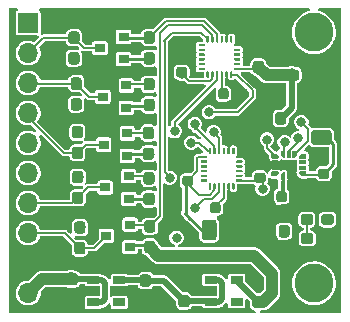
<source format=gbr>
%TF.GenerationSoftware,KiCad,Pcbnew,(5.99.0-3293-g62433736b)*%
%TF.CreationDate,2020-09-21T11:29:42+07:00*%
%TF.ProjectId,IMU_board,494d555f-626f-4617-9264-2e6b69636164,rev?*%
%TF.SameCoordinates,Original*%
%TF.FileFunction,Copper,L1,Top*%
%TF.FilePolarity,Positive*%
%FSLAX46Y46*%
G04 Gerber Fmt 4.6, Leading zero omitted, Abs format (unit mm)*
G04 Created by KiCad (PCBNEW (5.99.0-3293-g62433736b)) date 2020-09-21 11:29:42*
%MOMM*%
%LPD*%
G01*
G04 APERTURE LIST*
%TA.AperFunction,SMDPad,CuDef*%
%ADD10R,0.900000X0.800000*%
%TD*%
%TA.AperFunction,SMDPad,CuDef*%
%ADD11R,1.060000X0.650000*%
%TD*%
%TA.AperFunction,ComponentPad*%
%ADD12R,1.700000X1.700000*%
%TD*%
%TA.AperFunction,ComponentPad*%
%ADD13O,1.700000X1.700000*%
%TD*%
%TA.AperFunction,ViaPad*%
%ADD14C,0.800000*%
%TD*%
%TA.AperFunction,ViaPad*%
%ADD15C,3.300000*%
%TD*%
%TA.AperFunction,Conductor*%
%ADD16C,0.152400*%
%TD*%
%TA.AperFunction,Conductor*%
%ADD17C,0.250000*%
%TD*%
%TA.AperFunction,Conductor*%
%ADD18C,0.500000*%
%TD*%
%TA.AperFunction,Conductor*%
%ADD19C,1.000000*%
%TD*%
G04 APERTURE END LIST*
%TO.P,C15,1*%
%TO.N,+3V3*%
%TA.AperFunction,SMDPad,CuDef*%
G36*
G01*
X134737500Y-108250000D02*
X135212500Y-108250000D01*
G75*
G02*
X135450000Y-108487500I0J-237500D01*
G01*
X135450000Y-109062500D01*
G75*
G02*
X135212500Y-109300000I-237500J0D01*
G01*
X134737500Y-109300000D01*
G75*
G02*
X134500000Y-109062500I0J237500D01*
G01*
X134500000Y-108487500D01*
G75*
G02*
X134737500Y-108250000I237500J0D01*
G01*
G37*
%TD.AperFunction*%
%TO.P,C15,2*%
%TO.N,GND*%
%TA.AperFunction,SMDPad,CuDef*%
G36*
G01*
X134737500Y-110000000D02*
X135212500Y-110000000D01*
G75*
G02*
X135450000Y-110237500I0J-237500D01*
G01*
X135450000Y-110812500D01*
G75*
G02*
X135212500Y-111050000I-237500J0D01*
G01*
X134737500Y-111050000D01*
G75*
G02*
X134500000Y-110812500I0J237500D01*
G01*
X134500000Y-110237500D01*
G75*
G02*
X134737500Y-110000000I237500J0D01*
G01*
G37*
%TD.AperFunction*%
%TD*%
D10*
%TO.P,Q4,1,G*%
%TO.N,+1V8*%
X133452500Y-98207500D03*
%TO.P,Q4,2,S*%
%TO.N,IMU_MISO*%
X133452500Y-96307500D03*
%TO.P,Q4,3,D*%
%TO.N,IMU_MISO_3.3v*%
X131452500Y-97257500D03*
%TD*%
D11*
%TO.P,U7,1,IN*%
%TO.N,+3V3*%
X140500000Y-108700000D03*
%TO.P,U7,2,GND*%
%TO.N,GND*%
X140500000Y-109650000D03*
%TO.P,U7,3,EN*%
%TO.N,+3V3*%
X140500000Y-110600000D03*
%TO.P,U7,4,NC*%
%TO.N,Net-(U7-Pad4)*%
X142700000Y-110600000D03*
%TO.P,U7,5,OUT*%
%TO.N,+1V8*%
X142700000Y-108700000D03*
%TD*%
%TO.P,R1,1*%
%TO.N,LED*%
%TA.AperFunction,SMDPad,CuDef*%
G36*
G01*
X148150000Y-105437500D02*
X148150000Y-104962500D01*
G75*
G02*
X148387500Y-104725000I237500J0D01*
G01*
X148962500Y-104725000D01*
G75*
G02*
X149200000Y-104962500I0J-237500D01*
G01*
X149200000Y-105437500D01*
G75*
G02*
X148962500Y-105675000I-237500J0D01*
G01*
X148387500Y-105675000D01*
G75*
G02*
X148150000Y-105437500I0J237500D01*
G01*
G37*
%TD.AperFunction*%
%TO.P,R1,2*%
%TO.N,GND*%
%TA.AperFunction,SMDPad,CuDef*%
G36*
G01*
X149900000Y-105437500D02*
X149900000Y-104962500D01*
G75*
G02*
X150137500Y-104725000I237500J0D01*
G01*
X150712500Y-104725000D01*
G75*
G02*
X150950000Y-104962500I0J-237500D01*
G01*
X150950000Y-105437500D01*
G75*
G02*
X150712500Y-105675000I-237500J0D01*
G01*
X150137500Y-105675000D01*
G75*
G02*
X149900000Y-105437500I0J237500D01*
G01*
G37*
%TD.AperFunction*%
%TD*%
%TO.P,C14,1*%
%TO.N,+3V3*%
%TA.AperFunction,SMDPad,CuDef*%
G36*
G01*
X146075000Y-101931250D02*
X146075000Y-101418750D01*
G75*
G02*
X146293750Y-101200000I218750J0D01*
G01*
X146731250Y-101200000D01*
G75*
G02*
X146950000Y-101418750I0J-218750D01*
G01*
X146950000Y-101931250D01*
G75*
G02*
X146731250Y-102150000I-218750J0D01*
G01*
X146293750Y-102150000D01*
G75*
G02*
X146075000Y-101931250I0J218750D01*
G01*
G37*
%TD.AperFunction*%
%TO.P,C14,2*%
%TO.N,GND*%
%TA.AperFunction,SMDPad,CuDef*%
G36*
G01*
X147650000Y-101931250D02*
X147650000Y-101418750D01*
G75*
G02*
X147868750Y-101200000I218750J0D01*
G01*
X148306250Y-101200000D01*
G75*
G02*
X148525000Y-101418750I0J-218750D01*
G01*
X148525000Y-101931250D01*
G75*
G02*
X148306250Y-102150000I-218750J0D01*
G01*
X147868750Y-102150000D01*
G75*
G02*
X147650000Y-101931250I0J218750D01*
G01*
G37*
%TD.AperFunction*%
%TD*%
%TO.P,R9,1*%
%TO.N,+3V3*%
%TA.AperFunction,SMDPad,CuDef*%
G36*
G01*
X128990000Y-95682500D02*
X129465000Y-95682500D01*
G75*
G02*
X129702500Y-95920000I0J-237500D01*
G01*
X129702500Y-96495000D01*
G75*
G02*
X129465000Y-96732500I-237500J0D01*
G01*
X128990000Y-96732500D01*
G75*
G02*
X128752500Y-96495000I0J237500D01*
G01*
X128752500Y-95920000D01*
G75*
G02*
X128990000Y-95682500I237500J0D01*
G01*
G37*
%TD.AperFunction*%
%TO.P,R9,2*%
%TO.N,IMU_MISO_3.3v*%
%TA.AperFunction,SMDPad,CuDef*%
G36*
G01*
X128990000Y-97432500D02*
X129465000Y-97432500D01*
G75*
G02*
X129702500Y-97670000I0J-237500D01*
G01*
X129702500Y-98245000D01*
G75*
G02*
X129465000Y-98482500I-237500J0D01*
G01*
X128990000Y-98482500D01*
G75*
G02*
X128752500Y-98245000I0J237500D01*
G01*
X128752500Y-97670000D01*
G75*
G02*
X128990000Y-97432500I237500J0D01*
G01*
G37*
%TD.AperFunction*%
%TD*%
%TO.P,D1,1,K*%
%TO.N,LED*%
%TA.AperFunction,SMDPad,CuDef*%
G36*
G01*
X148125000Y-103837500D02*
X148125000Y-103362500D01*
G75*
G02*
X148362500Y-103125000I237500J0D01*
G01*
X148937500Y-103125000D01*
G75*
G02*
X149175000Y-103362500I0J-237500D01*
G01*
X149175000Y-103837500D01*
G75*
G02*
X148937500Y-104075000I-237500J0D01*
G01*
X148362500Y-104075000D01*
G75*
G02*
X148125000Y-103837500I0J237500D01*
G01*
G37*
%TD.AperFunction*%
%TO.P,D1,2,A*%
%TO.N,+3V3*%
%TA.AperFunction,SMDPad,CuDef*%
G36*
G01*
X149875000Y-103837500D02*
X149875000Y-103362500D01*
G75*
G02*
X150112500Y-103125000I237500J0D01*
G01*
X150687500Y-103125000D01*
G75*
G02*
X150925000Y-103362500I0J-237500D01*
G01*
X150925000Y-103837500D01*
G75*
G02*
X150687500Y-104075000I-237500J0D01*
G01*
X150112500Y-104075000D01*
G75*
G02*
X149875000Y-103837500I0J237500D01*
G01*
G37*
%TD.AperFunction*%
%TD*%
%TO.P,R7,1*%
%TO.N,+1V8*%
%TA.AperFunction,SMDPad,CuDef*%
G36*
G01*
X135465000Y-98557500D02*
X134990000Y-98557500D01*
G75*
G02*
X134752500Y-98320000I0J237500D01*
G01*
X134752500Y-97745000D01*
G75*
G02*
X134990000Y-97507500I237500J0D01*
G01*
X135465000Y-97507500D01*
G75*
G02*
X135702500Y-97745000I0J-237500D01*
G01*
X135702500Y-98320000D01*
G75*
G02*
X135465000Y-98557500I-237500J0D01*
G01*
G37*
%TD.AperFunction*%
%TO.P,R7,2*%
%TO.N,IMU_MISO*%
%TA.AperFunction,SMDPad,CuDef*%
G36*
G01*
X135465000Y-96807500D02*
X134990000Y-96807500D01*
G75*
G02*
X134752500Y-96570000I0J237500D01*
G01*
X134752500Y-95995000D01*
G75*
G02*
X134990000Y-95757500I237500J0D01*
G01*
X135465000Y-95757500D01*
G75*
G02*
X135702500Y-95995000I0J-237500D01*
G01*
X135702500Y-96570000D01*
G75*
G02*
X135465000Y-96807500I-237500J0D01*
G01*
G37*
%TD.AperFunction*%
%TD*%
%TO.P,C17,1*%
%TO.N,+3V3*%
%TA.AperFunction,SMDPad,CuDef*%
G36*
G01*
X150500000Y-97275000D02*
X149250000Y-97275000D01*
G75*
G02*
X149000000Y-97025000I0J250000D01*
G01*
X149000000Y-96275000D01*
G75*
G02*
X149250000Y-96025000I250000J0D01*
G01*
X150500000Y-96025000D01*
G75*
G02*
X150750000Y-96275000I0J-250000D01*
G01*
X150750000Y-97025000D01*
G75*
G02*
X150500000Y-97275000I-250000J0D01*
G01*
G37*
%TD.AperFunction*%
%TO.P,C17,2*%
%TO.N,GND*%
%TA.AperFunction,SMDPad,CuDef*%
G36*
G01*
X150500000Y-94475000D02*
X149250000Y-94475000D01*
G75*
G02*
X149000000Y-94225000I0J250000D01*
G01*
X149000000Y-93475000D01*
G75*
G02*
X149250000Y-93225000I250000J0D01*
G01*
X150500000Y-93225000D01*
G75*
G02*
X150750000Y-93475000I0J-250000D01*
G01*
X150750000Y-94225000D01*
G75*
G02*
X150500000Y-94475000I-250000J0D01*
G01*
G37*
%TD.AperFunction*%
%TD*%
%TO.P,C5,1*%
%TO.N,Net-(C5-Pad1)*%
%TA.AperFunction,SMDPad,CuDef*%
G36*
G01*
X141150000Y-93218750D02*
X141150000Y-92706250D01*
G75*
G02*
X141368750Y-92487500I218750J0D01*
G01*
X141806250Y-92487500D01*
G75*
G02*
X142025000Y-92706250I0J-218750D01*
G01*
X142025000Y-93218750D01*
G75*
G02*
X141806250Y-93437500I-218750J0D01*
G01*
X141368750Y-93437500D01*
G75*
G02*
X141150000Y-93218750I0J218750D01*
G01*
G37*
%TD.AperFunction*%
%TO.P,C5,2*%
%TO.N,GND*%
%TA.AperFunction,SMDPad,CuDef*%
G36*
G01*
X142725000Y-93218750D02*
X142725000Y-92706250D01*
G75*
G02*
X142943750Y-92487500I218750J0D01*
G01*
X143381250Y-92487500D01*
G75*
G02*
X143600000Y-92706250I0J-218750D01*
G01*
X143600000Y-93218750D01*
G75*
G02*
X143381250Y-93437500I-218750J0D01*
G01*
X142943750Y-93437500D01*
G75*
G02*
X142725000Y-93218750I0J218750D01*
G01*
G37*
%TD.AperFunction*%
%TD*%
%TO.P,C8,1*%
%TO.N,+3V3*%
%TA.AperFunction,SMDPad,CuDef*%
G36*
G01*
X144931250Y-100512500D02*
X144418750Y-100512500D01*
G75*
G02*
X144200000Y-100293750I0J218750D01*
G01*
X144200000Y-99856250D01*
G75*
G02*
X144418750Y-99637500I218750J0D01*
G01*
X144931250Y-99637500D01*
G75*
G02*
X145150000Y-99856250I0J-218750D01*
G01*
X145150000Y-100293750D01*
G75*
G02*
X144931250Y-100512500I-218750J0D01*
G01*
G37*
%TD.AperFunction*%
%TO.P,C8,2*%
%TO.N,GND*%
%TA.AperFunction,SMDPad,CuDef*%
G36*
G01*
X144931250Y-98937500D02*
X144418750Y-98937500D01*
G75*
G02*
X144200000Y-98718750I0J218750D01*
G01*
X144200000Y-98281250D01*
G75*
G02*
X144418750Y-98062500I218750J0D01*
G01*
X144931250Y-98062500D01*
G75*
G02*
X145150000Y-98281250I0J-218750D01*
G01*
X145150000Y-98718750D01*
G75*
G02*
X144931250Y-98937500I-218750J0D01*
G01*
G37*
%TD.AperFunction*%
%TD*%
D10*
%TO.P,Q7,1,G*%
%TO.N,+1V8*%
X133125000Y-90030000D03*
%TO.P,Q7,2,S*%
%TO.N,ICM20948_CS*%
X133125000Y-88130000D03*
%TO.P,Q7,3,D*%
%TO.N,ICM20948_CS_3.3v*%
X131125000Y-89080000D03*
%TD*%
%TO.P,C12,1*%
%TO.N,+1V8*%
%TA.AperFunction,SMDPad,CuDef*%
G36*
G01*
X144737500Y-111100000D02*
X144262500Y-111100000D01*
G75*
G02*
X144025000Y-110862500I0J237500D01*
G01*
X144025000Y-110287500D01*
G75*
G02*
X144262500Y-110050000I237500J0D01*
G01*
X144737500Y-110050000D01*
G75*
G02*
X144975000Y-110287500I0J-237500D01*
G01*
X144975000Y-110862500D01*
G75*
G02*
X144737500Y-111100000I-237500J0D01*
G01*
G37*
%TD.AperFunction*%
%TO.P,C12,2*%
%TO.N,GND*%
%TA.AperFunction,SMDPad,CuDef*%
G36*
G01*
X144737500Y-109350000D02*
X144262500Y-109350000D01*
G75*
G02*
X144025000Y-109112500I0J237500D01*
G01*
X144025000Y-108537500D01*
G75*
G02*
X144262500Y-108300000I237500J0D01*
G01*
X144737500Y-108300000D01*
G75*
G02*
X144975000Y-108537500I0J-237500D01*
G01*
X144975000Y-109112500D01*
G75*
G02*
X144737500Y-109350000I-237500J0D01*
G01*
G37*
%TD.AperFunction*%
%TD*%
%TO.P,C11,1*%
%TO.N,+3V3*%
%TA.AperFunction,SMDPad,CuDef*%
G36*
G01*
X138487500Y-111025000D02*
X138012500Y-111025000D01*
G75*
G02*
X137775000Y-110787500I0J237500D01*
G01*
X137775000Y-110212500D01*
G75*
G02*
X138012500Y-109975000I237500J0D01*
G01*
X138487500Y-109975000D01*
G75*
G02*
X138725000Y-110212500I0J-237500D01*
G01*
X138725000Y-110787500D01*
G75*
G02*
X138487500Y-111025000I-237500J0D01*
G01*
G37*
%TD.AperFunction*%
%TO.P,C11,2*%
%TO.N,GND*%
%TA.AperFunction,SMDPad,CuDef*%
G36*
G01*
X138487500Y-109275000D02*
X138012500Y-109275000D01*
G75*
G02*
X137775000Y-109037500I0J237500D01*
G01*
X137775000Y-108462500D01*
G75*
G02*
X138012500Y-108225000I237500J0D01*
G01*
X138487500Y-108225000D01*
G75*
G02*
X138725000Y-108462500I0J-237500D01*
G01*
X138725000Y-109037500D01*
G75*
G02*
X138487500Y-109275000I-237500J0D01*
G01*
G37*
%TD.AperFunction*%
%TD*%
%TO.P,C10,1*%
%TO.N,+3V3*%
%TA.AperFunction,SMDPad,CuDef*%
G36*
G01*
X146962500Y-105125000D02*
X146487500Y-105125000D01*
G75*
G02*
X146250000Y-104887500I0J237500D01*
G01*
X146250000Y-104312500D01*
G75*
G02*
X146487500Y-104075000I237500J0D01*
G01*
X146962500Y-104075000D01*
G75*
G02*
X147200000Y-104312500I0J-237500D01*
G01*
X147200000Y-104887500D01*
G75*
G02*
X146962500Y-105125000I-237500J0D01*
G01*
G37*
%TD.AperFunction*%
%TO.P,C10,2*%
%TO.N,GND*%
%TA.AperFunction,SMDPad,CuDef*%
G36*
G01*
X146962500Y-103375000D02*
X146487500Y-103375000D01*
G75*
G02*
X146250000Y-103137500I0J237500D01*
G01*
X146250000Y-102562500D01*
G75*
G02*
X146487500Y-102325000I237500J0D01*
G01*
X146962500Y-102325000D01*
G75*
G02*
X147200000Y-102562500I0J-237500D01*
G01*
X147200000Y-103137500D01*
G75*
G02*
X146962500Y-103375000I-237500J0D01*
G01*
G37*
%TD.AperFunction*%
%TD*%
%TO.P,C16,1*%
%TO.N,+3V3*%
%TA.AperFunction,SMDPad,CuDef*%
G36*
G01*
X150331250Y-100175000D02*
X149818750Y-100175000D01*
G75*
G02*
X149600000Y-99956250I0J218750D01*
G01*
X149600000Y-99518750D01*
G75*
G02*
X149818750Y-99300000I218750J0D01*
G01*
X150331250Y-99300000D01*
G75*
G02*
X150550000Y-99518750I0J-218750D01*
G01*
X150550000Y-99956250D01*
G75*
G02*
X150331250Y-100175000I-218750J0D01*
G01*
G37*
%TD.AperFunction*%
%TO.P,C16,2*%
%TO.N,GND*%
%TA.AperFunction,SMDPad,CuDef*%
G36*
G01*
X150331250Y-98600000D02*
X149818750Y-98600000D01*
G75*
G02*
X149600000Y-98381250I0J218750D01*
G01*
X149600000Y-97943750D01*
G75*
G02*
X149818750Y-97725000I218750J0D01*
G01*
X150331250Y-97725000D01*
G75*
G02*
X150550000Y-97943750I0J-218750D01*
G01*
X150550000Y-98381250D01*
G75*
G02*
X150331250Y-98600000I-218750J0D01*
G01*
G37*
%TD.AperFunction*%
%TD*%
%TO.P,U1,1,NC*%
%TO.N,Net-(U1-Pad1)*%
%TA.AperFunction,SMDPad,CuDef*%
G36*
G01*
X139475000Y-88887500D02*
X139475000Y-88787500D01*
G75*
G02*
X139525000Y-88737500I50000J0D01*
G01*
X139975000Y-88737500D01*
G75*
G02*
X140025000Y-88787500I0J-50000D01*
G01*
X140025000Y-88887500D01*
G75*
G02*
X139975000Y-88937500I-50000J0D01*
G01*
X139525000Y-88937500D01*
G75*
G02*
X139475000Y-88887500I0J50000D01*
G01*
G37*
%TD.AperFunction*%
%TO.P,U1,2,NC*%
%TO.N,Net-(U1-Pad2)*%
%TA.AperFunction,SMDPad,CuDef*%
G36*
G01*
X139475000Y-89287500D02*
X139475000Y-89187500D01*
G75*
G02*
X139525000Y-89137500I50000J0D01*
G01*
X139975000Y-89137500D01*
G75*
G02*
X140025000Y-89187500I0J-50000D01*
G01*
X140025000Y-89287500D01*
G75*
G02*
X139975000Y-89337500I-50000J0D01*
G01*
X139525000Y-89337500D01*
G75*
G02*
X139475000Y-89287500I0J50000D01*
G01*
G37*
%TD.AperFunction*%
%TO.P,U1,3,NC*%
%TO.N,Net-(U1-Pad3)*%
%TA.AperFunction,SMDPad,CuDef*%
G36*
G01*
X139475000Y-89687500D02*
X139475000Y-89587500D01*
G75*
G02*
X139525000Y-89537500I50000J0D01*
G01*
X139975000Y-89537500D01*
G75*
G02*
X140025000Y-89587500I0J-50000D01*
G01*
X140025000Y-89687500D01*
G75*
G02*
X139975000Y-89737500I-50000J0D01*
G01*
X139525000Y-89737500D01*
G75*
G02*
X139475000Y-89687500I0J50000D01*
G01*
G37*
%TD.AperFunction*%
%TO.P,U1,4,NC*%
%TO.N,Net-(U1-Pad4)*%
%TA.AperFunction,SMDPad,CuDef*%
G36*
G01*
X139475000Y-90087500D02*
X139475000Y-89987500D01*
G75*
G02*
X139525000Y-89937500I50000J0D01*
G01*
X139975000Y-89937500D01*
G75*
G02*
X140025000Y-89987500I0J-50000D01*
G01*
X140025000Y-90087500D01*
G75*
G02*
X139975000Y-90137500I-50000J0D01*
G01*
X139525000Y-90137500D01*
G75*
G02*
X139475000Y-90087500I0J50000D01*
G01*
G37*
%TD.AperFunction*%
%TO.P,U1,5,NC*%
%TO.N,Net-(U1-Pad5)*%
%TA.AperFunction,SMDPad,CuDef*%
G36*
G01*
X139475000Y-90487500D02*
X139475000Y-90387500D01*
G75*
G02*
X139525000Y-90337500I50000J0D01*
G01*
X139975000Y-90337500D01*
G75*
G02*
X140025000Y-90387500I0J-50000D01*
G01*
X140025000Y-90487500D01*
G75*
G02*
X139975000Y-90537500I-50000J0D01*
G01*
X139525000Y-90537500D01*
G75*
G02*
X139475000Y-90487500I0J50000D01*
G01*
G37*
%TD.AperFunction*%
%TO.P,U1,6,NC*%
%TO.N,Net-(U1-Pad6)*%
%TA.AperFunction,SMDPad,CuDef*%
G36*
G01*
X139475000Y-90887500D02*
X139475000Y-90787500D01*
G75*
G02*
X139525000Y-90737500I50000J0D01*
G01*
X139975000Y-90737500D01*
G75*
G02*
X140025000Y-90787500I0J-50000D01*
G01*
X140025000Y-90887500D01*
G75*
G02*
X139975000Y-90937500I-50000J0D01*
G01*
X139525000Y-90937500D01*
G75*
G02*
X139475000Y-90887500I0J50000D01*
G01*
G37*
%TD.AperFunction*%
%TO.P,U1,7,AUX_CL*%
%TO.N,Net-(U1-Pad7)*%
%TA.AperFunction,SMDPad,CuDef*%
G36*
G01*
X140300000Y-91612500D02*
X140200000Y-91612500D01*
G75*
G02*
X140150000Y-91562500I0J50000D01*
G01*
X140150000Y-91112500D01*
G75*
G02*
X140200000Y-91062500I50000J0D01*
G01*
X140300000Y-91062500D01*
G75*
G02*
X140350000Y-91112500I0J-50000D01*
G01*
X140350000Y-91562500D01*
G75*
G02*
X140300000Y-91612500I-50000J0D01*
G01*
G37*
%TD.AperFunction*%
%TO.P,U1,8,VDDIO*%
%TO.N,+1V8*%
%TA.AperFunction,SMDPad,CuDef*%
G36*
G01*
X140700000Y-91612500D02*
X140600000Y-91612500D01*
G75*
G02*
X140550000Y-91562500I0J50000D01*
G01*
X140550000Y-91112500D01*
G75*
G02*
X140600000Y-91062500I50000J0D01*
G01*
X140700000Y-91062500D01*
G75*
G02*
X140750000Y-91112500I0J-50000D01*
G01*
X140750000Y-91562500D01*
G75*
G02*
X140700000Y-91612500I-50000J0D01*
G01*
G37*
%TD.AperFunction*%
%TO.P,U1,9,SDO/AD0*%
%TO.N,IMU_MISO*%
%TA.AperFunction,SMDPad,CuDef*%
G36*
G01*
X141100000Y-91612500D02*
X141000000Y-91612500D01*
G75*
G02*
X140950000Y-91562500I0J50000D01*
G01*
X140950000Y-91112500D01*
G75*
G02*
X141000000Y-91062500I50000J0D01*
G01*
X141100000Y-91062500D01*
G75*
G02*
X141150000Y-91112500I0J-50000D01*
G01*
X141150000Y-91562500D01*
G75*
G02*
X141100000Y-91612500I-50000J0D01*
G01*
G37*
%TD.AperFunction*%
%TO.P,U1,10,REGOUT*%
%TO.N,Net-(C5-Pad1)*%
%TA.AperFunction,SMDPad,CuDef*%
G36*
G01*
X141500000Y-91612500D02*
X141400000Y-91612500D01*
G75*
G02*
X141350000Y-91562500I0J50000D01*
G01*
X141350000Y-91112500D01*
G75*
G02*
X141400000Y-91062500I50000J0D01*
G01*
X141500000Y-91062500D01*
G75*
G02*
X141550000Y-91112500I0J-50000D01*
G01*
X141550000Y-91562500D01*
G75*
G02*
X141500000Y-91612500I-50000J0D01*
G01*
G37*
%TD.AperFunction*%
%TO.P,U1,11,FSYNC*%
%TO.N,GND*%
%TA.AperFunction,SMDPad,CuDef*%
G36*
G01*
X141900000Y-91612500D02*
X141800000Y-91612500D01*
G75*
G02*
X141750000Y-91562500I0J50000D01*
G01*
X141750000Y-91112500D01*
G75*
G02*
X141800000Y-91062500I50000J0D01*
G01*
X141900000Y-91062500D01*
G75*
G02*
X141950000Y-91112500I0J-50000D01*
G01*
X141950000Y-91562500D01*
G75*
G02*
X141900000Y-91612500I-50000J0D01*
G01*
G37*
%TD.AperFunction*%
%TO.P,U1,12,INT1*%
%TO.N,ICM20948_DRDY*%
%TA.AperFunction,SMDPad,CuDef*%
G36*
G01*
X142300000Y-91612500D02*
X142200000Y-91612500D01*
G75*
G02*
X142150000Y-91562500I0J50000D01*
G01*
X142150000Y-91112500D01*
G75*
G02*
X142200000Y-91062500I50000J0D01*
G01*
X142300000Y-91062500D01*
G75*
G02*
X142350000Y-91112500I0J-50000D01*
G01*
X142350000Y-91562500D01*
G75*
G02*
X142300000Y-91612500I-50000J0D01*
G01*
G37*
%TD.AperFunction*%
%TO.P,U1,13,VDD*%
%TO.N,+1V8*%
%TA.AperFunction,SMDPad,CuDef*%
G36*
G01*
X142475000Y-90887500D02*
X142475000Y-90787500D01*
G75*
G02*
X142525000Y-90737500I50000J0D01*
G01*
X142975000Y-90737500D01*
G75*
G02*
X143025000Y-90787500I0J-50000D01*
G01*
X143025000Y-90887500D01*
G75*
G02*
X142975000Y-90937500I-50000J0D01*
G01*
X142525000Y-90937500D01*
G75*
G02*
X142475000Y-90887500I0J50000D01*
G01*
G37*
%TD.AperFunction*%
%TO.P,U1,14,NC*%
%TO.N,Net-(U1-Pad14)*%
%TA.AperFunction,SMDPad,CuDef*%
G36*
G01*
X142475000Y-90487500D02*
X142475000Y-90387500D01*
G75*
G02*
X142525000Y-90337500I50000J0D01*
G01*
X142975000Y-90337500D01*
G75*
G02*
X143025000Y-90387500I0J-50000D01*
G01*
X143025000Y-90487500D01*
G75*
G02*
X142975000Y-90537500I-50000J0D01*
G01*
X142525000Y-90537500D01*
G75*
G02*
X142475000Y-90487500I0J50000D01*
G01*
G37*
%TD.AperFunction*%
%TO.P,U1,15,NC*%
%TO.N,Net-(U1-Pad15)*%
%TA.AperFunction,SMDPad,CuDef*%
G36*
G01*
X142475000Y-90087500D02*
X142475000Y-89987500D01*
G75*
G02*
X142525000Y-89937500I50000J0D01*
G01*
X142975000Y-89937500D01*
G75*
G02*
X143025000Y-89987500I0J-50000D01*
G01*
X143025000Y-90087500D01*
G75*
G02*
X142975000Y-90137500I-50000J0D01*
G01*
X142525000Y-90137500D01*
G75*
G02*
X142475000Y-90087500I0J50000D01*
G01*
G37*
%TD.AperFunction*%
%TO.P,U1,16,NC*%
%TO.N,Net-(U1-Pad16)*%
%TA.AperFunction,SMDPad,CuDef*%
G36*
G01*
X142475000Y-89687500D02*
X142475000Y-89587500D01*
G75*
G02*
X142525000Y-89537500I50000J0D01*
G01*
X142975000Y-89537500D01*
G75*
G02*
X143025000Y-89587500I0J-50000D01*
G01*
X143025000Y-89687500D01*
G75*
G02*
X142975000Y-89737500I-50000J0D01*
G01*
X142525000Y-89737500D01*
G75*
G02*
X142475000Y-89687500I0J50000D01*
G01*
G37*
%TD.AperFunction*%
%TO.P,U1,17,NC*%
%TO.N,Net-(U1-Pad17)*%
%TA.AperFunction,SMDPad,CuDef*%
G36*
G01*
X142475000Y-89287500D02*
X142475000Y-89187500D01*
G75*
G02*
X142525000Y-89137500I50000J0D01*
G01*
X142975000Y-89137500D01*
G75*
G02*
X143025000Y-89187500I0J-50000D01*
G01*
X143025000Y-89287500D01*
G75*
G02*
X142975000Y-89337500I-50000J0D01*
G01*
X142525000Y-89337500D01*
G75*
G02*
X142475000Y-89287500I0J50000D01*
G01*
G37*
%TD.AperFunction*%
%TO.P,U1,18,GND*%
%TO.N,GND*%
%TA.AperFunction,SMDPad,CuDef*%
G36*
G01*
X142475000Y-88887500D02*
X142475000Y-88787500D01*
G75*
G02*
X142525000Y-88737500I50000J0D01*
G01*
X142975000Y-88737500D01*
G75*
G02*
X143025000Y-88787500I0J-50000D01*
G01*
X143025000Y-88887500D01*
G75*
G02*
X142975000Y-88937500I-50000J0D01*
G01*
X142525000Y-88937500D01*
G75*
G02*
X142475000Y-88887500I0J50000D01*
G01*
G37*
%TD.AperFunction*%
%TO.P,U1,19,RESV*%
%TO.N,Net-(U1-Pad19)*%
%TA.AperFunction,SMDPad,CuDef*%
G36*
G01*
X142300000Y-88612500D02*
X142200000Y-88612500D01*
G75*
G02*
X142150000Y-88562500I0J50000D01*
G01*
X142150000Y-88112500D01*
G75*
G02*
X142200000Y-88062500I50000J0D01*
G01*
X142300000Y-88062500D01*
G75*
G02*
X142350000Y-88112500I0J-50000D01*
G01*
X142350000Y-88562500D01*
G75*
G02*
X142300000Y-88612500I-50000J0D01*
G01*
G37*
%TD.AperFunction*%
%TO.P,U1,20,GND*%
%TO.N,GND*%
%TA.AperFunction,SMDPad,CuDef*%
G36*
G01*
X141900000Y-88612500D02*
X141800000Y-88612500D01*
G75*
G02*
X141750000Y-88562500I0J50000D01*
G01*
X141750000Y-88112500D01*
G75*
G02*
X141800000Y-88062500I50000J0D01*
G01*
X141900000Y-88062500D01*
G75*
G02*
X141950000Y-88112500I0J-50000D01*
G01*
X141950000Y-88562500D01*
G75*
G02*
X141900000Y-88612500I-50000J0D01*
G01*
G37*
%TD.AperFunction*%
%TO.P,U1,21,AUX_DA*%
%TO.N,Net-(U1-Pad21)*%
%TA.AperFunction,SMDPad,CuDef*%
G36*
G01*
X141500000Y-88612500D02*
X141400000Y-88612500D01*
G75*
G02*
X141350000Y-88562500I0J50000D01*
G01*
X141350000Y-88112500D01*
G75*
G02*
X141400000Y-88062500I50000J0D01*
G01*
X141500000Y-88062500D01*
G75*
G02*
X141550000Y-88112500I0J-50000D01*
G01*
X141550000Y-88562500D01*
G75*
G02*
X141500000Y-88612500I-50000J0D01*
G01*
G37*
%TD.AperFunction*%
%TO.P,U1,22,~CS*%
%TO.N,ICM20948_CS*%
%TA.AperFunction,SMDPad,CuDef*%
G36*
G01*
X141100000Y-88612500D02*
X141000000Y-88612500D01*
G75*
G02*
X140950000Y-88562500I0J50000D01*
G01*
X140950000Y-88112500D01*
G75*
G02*
X141000000Y-88062500I50000J0D01*
G01*
X141100000Y-88062500D01*
G75*
G02*
X141150000Y-88112500I0J-50000D01*
G01*
X141150000Y-88562500D01*
G75*
G02*
X141100000Y-88612500I-50000J0D01*
G01*
G37*
%TD.AperFunction*%
%TO.P,U1,23,SCL/SCLK*%
%TO.N,IMU_CLK*%
%TA.AperFunction,SMDPad,CuDef*%
G36*
G01*
X140700000Y-88612500D02*
X140600000Y-88612500D01*
G75*
G02*
X140550000Y-88562500I0J50000D01*
G01*
X140550000Y-88112500D01*
G75*
G02*
X140600000Y-88062500I50000J0D01*
G01*
X140700000Y-88062500D01*
G75*
G02*
X140750000Y-88112500I0J-50000D01*
G01*
X140750000Y-88562500D01*
G75*
G02*
X140700000Y-88612500I-50000J0D01*
G01*
G37*
%TD.AperFunction*%
%TO.P,U1,24,SDA/SDI*%
%TO.N,IMU_MOSI*%
%TA.AperFunction,SMDPad,CuDef*%
G36*
G01*
X140300000Y-88612500D02*
X140200000Y-88612500D01*
G75*
G02*
X140150000Y-88562500I0J50000D01*
G01*
X140150000Y-88112500D01*
G75*
G02*
X140200000Y-88062500I50000J0D01*
G01*
X140300000Y-88062500D01*
G75*
G02*
X140350000Y-88112500I0J-50000D01*
G01*
X140350000Y-88562500D01*
G75*
G02*
X140300000Y-88612500I-50000J0D01*
G01*
G37*
%TD.AperFunction*%
%TD*%
%TO.P,C3,1*%
%TO.N,+1V8*%
%TA.AperFunction,SMDPad,CuDef*%
G36*
G01*
X146662500Y-95575000D02*
X146187500Y-95575000D01*
G75*
G02*
X145950000Y-95337500I0J237500D01*
G01*
X145950000Y-94762500D01*
G75*
G02*
X146187500Y-94525000I237500J0D01*
G01*
X146662500Y-94525000D01*
G75*
G02*
X146900000Y-94762500I0J-237500D01*
G01*
X146900000Y-95337500D01*
G75*
G02*
X146662500Y-95575000I-237500J0D01*
G01*
G37*
%TD.AperFunction*%
%TO.P,C3,2*%
%TO.N,GND*%
%TA.AperFunction,SMDPad,CuDef*%
G36*
G01*
X146662500Y-93825000D02*
X146187500Y-93825000D01*
G75*
G02*
X145950000Y-93587500I0J237500D01*
G01*
X145950000Y-93012500D01*
G75*
G02*
X146187500Y-92775000I237500J0D01*
G01*
X146662500Y-92775000D01*
G75*
G02*
X146900000Y-93012500I0J-237500D01*
G01*
X146900000Y-93587500D01*
G75*
G02*
X146662500Y-93825000I-237500J0D01*
G01*
G37*
%TD.AperFunction*%
%TD*%
%TO.P,Q5,1,G*%
%TO.N,+1V8*%
X133678799Y-105923799D03*
%TO.P,Q5,2,S*%
%TO.N,IMU_CLK*%
X133678799Y-104023799D03*
%TO.P,Q5,3,D*%
%TO.N,IMU_CLK_3.3v*%
X131678799Y-104973799D03*
%TD*%
%TO.P,R13,1*%
%TO.N,+1V8*%
%TA.AperFunction,SMDPad,CuDef*%
G36*
G01*
X135537500Y-90480000D02*
X135062500Y-90480000D01*
G75*
G02*
X134825000Y-90242500I0J237500D01*
G01*
X134825000Y-89667500D01*
G75*
G02*
X135062500Y-89430000I237500J0D01*
G01*
X135537500Y-89430000D01*
G75*
G02*
X135775000Y-89667500I0J-237500D01*
G01*
X135775000Y-90242500D01*
G75*
G02*
X135537500Y-90480000I-237500J0D01*
G01*
G37*
%TD.AperFunction*%
%TO.P,R13,2*%
%TO.N,ICM20948_CS*%
%TA.AperFunction,SMDPad,CuDef*%
G36*
G01*
X135537500Y-88730000D02*
X135062500Y-88730000D01*
G75*
G02*
X134825000Y-88492500I0J237500D01*
G01*
X134825000Y-87917500D01*
G75*
G02*
X135062500Y-87680000I237500J0D01*
G01*
X135537500Y-87680000D01*
G75*
G02*
X135775000Y-87917500I0J-237500D01*
G01*
X135775000Y-88492500D01*
G75*
G02*
X135537500Y-88730000I-237500J0D01*
G01*
G37*
%TD.AperFunction*%
%TD*%
D11*
%TO.P,U3,1,IN*%
%TO.N,+5V*%
X130575000Y-108725000D03*
%TO.P,U3,2,GND*%
%TO.N,GND*%
X130575000Y-109675000D03*
%TO.P,U3,3,EN*%
%TO.N,+5V*%
X130575000Y-110625000D03*
%TO.P,U3,4,NC*%
%TO.N,Net-(U3-Pad4)*%
X132775000Y-110625000D03*
%TO.P,U3,5,OUT*%
%TO.N,+3V3*%
X132775000Y-108725000D03*
%TD*%
%TO.P,U2,1,RESV_VDDIO*%
%TO.N,+3V3*%
%TA.AperFunction,SMDPad,CuDef*%
G36*
G01*
X139650000Y-98350000D02*
X139650000Y-98250000D01*
G75*
G02*
X139700000Y-98200000I50000J0D01*
G01*
X140150000Y-98200000D01*
G75*
G02*
X140200000Y-98250000I0J-50000D01*
G01*
X140200000Y-98350000D01*
G75*
G02*
X140150000Y-98400000I-50000J0D01*
G01*
X139700000Y-98400000D01*
G75*
G02*
X139650000Y-98350000I0J50000D01*
G01*
G37*
%TD.AperFunction*%
%TO.P,U2,2*%
%TO.N,N/C*%
%TA.AperFunction,SMDPad,CuDef*%
G36*
G01*
X139650000Y-98750000D02*
X139650000Y-98650000D01*
G75*
G02*
X139700000Y-98600000I50000J0D01*
G01*
X140150000Y-98600000D01*
G75*
G02*
X140200000Y-98650000I0J-50000D01*
G01*
X140200000Y-98750000D01*
G75*
G02*
X140150000Y-98800000I-50000J0D01*
G01*
X139700000Y-98800000D01*
G75*
G02*
X139650000Y-98750000I0J50000D01*
G01*
G37*
%TD.AperFunction*%
%TO.P,U2,3*%
%TA.AperFunction,SMDPad,CuDef*%
G36*
G01*
X139650000Y-99150000D02*
X139650000Y-99050000D01*
G75*
G02*
X139700000Y-99000000I50000J0D01*
G01*
X140150000Y-99000000D01*
G75*
G02*
X140200000Y-99050000I0J-50000D01*
G01*
X140200000Y-99150000D01*
G75*
G02*
X140150000Y-99200000I-50000J0D01*
G01*
X139700000Y-99200000D01*
G75*
G02*
X139650000Y-99150000I0J50000D01*
G01*
G37*
%TD.AperFunction*%
%TO.P,U2,4*%
%TA.AperFunction,SMDPad,CuDef*%
G36*
G01*
X139650000Y-99550000D02*
X139650000Y-99450000D01*
G75*
G02*
X139700000Y-99400000I50000J0D01*
G01*
X140150000Y-99400000D01*
G75*
G02*
X140200000Y-99450000I0J-50000D01*
G01*
X140200000Y-99550000D01*
G75*
G02*
X140150000Y-99600000I-50000J0D01*
G01*
X139700000Y-99600000D01*
G75*
G02*
X139650000Y-99550000I0J50000D01*
G01*
G37*
%TD.AperFunction*%
%TO.P,U2,5*%
%TA.AperFunction,SMDPad,CuDef*%
G36*
G01*
X139650000Y-99950000D02*
X139650000Y-99850000D01*
G75*
G02*
X139700000Y-99800000I50000J0D01*
G01*
X140150000Y-99800000D01*
G75*
G02*
X140200000Y-99850000I0J-50000D01*
G01*
X140200000Y-99950000D01*
G75*
G02*
X140150000Y-100000000I-50000J0D01*
G01*
X139700000Y-100000000D01*
G75*
G02*
X139650000Y-99950000I0J50000D01*
G01*
G37*
%TD.AperFunction*%
%TO.P,U2,6*%
%TA.AperFunction,SMDPad,CuDef*%
G36*
G01*
X139650000Y-100350000D02*
X139650000Y-100250000D01*
G75*
G02*
X139700000Y-100200000I50000J0D01*
G01*
X140150000Y-100200000D01*
G75*
G02*
X140200000Y-100250000I0J-50000D01*
G01*
X140200000Y-100350000D01*
G75*
G02*
X140150000Y-100400000I-50000J0D01*
G01*
X139700000Y-100400000D01*
G75*
G02*
X139650000Y-100350000I0J50000D01*
G01*
G37*
%TD.AperFunction*%
%TO.P,U2,7,AUX_SCL*%
%TO.N,Net-(U2-Pad7)*%
%TA.AperFunction,SMDPad,CuDef*%
G36*
G01*
X140475000Y-101075000D02*
X140375000Y-101075000D01*
G75*
G02*
X140325000Y-101025000I0J50000D01*
G01*
X140325000Y-100575000D01*
G75*
G02*
X140375000Y-100525000I50000J0D01*
G01*
X140475000Y-100525000D01*
G75*
G02*
X140525000Y-100575000I0J-50000D01*
G01*
X140525000Y-101025000D01*
G75*
G02*
X140475000Y-101075000I-50000J0D01*
G01*
G37*
%TD.AperFunction*%
%TO.P,U2,8,VDDIO*%
%TO.N,+3V3*%
%TA.AperFunction,SMDPad,CuDef*%
G36*
G01*
X140875000Y-101075000D02*
X140775000Y-101075000D01*
G75*
G02*
X140725000Y-101025000I0J50000D01*
G01*
X140725000Y-100575000D01*
G75*
G02*
X140775000Y-100525000I50000J0D01*
G01*
X140875000Y-100525000D01*
G75*
G02*
X140925000Y-100575000I0J-50000D01*
G01*
X140925000Y-101025000D01*
G75*
G02*
X140875000Y-101075000I-50000J0D01*
G01*
G37*
%TD.AperFunction*%
%TO.P,U2,9,AD0/MISO*%
%TO.N,IMU_MOSI_3.3v*%
%TA.AperFunction,SMDPad,CuDef*%
G36*
G01*
X141275000Y-101075000D02*
X141175000Y-101075000D01*
G75*
G02*
X141125000Y-101025000I0J50000D01*
G01*
X141125000Y-100575000D01*
G75*
G02*
X141175000Y-100525000I50000J0D01*
G01*
X141275000Y-100525000D01*
G75*
G02*
X141325000Y-100575000I0J-50000D01*
G01*
X141325000Y-101025000D01*
G75*
G02*
X141275000Y-101075000I-50000J0D01*
G01*
G37*
%TD.AperFunction*%
%TO.P,U2,10,REGOUT*%
%TO.N,Net-(C9-Pad1)*%
%TA.AperFunction,SMDPad,CuDef*%
G36*
G01*
X141675000Y-101075000D02*
X141575000Y-101075000D01*
G75*
G02*
X141525000Y-101025000I0J50000D01*
G01*
X141525000Y-100575000D01*
G75*
G02*
X141575000Y-100525000I50000J0D01*
G01*
X141675000Y-100525000D01*
G75*
G02*
X141725000Y-100575000I0J-50000D01*
G01*
X141725000Y-101025000D01*
G75*
G02*
X141675000Y-101075000I-50000J0D01*
G01*
G37*
%TD.AperFunction*%
%TO.P,U2,11,FSYNC*%
%TO.N,GND*%
%TA.AperFunction,SMDPad,CuDef*%
G36*
G01*
X142075000Y-101075000D02*
X141975000Y-101075000D01*
G75*
G02*
X141925000Y-101025000I0J50000D01*
G01*
X141925000Y-100575000D01*
G75*
G02*
X141975000Y-100525000I50000J0D01*
G01*
X142075000Y-100525000D01*
G75*
G02*
X142125000Y-100575000I0J-50000D01*
G01*
X142125000Y-101025000D01*
G75*
G02*
X142075000Y-101075000I-50000J0D01*
G01*
G37*
%TD.AperFunction*%
%TO.P,U2,12,INT*%
%TO.N,MPU9250_DRDY*%
%TA.AperFunction,SMDPad,CuDef*%
G36*
G01*
X142475000Y-101075000D02*
X142375000Y-101075000D01*
G75*
G02*
X142325000Y-101025000I0J50000D01*
G01*
X142325000Y-100575000D01*
G75*
G02*
X142375000Y-100525000I50000J0D01*
G01*
X142475000Y-100525000D01*
G75*
G02*
X142525000Y-100575000I0J-50000D01*
G01*
X142525000Y-101025000D01*
G75*
G02*
X142475000Y-101075000I-50000J0D01*
G01*
G37*
%TD.AperFunction*%
%TO.P,U2,13,VDD*%
%TO.N,+3V3*%
%TA.AperFunction,SMDPad,CuDef*%
G36*
G01*
X142650000Y-100350000D02*
X142650000Y-100250000D01*
G75*
G02*
X142700000Y-100200000I50000J0D01*
G01*
X143150000Y-100200000D01*
G75*
G02*
X143200000Y-100250000I0J-50000D01*
G01*
X143200000Y-100350000D01*
G75*
G02*
X143150000Y-100400000I-50000J0D01*
G01*
X142700000Y-100400000D01*
G75*
G02*
X142650000Y-100350000I0J50000D01*
G01*
G37*
%TD.AperFunction*%
%TO.P,U2,14*%
%TO.N,N/C*%
%TA.AperFunction,SMDPad,CuDef*%
G36*
G01*
X142650000Y-99950000D02*
X142650000Y-99850000D01*
G75*
G02*
X142700000Y-99800000I50000J0D01*
G01*
X143150000Y-99800000D01*
G75*
G02*
X143200000Y-99850000I0J-50000D01*
G01*
X143200000Y-99950000D01*
G75*
G02*
X143150000Y-100000000I-50000J0D01*
G01*
X142700000Y-100000000D01*
G75*
G02*
X142650000Y-99950000I0J50000D01*
G01*
G37*
%TD.AperFunction*%
%TO.P,U2,15*%
%TA.AperFunction,SMDPad,CuDef*%
G36*
G01*
X142650000Y-99550000D02*
X142650000Y-99450000D01*
G75*
G02*
X142700000Y-99400000I50000J0D01*
G01*
X143150000Y-99400000D01*
G75*
G02*
X143200000Y-99450000I0J-50000D01*
G01*
X143200000Y-99550000D01*
G75*
G02*
X143150000Y-99600000I-50000J0D01*
G01*
X142700000Y-99600000D01*
G75*
G02*
X142650000Y-99550000I0J50000D01*
G01*
G37*
%TD.AperFunction*%
%TO.P,U2,16*%
%TA.AperFunction,SMDPad,CuDef*%
G36*
G01*
X142650000Y-99150000D02*
X142650000Y-99050000D01*
G75*
G02*
X142700000Y-99000000I50000J0D01*
G01*
X143150000Y-99000000D01*
G75*
G02*
X143200000Y-99050000I0J-50000D01*
G01*
X143200000Y-99150000D01*
G75*
G02*
X143150000Y-99200000I-50000J0D01*
G01*
X142700000Y-99200000D01*
G75*
G02*
X142650000Y-99150000I0J50000D01*
G01*
G37*
%TD.AperFunction*%
%TO.P,U2,17*%
%TA.AperFunction,SMDPad,CuDef*%
G36*
G01*
X142650000Y-98750000D02*
X142650000Y-98650000D01*
G75*
G02*
X142700000Y-98600000I50000J0D01*
G01*
X143150000Y-98600000D01*
G75*
G02*
X143200000Y-98650000I0J-50000D01*
G01*
X143200000Y-98750000D01*
G75*
G02*
X143150000Y-98800000I-50000J0D01*
G01*
X142700000Y-98800000D01*
G75*
G02*
X142650000Y-98750000I0J50000D01*
G01*
G37*
%TD.AperFunction*%
%TO.P,U2,18,GND*%
%TO.N,GND*%
%TA.AperFunction,SMDPad,CuDef*%
G36*
G01*
X142650000Y-98350000D02*
X142650000Y-98250000D01*
G75*
G02*
X142700000Y-98200000I50000J0D01*
G01*
X143150000Y-98200000D01*
G75*
G02*
X143200000Y-98250000I0J-50000D01*
G01*
X143200000Y-98350000D01*
G75*
G02*
X143150000Y-98400000I-50000J0D01*
G01*
X142700000Y-98400000D01*
G75*
G02*
X142650000Y-98350000I0J50000D01*
G01*
G37*
%TD.AperFunction*%
%TO.P,U2,19*%
%TO.N,N/C*%
%TA.AperFunction,SMDPad,CuDef*%
G36*
G01*
X142475000Y-98075000D02*
X142375000Y-98075000D01*
G75*
G02*
X142325000Y-98025000I0J50000D01*
G01*
X142325000Y-97575000D01*
G75*
G02*
X142375000Y-97525000I50000J0D01*
G01*
X142475000Y-97525000D01*
G75*
G02*
X142525000Y-97575000I0J-50000D01*
G01*
X142525000Y-98025000D01*
G75*
G02*
X142475000Y-98075000I-50000J0D01*
G01*
G37*
%TD.AperFunction*%
%TO.P,U2,20,RESV_GND*%
%TO.N,GND*%
%TA.AperFunction,SMDPad,CuDef*%
G36*
G01*
X142075000Y-98075000D02*
X141975000Y-98075000D01*
G75*
G02*
X141925000Y-98025000I0J50000D01*
G01*
X141925000Y-97575000D01*
G75*
G02*
X141975000Y-97525000I50000J0D01*
G01*
X142075000Y-97525000D01*
G75*
G02*
X142125000Y-97575000I0J-50000D01*
G01*
X142125000Y-98025000D01*
G75*
G02*
X142075000Y-98075000I-50000J0D01*
G01*
G37*
%TD.AperFunction*%
%TO.P,U2,21,AUX_SDA*%
%TO.N,Net-(U2-Pad21)*%
%TA.AperFunction,SMDPad,CuDef*%
G36*
G01*
X141675000Y-98075000D02*
X141575000Y-98075000D01*
G75*
G02*
X141525000Y-98025000I0J50000D01*
G01*
X141525000Y-97575000D01*
G75*
G02*
X141575000Y-97525000I50000J0D01*
G01*
X141675000Y-97525000D01*
G75*
G02*
X141725000Y-97575000I0J-50000D01*
G01*
X141725000Y-98025000D01*
G75*
G02*
X141675000Y-98075000I-50000J0D01*
G01*
G37*
%TD.AperFunction*%
%TO.P,U2,22,~CS*%
%TO.N,MPU9250_CS*%
%TA.AperFunction,SMDPad,CuDef*%
G36*
G01*
X141275000Y-98075000D02*
X141175000Y-98075000D01*
G75*
G02*
X141125000Y-98025000I0J50000D01*
G01*
X141125000Y-97575000D01*
G75*
G02*
X141175000Y-97525000I50000J0D01*
G01*
X141275000Y-97525000D01*
G75*
G02*
X141325000Y-97575000I0J-50000D01*
G01*
X141325000Y-98025000D01*
G75*
G02*
X141275000Y-98075000I-50000J0D01*
G01*
G37*
%TD.AperFunction*%
%TO.P,U2,23,SCL/SCLK*%
%TO.N,IMU_CLK_3.3v*%
%TA.AperFunction,SMDPad,CuDef*%
G36*
G01*
X140875000Y-98075000D02*
X140775000Y-98075000D01*
G75*
G02*
X140725000Y-98025000I0J50000D01*
G01*
X140725000Y-97575000D01*
G75*
G02*
X140775000Y-97525000I50000J0D01*
G01*
X140875000Y-97525000D01*
G75*
G02*
X140925000Y-97575000I0J-50000D01*
G01*
X140925000Y-98025000D01*
G75*
G02*
X140875000Y-98075000I-50000J0D01*
G01*
G37*
%TD.AperFunction*%
%TO.P,U2,24,SDA/MOSI*%
%TO.N,IMU_MISO_3.3v*%
%TA.AperFunction,SMDPad,CuDef*%
G36*
G01*
X140475000Y-98075000D02*
X140375000Y-98075000D01*
G75*
G02*
X140325000Y-98025000I0J50000D01*
G01*
X140325000Y-97575000D01*
G75*
G02*
X140375000Y-97525000I50000J0D01*
G01*
X140475000Y-97525000D01*
G75*
G02*
X140525000Y-97575000I0J-50000D01*
G01*
X140525000Y-98025000D01*
G75*
G02*
X140475000Y-98075000I-50000J0D01*
G01*
G37*
%TD.AperFunction*%
%TD*%
%TO.P,C7,1*%
%TO.N,+3V3*%
%TA.AperFunction,SMDPad,CuDef*%
G36*
G01*
X139750000Y-105112500D02*
X139750000Y-103862500D01*
G75*
G02*
X140000000Y-103612500I250000J0D01*
G01*
X140750000Y-103612500D01*
G75*
G02*
X141000000Y-103862500I0J-250000D01*
G01*
X141000000Y-105112500D01*
G75*
G02*
X140750000Y-105362500I-250000J0D01*
G01*
X140000000Y-105362500D01*
G75*
G02*
X139750000Y-105112500I0J250000D01*
G01*
G37*
%TD.AperFunction*%
%TO.P,C7,2*%
%TO.N,GND*%
%TA.AperFunction,SMDPad,CuDef*%
G36*
G01*
X142550000Y-105112500D02*
X142550000Y-103862500D01*
G75*
G02*
X142800000Y-103612500I250000J0D01*
G01*
X143550000Y-103612500D01*
G75*
G02*
X143800000Y-103862500I0J-250000D01*
G01*
X143800000Y-105112500D01*
G75*
G02*
X143550000Y-105362500I-250000J0D01*
G01*
X142800000Y-105362500D01*
G75*
G02*
X142550000Y-105112500I0J250000D01*
G01*
G37*
%TD.AperFunction*%
%TD*%
%TA.AperFunction,SMDPad,CuDef*%
%TO.P,U4,1,SDO/SA0*%
%TO.N,IMU_MISO_3.3v*%
G36*
X145998814Y-98033547D02*
G01*
X146000890Y-98032991D01*
X146004071Y-98034474D01*
X146021232Y-98037500D01*
X146034581Y-98048701D01*
X146050370Y-98056064D01*
X146256436Y-98262129D01*
X146259278Y-98266188D01*
X146261140Y-98267263D01*
X146262341Y-98270562D01*
X146272335Y-98284835D01*
X146273853Y-98302193D01*
X146279813Y-98318566D01*
X146279813Y-98362500D01*
X146277985Y-98372869D01*
X146278600Y-98376359D01*
X146276828Y-98379427D01*
X146275000Y-98389798D01*
X146261670Y-98405684D01*
X146251303Y-98423640D01*
X146244535Y-98426103D01*
X146239906Y-98431620D01*
X146219486Y-98435220D01*
X146200000Y-98442313D01*
X145725000Y-98442313D01*
X145714631Y-98440485D01*
X145711141Y-98441100D01*
X145708073Y-98439328D01*
X145697702Y-98437500D01*
X145681816Y-98424170D01*
X145663860Y-98413803D01*
X145661397Y-98407035D01*
X145655880Y-98402406D01*
X145652280Y-98381986D01*
X145645187Y-98362500D01*
X145645187Y-98112500D01*
X145647015Y-98102131D01*
X145646400Y-98098641D01*
X145648172Y-98095573D01*
X145650000Y-98085202D01*
X145663330Y-98069316D01*
X145673697Y-98051360D01*
X145680465Y-98048897D01*
X145685094Y-98043380D01*
X145705514Y-98039780D01*
X145725000Y-98032687D01*
X145993934Y-98032687D01*
X145998814Y-98033547D01*
G37*
%TD.AperFunction*%
%TO.P,U4,2,SDX*%
%TO.N,GND*%
%TA.AperFunction,SMDPad,CuDef*%
G36*
G01*
X145650000Y-98837500D02*
X145650000Y-98637500D01*
G75*
G02*
X145750000Y-98537500I100000J0D01*
G01*
X146175000Y-98537500D01*
G75*
G02*
X146275000Y-98637500I0J-100000D01*
G01*
X146275000Y-98837500D01*
G75*
G02*
X146175000Y-98937500I-100000J0D01*
G01*
X145750000Y-98937500D01*
G75*
G02*
X145650000Y-98837500I0J100000D01*
G01*
G37*
%TD.AperFunction*%
%TO.P,U4,3,SCX*%
%TA.AperFunction,SMDPad,CuDef*%
G36*
G01*
X145650000Y-99337500D02*
X145650000Y-99137500D01*
G75*
G02*
X145750000Y-99037500I100000J0D01*
G01*
X146175000Y-99037500D01*
G75*
G02*
X146275000Y-99137500I0J-100000D01*
G01*
X146275000Y-99337500D01*
G75*
G02*
X146175000Y-99437500I-100000J0D01*
G01*
X145750000Y-99437500D01*
G75*
G02*
X145650000Y-99337500I0J100000D01*
G01*
G37*
%TD.AperFunction*%
%TA.AperFunction,SMDPad,CuDef*%
%TO.P,U4,4,INT1*%
%TO.N,LSM6D3_DRDY1*%
G36*
X146210369Y-99534515D02*
G01*
X146213859Y-99533900D01*
X146216927Y-99535672D01*
X146227298Y-99537500D01*
X146243184Y-99550830D01*
X146261140Y-99561197D01*
X146263603Y-99567965D01*
X146269120Y-99572594D01*
X146272720Y-99593014D01*
X146279813Y-99612500D01*
X146279813Y-99656434D01*
X146278953Y-99661314D01*
X146279509Y-99663390D01*
X146278026Y-99666571D01*
X146275000Y-99683732D01*
X146263799Y-99697080D01*
X146256436Y-99712871D01*
X146050370Y-99918936D01*
X146046312Y-99921777D01*
X146045237Y-99923640D01*
X146041937Y-99924841D01*
X146027664Y-99934836D01*
X146010305Y-99936354D01*
X145993934Y-99942313D01*
X145725000Y-99942313D01*
X145714631Y-99940485D01*
X145711141Y-99941100D01*
X145708073Y-99939328D01*
X145697702Y-99937500D01*
X145681816Y-99924170D01*
X145663860Y-99913803D01*
X145661397Y-99907035D01*
X145655880Y-99902406D01*
X145652280Y-99881986D01*
X145645187Y-99862500D01*
X145645187Y-99612500D01*
X145647015Y-99602131D01*
X145646400Y-99598641D01*
X145648172Y-99595573D01*
X145650000Y-99585202D01*
X145663330Y-99569316D01*
X145673697Y-99551360D01*
X145680465Y-99548897D01*
X145685094Y-99543380D01*
X145705514Y-99539780D01*
X145725000Y-99532687D01*
X146200000Y-99532687D01*
X146210369Y-99534515D01*
G37*
%TD.AperFunction*%
%TA.AperFunction,SMDPad,CuDef*%
%TO.P,U4,5,VDDIO*%
%TO.N,+3V3*%
G36*
X146760369Y-99584515D02*
G01*
X146763859Y-99583900D01*
X146766927Y-99585672D01*
X146777298Y-99587500D01*
X146793184Y-99600830D01*
X146811140Y-99611197D01*
X146813603Y-99617965D01*
X146819120Y-99622594D01*
X146822720Y-99643014D01*
X146829813Y-99662500D01*
X146829813Y-100137500D01*
X146827985Y-100147869D01*
X146828600Y-100151359D01*
X146826828Y-100154427D01*
X146825000Y-100164798D01*
X146811670Y-100180684D01*
X146801303Y-100198640D01*
X146794535Y-100201103D01*
X146789906Y-100206620D01*
X146769486Y-100210220D01*
X146750000Y-100217313D01*
X146500000Y-100217313D01*
X146489631Y-100215485D01*
X146486141Y-100216100D01*
X146483073Y-100214328D01*
X146472702Y-100212500D01*
X146456816Y-100199170D01*
X146438860Y-100188803D01*
X146436397Y-100182035D01*
X146430880Y-100177406D01*
X146427280Y-100156986D01*
X146420187Y-100137500D01*
X146420187Y-99868566D01*
X146421047Y-99863686D01*
X146420491Y-99861610D01*
X146421974Y-99858429D01*
X146425000Y-99841268D01*
X146436201Y-99827919D01*
X146443564Y-99812130D01*
X146649629Y-99606064D01*
X146653688Y-99603222D01*
X146654763Y-99601360D01*
X146658062Y-99600159D01*
X146672335Y-99590165D01*
X146689693Y-99588647D01*
X146706066Y-99582687D01*
X146750000Y-99582687D01*
X146760369Y-99584515D01*
G37*
%TD.AperFunction*%
%TO.P,U4,6,GND*%
%TO.N,GND*%
%TA.AperFunction,SMDPad,CuDef*%
G36*
G01*
X146925000Y-100112500D02*
X146925000Y-99687500D01*
G75*
G02*
X147025000Y-99587500I100000J0D01*
G01*
X147225000Y-99587500D01*
G75*
G02*
X147325000Y-99687500I0J-100000D01*
G01*
X147325000Y-100112500D01*
G75*
G02*
X147225000Y-100212500I-100000J0D01*
G01*
X147025000Y-100212500D01*
G75*
G02*
X146925000Y-100112500I0J100000D01*
G01*
G37*
%TD.AperFunction*%
%TA.AperFunction,SMDPad,CuDef*%
%TO.P,U4,7,GND*%
G36*
X147548814Y-99583547D02*
G01*
X147550890Y-99582991D01*
X147554071Y-99584474D01*
X147571232Y-99587500D01*
X147584581Y-99598701D01*
X147600370Y-99606064D01*
X147806436Y-99812129D01*
X147809278Y-99816188D01*
X147811140Y-99817263D01*
X147812341Y-99820562D01*
X147822335Y-99834835D01*
X147823853Y-99852193D01*
X147829813Y-99868566D01*
X147829813Y-100137500D01*
X147827985Y-100147869D01*
X147828600Y-100151359D01*
X147826828Y-100154427D01*
X147825000Y-100164798D01*
X147811670Y-100180684D01*
X147801303Y-100198640D01*
X147794535Y-100201103D01*
X147789906Y-100206620D01*
X147769486Y-100210220D01*
X147750000Y-100217313D01*
X147500000Y-100217313D01*
X147489631Y-100215485D01*
X147486141Y-100216100D01*
X147483073Y-100214328D01*
X147472702Y-100212500D01*
X147456816Y-100199170D01*
X147438860Y-100188803D01*
X147436397Y-100182035D01*
X147430880Y-100177406D01*
X147427280Y-100156986D01*
X147420187Y-100137500D01*
X147420187Y-99662500D01*
X147422015Y-99652131D01*
X147421400Y-99648641D01*
X147423172Y-99645573D01*
X147425000Y-99635202D01*
X147438330Y-99619316D01*
X147448697Y-99601360D01*
X147455465Y-99598897D01*
X147460094Y-99593380D01*
X147480514Y-99589780D01*
X147500000Y-99582687D01*
X147543934Y-99582687D01*
X147548814Y-99583547D01*
G37*
%TD.AperFunction*%
%TA.AperFunction,SMDPad,CuDef*%
%TO.P,U4,8,VDD*%
%TO.N,+3V3*%
G36*
X148535369Y-99534515D02*
G01*
X148538859Y-99533900D01*
X148541927Y-99535672D01*
X148552298Y-99537500D01*
X148568184Y-99550830D01*
X148586140Y-99561197D01*
X148588603Y-99567965D01*
X148594120Y-99572594D01*
X148597720Y-99593014D01*
X148604813Y-99612500D01*
X148604813Y-99862500D01*
X148602985Y-99872869D01*
X148603600Y-99876359D01*
X148601828Y-99879427D01*
X148600000Y-99889798D01*
X148586670Y-99905684D01*
X148576303Y-99923640D01*
X148569535Y-99926103D01*
X148564906Y-99931620D01*
X148544486Y-99935220D01*
X148525000Y-99942313D01*
X148256066Y-99942313D01*
X148251186Y-99941453D01*
X148249110Y-99942009D01*
X148245929Y-99940526D01*
X148228768Y-99937500D01*
X148215420Y-99926299D01*
X148199629Y-99918936D01*
X147993564Y-99712870D01*
X147990723Y-99708812D01*
X147988860Y-99707737D01*
X147987659Y-99704437D01*
X147977664Y-99690164D01*
X147976146Y-99672805D01*
X147970187Y-99656434D01*
X147970187Y-99612500D01*
X147972015Y-99602131D01*
X147971400Y-99598641D01*
X147973172Y-99595573D01*
X147975000Y-99585202D01*
X147988330Y-99569316D01*
X147998697Y-99551360D01*
X148005465Y-99548897D01*
X148010094Y-99543380D01*
X148030514Y-99539780D01*
X148050000Y-99532687D01*
X148525000Y-99532687D01*
X148535369Y-99534515D01*
G37*
%TD.AperFunction*%
%TO.P,U4,9,INT2*%
%TO.N,LSM6D3_DRDY2*%
%TA.AperFunction,SMDPad,CuDef*%
G36*
G01*
X147975000Y-99337500D02*
X147975000Y-99137500D01*
G75*
G02*
X148075000Y-99037500I100000J0D01*
G01*
X148500000Y-99037500D01*
G75*
G02*
X148600000Y-99137500I0J-100000D01*
G01*
X148600000Y-99337500D01*
G75*
G02*
X148500000Y-99437500I-100000J0D01*
G01*
X148075000Y-99437500D01*
G75*
G02*
X147975000Y-99337500I0J100000D01*
G01*
G37*
%TD.AperFunction*%
%TO.P,U4,10,NC*%
%TO.N,Net-(U4-Pad10)*%
%TA.AperFunction,SMDPad,CuDef*%
G36*
G01*
X147975000Y-98837500D02*
X147975000Y-98637500D01*
G75*
G02*
X148075000Y-98537500I100000J0D01*
G01*
X148500000Y-98537500D01*
G75*
G02*
X148600000Y-98637500I0J-100000D01*
G01*
X148600000Y-98837500D01*
G75*
G02*
X148500000Y-98937500I-100000J0D01*
G01*
X148075000Y-98937500D01*
G75*
G02*
X147975000Y-98837500I0J100000D01*
G01*
G37*
%TD.AperFunction*%
%TA.AperFunction,SMDPad,CuDef*%
%TO.P,U4,11,NC*%
%TO.N,Net-(U4-Pad11)*%
G36*
X148535369Y-98034515D02*
G01*
X148538859Y-98033900D01*
X148541927Y-98035672D01*
X148552298Y-98037500D01*
X148568184Y-98050830D01*
X148586140Y-98061197D01*
X148588603Y-98067965D01*
X148594120Y-98072594D01*
X148597720Y-98093014D01*
X148604813Y-98112500D01*
X148604813Y-98362500D01*
X148602985Y-98372869D01*
X148603600Y-98376359D01*
X148601828Y-98379427D01*
X148600000Y-98389798D01*
X148586670Y-98405684D01*
X148576303Y-98423640D01*
X148569535Y-98426103D01*
X148564906Y-98431620D01*
X148544486Y-98435220D01*
X148525000Y-98442313D01*
X148050000Y-98442313D01*
X148039631Y-98440485D01*
X148036141Y-98441100D01*
X148033073Y-98439328D01*
X148022702Y-98437500D01*
X148006816Y-98424170D01*
X147988860Y-98413803D01*
X147986397Y-98407035D01*
X147980880Y-98402406D01*
X147977280Y-98381986D01*
X147970187Y-98362500D01*
X147970187Y-98318566D01*
X147971047Y-98313686D01*
X147970491Y-98311610D01*
X147971974Y-98308429D01*
X147975000Y-98291268D01*
X147986201Y-98277919D01*
X147993564Y-98262130D01*
X148199629Y-98056064D01*
X148203688Y-98053222D01*
X148204763Y-98051360D01*
X148208062Y-98050159D01*
X148222335Y-98040165D01*
X148239693Y-98038647D01*
X148256066Y-98032687D01*
X148525000Y-98032687D01*
X148535369Y-98034515D01*
G37*
%TD.AperFunction*%
%TA.AperFunction,SMDPad,CuDef*%
%TO.P,U4,12,CS*%
%TO.N,LSM6D3_CS*%
G36*
X147760369Y-97759515D02*
G01*
X147763859Y-97758900D01*
X147766927Y-97760672D01*
X147777298Y-97762500D01*
X147793184Y-97775830D01*
X147811140Y-97786197D01*
X147813603Y-97792965D01*
X147819120Y-97797594D01*
X147822720Y-97818014D01*
X147829813Y-97837500D01*
X147829813Y-98106434D01*
X147828953Y-98111314D01*
X147829509Y-98113390D01*
X147828026Y-98116571D01*
X147825000Y-98133732D01*
X147813799Y-98147080D01*
X147806436Y-98162871D01*
X147600370Y-98368936D01*
X147596312Y-98371777D01*
X147595237Y-98373640D01*
X147591937Y-98374841D01*
X147577664Y-98384836D01*
X147560305Y-98386354D01*
X147543934Y-98392313D01*
X147500000Y-98392313D01*
X147489631Y-98390485D01*
X147486141Y-98391100D01*
X147483073Y-98389328D01*
X147472702Y-98387500D01*
X147456816Y-98374170D01*
X147438860Y-98363803D01*
X147436397Y-98357035D01*
X147430880Y-98352406D01*
X147427280Y-98331986D01*
X147420187Y-98312500D01*
X147420187Y-97837500D01*
X147422015Y-97827131D01*
X147421400Y-97823641D01*
X147423172Y-97820573D01*
X147425000Y-97810202D01*
X147438330Y-97794316D01*
X147448697Y-97776360D01*
X147455465Y-97773897D01*
X147460094Y-97768380D01*
X147480514Y-97764780D01*
X147500000Y-97757687D01*
X147750000Y-97757687D01*
X147760369Y-97759515D01*
G37*
%TD.AperFunction*%
%TO.P,U4,13,SCL*%
%TO.N,IMU_CLK_3.3v*%
%TA.AperFunction,SMDPad,CuDef*%
G36*
G01*
X146925000Y-98287500D02*
X146925000Y-97862500D01*
G75*
G02*
X147025000Y-97762500I100000J0D01*
G01*
X147225000Y-97762500D01*
G75*
G02*
X147325000Y-97862500I0J-100000D01*
G01*
X147325000Y-98287500D01*
G75*
G02*
X147225000Y-98387500I-100000J0D01*
G01*
X147025000Y-98387500D01*
G75*
G02*
X146925000Y-98287500I0J100000D01*
G01*
G37*
%TD.AperFunction*%
%TA.AperFunction,SMDPad,CuDef*%
%TO.P,U4,14,SDA*%
%TO.N,IMU_MOSI_3.3v*%
G36*
X146760369Y-97759515D02*
G01*
X146763859Y-97758900D01*
X146766927Y-97760672D01*
X146777298Y-97762500D01*
X146793184Y-97775830D01*
X146811140Y-97786197D01*
X146813603Y-97792965D01*
X146819120Y-97797594D01*
X146822720Y-97818014D01*
X146829813Y-97837500D01*
X146829813Y-98312500D01*
X146827985Y-98322869D01*
X146828600Y-98326359D01*
X146826828Y-98329427D01*
X146825000Y-98339798D01*
X146811670Y-98355684D01*
X146801303Y-98373640D01*
X146794535Y-98376103D01*
X146789906Y-98381620D01*
X146769486Y-98385220D01*
X146750000Y-98392313D01*
X146706066Y-98392313D01*
X146701186Y-98391453D01*
X146699110Y-98392009D01*
X146695929Y-98390526D01*
X146678768Y-98387500D01*
X146665420Y-98376299D01*
X146649629Y-98368936D01*
X146443564Y-98162870D01*
X146440723Y-98158812D01*
X146438860Y-98157737D01*
X146437659Y-98154437D01*
X146427664Y-98140164D01*
X146426146Y-98122805D01*
X146420187Y-98106434D01*
X146420187Y-97837500D01*
X146422015Y-97827131D01*
X146421400Y-97823641D01*
X146423172Y-97820573D01*
X146425000Y-97810202D01*
X146438330Y-97794316D01*
X146448697Y-97776360D01*
X146455465Y-97773897D01*
X146460094Y-97768380D01*
X146480514Y-97764780D01*
X146500000Y-97757687D01*
X146750000Y-97757687D01*
X146760369Y-97759515D01*
G37*
%TD.AperFunction*%
%TD*%
%TO.P,R6,1*%
%TO.N,+3V3*%
%TA.AperFunction,SMDPad,CuDef*%
G36*
G01*
X129357500Y-94375000D02*
X128882500Y-94375000D01*
G75*
G02*
X128645000Y-94137500I0J237500D01*
G01*
X128645000Y-93562500D01*
G75*
G02*
X128882500Y-93325000I237500J0D01*
G01*
X129357500Y-93325000D01*
G75*
G02*
X129595000Y-93562500I0J-237500D01*
G01*
X129595000Y-94137500D01*
G75*
G02*
X129357500Y-94375000I-237500J0D01*
G01*
G37*
%TD.AperFunction*%
%TO.P,R6,2*%
%TO.N,ICM20948_DRDY_3.3v*%
%TA.AperFunction,SMDPad,CuDef*%
G36*
G01*
X129357500Y-92625000D02*
X128882500Y-92625000D01*
G75*
G02*
X128645000Y-92387500I0J237500D01*
G01*
X128645000Y-91812500D01*
G75*
G02*
X128882500Y-91575000I237500J0D01*
G01*
X129357500Y-91575000D01*
G75*
G02*
X129595000Y-91812500I0J-237500D01*
G01*
X129595000Y-92387500D01*
G75*
G02*
X129357500Y-92625000I-237500J0D01*
G01*
G37*
%TD.AperFunction*%
%TD*%
D12*
%TO.P,J1,1,Pin_1*%
%TO.N,LSM6D3_CS*%
X125050000Y-86960000D03*
D13*
%TO.P,J1,2,Pin_2*%
%TO.N,ICM20948_CS_3.3v*%
X125050000Y-89500000D03*
%TO.P,J1,3,Pin_3*%
%TO.N,ICM20948_DRDY_3.3v*%
X125050000Y-92040000D03*
%TO.P,J1,4,Pin_4*%
%TO.N,IMU_MISO_3.3v*%
X125050000Y-94580000D03*
%TO.P,J1,5,Pin_5*%
%TO.N,MPU9250_CS*%
X125050000Y-97120000D03*
%TO.P,J1,6,Pin_6*%
%TO.N,Net-(J1-Pad6)*%
X125050000Y-99660000D03*
%TO.P,J1,7,Pin_7*%
%TO.N,IMU_MOSI_3.3v*%
X125050000Y-102200000D03*
%TO.P,J1,8,Pin_8*%
%TO.N,IMU_CLK_3.3v*%
X125050000Y-104740000D03*
%TO.P,J1,9,Pin_9*%
%TO.N,GND*%
X125050000Y-107280000D03*
%TO.P,J1,10,Pin_10*%
%TO.N,+5V*%
X125050000Y-109820000D03*
%TD*%
D10*
%TO.P,Q6,1,G*%
%TO.N,+1V8*%
X133562889Y-101837111D03*
%TO.P,Q6,2,S*%
%TO.N,IMU_MOSI*%
X133562889Y-99937111D03*
%TO.P,Q6,3,D*%
%TO.N,IMU_MOSI_3.3v*%
X131562889Y-100887111D03*
%TD*%
%TO.P,C9,1*%
%TO.N,Net-(C9-Pad1)*%
%TA.AperFunction,SMDPad,CuDef*%
G36*
G01*
X140462500Y-102868750D02*
X140462500Y-102356250D01*
G75*
G02*
X140681250Y-102137500I218750J0D01*
G01*
X141118750Y-102137500D01*
G75*
G02*
X141337500Y-102356250I0J-218750D01*
G01*
X141337500Y-102868750D01*
G75*
G02*
X141118750Y-103087500I-218750J0D01*
G01*
X140681250Y-103087500D01*
G75*
G02*
X140462500Y-102868750I0J218750D01*
G01*
G37*
%TD.AperFunction*%
%TO.P,C9,2*%
%TO.N,GND*%
%TA.AperFunction,SMDPad,CuDef*%
G36*
G01*
X142037500Y-102868750D02*
X142037500Y-102356250D01*
G75*
G02*
X142256250Y-102137500I218750J0D01*
G01*
X142693750Y-102137500D01*
G75*
G02*
X142912500Y-102356250I0J-218750D01*
G01*
X142912500Y-102868750D01*
G75*
G02*
X142693750Y-103087500I-218750J0D01*
G01*
X142256250Y-103087500D01*
G75*
G02*
X142037500Y-102868750I0J218750D01*
G01*
G37*
%TD.AperFunction*%
%TD*%
%TO.P,Q3,1,G*%
%TO.N,+1V8*%
X133370000Y-94150000D03*
%TO.P,Q3,2,S*%
%TO.N,ICM20948_DRDY*%
X133370000Y-92250000D03*
%TO.P,Q3,3,D*%
%TO.N,ICM20948_DRDY_3.3v*%
X131370000Y-93200000D03*
%TD*%
%TO.P,C6,1*%
%TO.N,+1V8*%
%TA.AperFunction,SMDPad,CuDef*%
G36*
G01*
X144787500Y-91212500D02*
X144312500Y-91212500D01*
G75*
G02*
X144075000Y-90975000I0J237500D01*
G01*
X144075000Y-90400000D01*
G75*
G02*
X144312500Y-90162500I237500J0D01*
G01*
X144787500Y-90162500D01*
G75*
G02*
X145025000Y-90400000I0J-237500D01*
G01*
X145025000Y-90975000D01*
G75*
G02*
X144787500Y-91212500I-237500J0D01*
G01*
G37*
%TD.AperFunction*%
%TO.P,C6,2*%
%TO.N,GND*%
%TA.AperFunction,SMDPad,CuDef*%
G36*
G01*
X144787500Y-89462500D02*
X144312500Y-89462500D01*
G75*
G02*
X144075000Y-89225000I0J237500D01*
G01*
X144075000Y-88650000D01*
G75*
G02*
X144312500Y-88412500I237500J0D01*
G01*
X144787500Y-88412500D01*
G75*
G02*
X145025000Y-88650000I0J-237500D01*
G01*
X145025000Y-89225000D01*
G75*
G02*
X144787500Y-89462500I-237500J0D01*
G01*
G37*
%TD.AperFunction*%
%TD*%
%TO.P,R12,1*%
%TO.N,+3V3*%
%TA.AperFunction,SMDPad,CuDef*%
G36*
G01*
X129000389Y-99487111D02*
X129475389Y-99487111D01*
G75*
G02*
X129712889Y-99724611I0J-237500D01*
G01*
X129712889Y-100299611D01*
G75*
G02*
X129475389Y-100537111I-237500J0D01*
G01*
X129000389Y-100537111D01*
G75*
G02*
X128762889Y-100299611I0J237500D01*
G01*
X128762889Y-99724611D01*
G75*
G02*
X129000389Y-99487111I237500J0D01*
G01*
G37*
%TD.AperFunction*%
%TO.P,R12,2*%
%TO.N,IMU_MOSI_3.3v*%
%TA.AperFunction,SMDPad,CuDef*%
G36*
G01*
X129000389Y-101237111D02*
X129475389Y-101237111D01*
G75*
G02*
X129712889Y-101474611I0J-237500D01*
G01*
X129712889Y-102049611D01*
G75*
G02*
X129475389Y-102287111I-237500J0D01*
G01*
X129000389Y-102287111D01*
G75*
G02*
X128762889Y-102049611I0J237500D01*
G01*
X128762889Y-101474611D01*
G75*
G02*
X129000389Y-101237111I237500J0D01*
G01*
G37*
%TD.AperFunction*%
%TD*%
%TO.P,R4,1*%
%TO.N,+1V8*%
%TA.AperFunction,SMDPad,CuDef*%
G36*
G01*
X135532500Y-94425000D02*
X135057500Y-94425000D01*
G75*
G02*
X134820000Y-94187500I0J237500D01*
G01*
X134820000Y-93612500D01*
G75*
G02*
X135057500Y-93375000I237500J0D01*
G01*
X135532500Y-93375000D01*
G75*
G02*
X135770000Y-93612500I0J-237500D01*
G01*
X135770000Y-94187500D01*
G75*
G02*
X135532500Y-94425000I-237500J0D01*
G01*
G37*
%TD.AperFunction*%
%TO.P,R4,2*%
%TO.N,ICM20948_DRDY*%
%TA.AperFunction,SMDPad,CuDef*%
G36*
G01*
X135532500Y-92675000D02*
X135057500Y-92675000D01*
G75*
G02*
X134820000Y-92437500I0J237500D01*
G01*
X134820000Y-91862500D01*
G75*
G02*
X135057500Y-91625000I237500J0D01*
G01*
X135532500Y-91625000D01*
G75*
G02*
X135770000Y-91862500I0J-237500D01*
G01*
X135770000Y-92437500D01*
G75*
G02*
X135532500Y-92675000I-237500J0D01*
G01*
G37*
%TD.AperFunction*%
%TD*%
%TO.P,C2,1*%
%TO.N,+3V3*%
%TA.AperFunction,SMDPad,CuDef*%
G36*
G01*
X138831250Y-100750000D02*
X138318750Y-100750000D01*
G75*
G02*
X138100000Y-100531250I0J218750D01*
G01*
X138100000Y-100093750D01*
G75*
G02*
X138318750Y-99875000I218750J0D01*
G01*
X138831250Y-99875000D01*
G75*
G02*
X139050000Y-100093750I0J-218750D01*
G01*
X139050000Y-100531250D01*
G75*
G02*
X138831250Y-100750000I-218750J0D01*
G01*
G37*
%TD.AperFunction*%
%TO.P,C2,2*%
%TO.N,GND*%
%TA.AperFunction,SMDPad,CuDef*%
G36*
G01*
X138831250Y-99175000D02*
X138318750Y-99175000D01*
G75*
G02*
X138100000Y-98956250I0J218750D01*
G01*
X138100000Y-98518750D01*
G75*
G02*
X138318750Y-98300000I218750J0D01*
G01*
X138831250Y-98300000D01*
G75*
G02*
X139050000Y-98518750I0J-218750D01*
G01*
X139050000Y-98956250D01*
G75*
G02*
X138831250Y-99175000I-218750J0D01*
G01*
G37*
%TD.AperFunction*%
%TD*%
%TO.P,R11,1*%
%TO.N,+1V8*%
%TA.AperFunction,SMDPad,CuDef*%
G36*
G01*
X135525389Y-102387111D02*
X135050389Y-102387111D01*
G75*
G02*
X134812889Y-102149611I0J237500D01*
G01*
X134812889Y-101574611D01*
G75*
G02*
X135050389Y-101337111I237500J0D01*
G01*
X135525389Y-101337111D01*
G75*
G02*
X135762889Y-101574611I0J-237500D01*
G01*
X135762889Y-102149611D01*
G75*
G02*
X135525389Y-102387111I-237500J0D01*
G01*
G37*
%TD.AperFunction*%
%TO.P,R11,2*%
%TO.N,IMU_MOSI*%
%TA.AperFunction,SMDPad,CuDef*%
G36*
G01*
X135525389Y-100637111D02*
X135050389Y-100637111D01*
G75*
G02*
X134812889Y-100399611I0J237500D01*
G01*
X134812889Y-99824611D01*
G75*
G02*
X135050389Y-99587111I237500J0D01*
G01*
X135525389Y-99587111D01*
G75*
G02*
X135762889Y-99824611I0J-237500D01*
G01*
X135762889Y-100399611D01*
G75*
G02*
X135525389Y-100637111I-237500J0D01*
G01*
G37*
%TD.AperFunction*%
%TD*%
%TO.P,R14,1*%
%TO.N,+3V3*%
%TA.AperFunction,SMDPad,CuDef*%
G36*
G01*
X129162500Y-90480000D02*
X128687500Y-90480000D01*
G75*
G02*
X128450000Y-90242500I0J237500D01*
G01*
X128450000Y-89667500D01*
G75*
G02*
X128687500Y-89430000I237500J0D01*
G01*
X129162500Y-89430000D01*
G75*
G02*
X129400000Y-89667500I0J-237500D01*
G01*
X129400000Y-90242500D01*
G75*
G02*
X129162500Y-90480000I-237500J0D01*
G01*
G37*
%TD.AperFunction*%
%TO.P,R14,2*%
%TO.N,ICM20948_CS_3.3v*%
%TA.AperFunction,SMDPad,CuDef*%
G36*
G01*
X129162500Y-88730000D02*
X128687500Y-88730000D01*
G75*
G02*
X128450000Y-88492500I0J237500D01*
G01*
X128450000Y-87917500D01*
G75*
G02*
X128687500Y-87680000I237500J0D01*
G01*
X129162500Y-87680000D01*
G75*
G02*
X129400000Y-87917500I0J-237500D01*
G01*
X129400000Y-88492500D01*
G75*
G02*
X129162500Y-88730000I-237500J0D01*
G01*
G37*
%TD.AperFunction*%
%TD*%
%TO.P,C13,1*%
%TO.N,+5V*%
%TA.AperFunction,SMDPad,CuDef*%
G36*
G01*
X128537500Y-108125000D02*
X129012500Y-108125000D01*
G75*
G02*
X129250000Y-108362500I0J-237500D01*
G01*
X129250000Y-108937500D01*
G75*
G02*
X129012500Y-109175000I-237500J0D01*
G01*
X128537500Y-109175000D01*
G75*
G02*
X128300000Y-108937500I0J237500D01*
G01*
X128300000Y-108362500D01*
G75*
G02*
X128537500Y-108125000I237500J0D01*
G01*
G37*
%TD.AperFunction*%
%TO.P,C13,2*%
%TO.N,GND*%
%TA.AperFunction,SMDPad,CuDef*%
G36*
G01*
X128537500Y-109875000D02*
X129012500Y-109875000D01*
G75*
G02*
X129250000Y-110112500I0J-237500D01*
G01*
X129250000Y-110687500D01*
G75*
G02*
X129012500Y-110925000I-237500J0D01*
G01*
X128537500Y-110925000D01*
G75*
G02*
X128300000Y-110687500I0J237500D01*
G01*
X128300000Y-110112500D01*
G75*
G02*
X128537500Y-109875000I237500J0D01*
G01*
G37*
%TD.AperFunction*%
%TD*%
%TO.P,C1,1*%
%TO.N,+1V8*%
%TA.AperFunction,SMDPad,CuDef*%
G36*
G01*
X138306250Y-91562500D02*
X137793750Y-91562500D01*
G75*
G02*
X137575000Y-91343750I0J218750D01*
G01*
X137575000Y-90906250D01*
G75*
G02*
X137793750Y-90687500I218750J0D01*
G01*
X138306250Y-90687500D01*
G75*
G02*
X138525000Y-90906250I0J-218750D01*
G01*
X138525000Y-91343750D01*
G75*
G02*
X138306250Y-91562500I-218750J0D01*
G01*
G37*
%TD.AperFunction*%
%TO.P,C1,2*%
%TO.N,GND*%
%TA.AperFunction,SMDPad,CuDef*%
G36*
G01*
X138306250Y-89987500D02*
X137793750Y-89987500D01*
G75*
G02*
X137575000Y-89768750I0J218750D01*
G01*
X137575000Y-89331250D01*
G75*
G02*
X137793750Y-89112500I218750J0D01*
G01*
X138306250Y-89112500D01*
G75*
G02*
X138525000Y-89331250I0J-218750D01*
G01*
X138525000Y-89768750D01*
G75*
G02*
X138306250Y-89987500I-218750J0D01*
G01*
G37*
%TD.AperFunction*%
%TD*%
%TO.P,C4,1*%
%TO.N,+1V8*%
%TA.AperFunction,SMDPad,CuDef*%
G36*
G01*
X146950000Y-91612500D02*
X146950000Y-91137500D01*
G75*
G02*
X147187500Y-90900000I237500J0D01*
G01*
X147762500Y-90900000D01*
G75*
G02*
X148000000Y-91137500I0J-237500D01*
G01*
X148000000Y-91612500D01*
G75*
G02*
X147762500Y-91850000I-237500J0D01*
G01*
X147187500Y-91850000D01*
G75*
G02*
X146950000Y-91612500I0J237500D01*
G01*
G37*
%TD.AperFunction*%
%TO.P,C4,2*%
%TO.N,GND*%
%TA.AperFunction,SMDPad,CuDef*%
G36*
G01*
X148700000Y-91612500D02*
X148700000Y-91137500D01*
G75*
G02*
X148937500Y-90900000I237500J0D01*
G01*
X149512500Y-90900000D01*
G75*
G02*
X149750000Y-91137500I0J-237500D01*
G01*
X149750000Y-91612500D01*
G75*
G02*
X149512500Y-91850000I-237500J0D01*
G01*
X148937500Y-91850000D01*
G75*
G02*
X148700000Y-91612500I0J237500D01*
G01*
G37*
%TD.AperFunction*%
%TD*%
%TO.P,R10,1*%
%TO.N,+3V3*%
%TA.AperFunction,SMDPad,CuDef*%
G36*
G01*
X129191299Y-103748799D02*
X129666299Y-103748799D01*
G75*
G02*
X129903799Y-103986299I0J-237500D01*
G01*
X129903799Y-104561299D01*
G75*
G02*
X129666299Y-104798799I-237500J0D01*
G01*
X129191299Y-104798799D01*
G75*
G02*
X128953799Y-104561299I0J237500D01*
G01*
X128953799Y-103986299D01*
G75*
G02*
X129191299Y-103748799I237500J0D01*
G01*
G37*
%TD.AperFunction*%
%TO.P,R10,2*%
%TO.N,IMU_CLK_3.3v*%
%TA.AperFunction,SMDPad,CuDef*%
G36*
G01*
X129191299Y-105498799D02*
X129666299Y-105498799D01*
G75*
G02*
X129903799Y-105736299I0J-237500D01*
G01*
X129903799Y-106311299D01*
G75*
G02*
X129666299Y-106548799I-237500J0D01*
G01*
X129191299Y-106548799D01*
G75*
G02*
X128953799Y-106311299I0J237500D01*
G01*
X128953799Y-105736299D01*
G75*
G02*
X129191299Y-105498799I237500J0D01*
G01*
G37*
%TD.AperFunction*%
%TD*%
%TO.P,R8,1*%
%TO.N,+1V8*%
%TA.AperFunction,SMDPad,CuDef*%
G36*
G01*
X135591299Y-106448799D02*
X135116299Y-106448799D01*
G75*
G02*
X134878799Y-106211299I0J237500D01*
G01*
X134878799Y-105636299D01*
G75*
G02*
X135116299Y-105398799I237500J0D01*
G01*
X135591299Y-105398799D01*
G75*
G02*
X135828799Y-105636299I0J-237500D01*
G01*
X135828799Y-106211299D01*
G75*
G02*
X135591299Y-106448799I-237500J0D01*
G01*
G37*
%TD.AperFunction*%
%TO.P,R8,2*%
%TO.N,IMU_CLK*%
%TA.AperFunction,SMDPad,CuDef*%
G36*
G01*
X135591299Y-104698799D02*
X135116299Y-104698799D01*
G75*
G02*
X134878799Y-104461299I0J237500D01*
G01*
X134878799Y-103886299D01*
G75*
G02*
X135116299Y-103648799I237500J0D01*
G01*
X135591299Y-103648799D01*
G75*
G02*
X135828799Y-103886299I0J-237500D01*
G01*
X135828799Y-104461299D01*
G75*
G02*
X135591299Y-104698799I-237500J0D01*
G01*
G37*
%TD.AperFunction*%
%TD*%
D14*
%TO.N,GND*%
X150425000Y-105225000D03*
D15*
%TO.N,*%
X149250000Y-87750000D03*
X149250000Y-109000000D03*
D14*
%TO.N,MPU9250_CS*%
X140750000Y-96212500D03*
%TO.N,IMU_MOSI_3.3v*%
X139150000Y-102637500D03*
X146762500Y-97037500D03*
%TO.N,IMU_MOSI*%
X135325000Y-100050000D03*
X137025000Y-100050000D03*
%TO.N,IMU_MISO_3.3v*%
X145275000Y-96825000D03*
X138875000Y-97087500D03*
%TO.N,IMU_MISO*%
X135142500Y-96307500D03*
X137450000Y-96125000D03*
%TO.N,IMU_CLK_3.3v*%
X139162170Y-95487830D03*
X137611299Y-105138701D03*
X147875000Y-96725000D03*
%TO.N,ICM20948_DRDY*%
X140350000Y-94525000D03*
X135295000Y-92150000D03*
%TO.N,GND*%
X138100000Y-89512500D03*
X144500000Y-108775000D03*
X138325000Y-108775000D03*
X143162500Y-92962500D03*
X134950000Y-110650000D03*
X138600000Y-98725000D03*
X128800000Y-110475000D03*
X148900000Y-94550000D03*
X150100000Y-98125000D03*
X141925000Y-95962500D03*
X146400000Y-93225000D03*
X142475000Y-102612500D03*
X146662500Y-102862500D03*
%TO.N,+3V3*%
X129528799Y-104273799D03*
X129025000Y-89955000D03*
X150400000Y-103625000D03*
X149950000Y-96875000D03*
X146825000Y-104600000D03*
X129120000Y-93900000D03*
X140200000Y-104462500D03*
X129387889Y-100012111D03*
X144900000Y-100975000D03*
X138250000Y-110500000D03*
X129250000Y-96300000D03*
X146556250Y-101631250D03*
%TO.N,+1V8*%
X135225000Y-90030000D03*
X135378799Y-105998799D03*
X144550000Y-90687500D03*
X138050000Y-91237500D03*
X135345000Y-94000000D03*
X135312889Y-101837111D03*
X135227500Y-98032500D03*
%TO.N,LSM6D3_CS*%
X148187500Y-95362500D03*
%TD*%
D16*
%TO.N,LED*%
X148675000Y-105200000D02*
X148675000Y-103625000D01*
X148675000Y-103625000D02*
X148650000Y-103600000D01*
%TO.N,Net-(C9-Pad1)*%
X141625000Y-101764118D02*
X140900000Y-102489118D01*
X141625000Y-100800000D02*
X141625000Y-101764118D01*
X140900000Y-102489118D02*
X140900000Y-102612500D01*
%TO.N,Net-(C5-Pad1)*%
X141450000Y-92825000D02*
X141587500Y-92962500D01*
X141450000Y-91337500D02*
X141450000Y-92825000D01*
%TO.N,MPU9250_CS*%
X141225000Y-97800000D02*
X141225000Y-96687500D01*
X141225000Y-96687500D02*
X140750000Y-96212500D01*
%TO.N,IMU_MOSI_3.3v*%
X125050000Y-102200000D02*
X128800000Y-102200000D01*
X141225000Y-101235552D02*
X140595643Y-101864909D01*
X146762500Y-97037500D02*
X146925000Y-96875000D01*
X139922591Y-101864909D02*
X139150000Y-102637500D01*
X141225000Y-100800000D02*
X141225000Y-101235552D01*
X131562889Y-100887111D02*
X130112889Y-100887111D01*
X146675000Y-98137500D02*
X146675000Y-97125000D01*
X130112889Y-100887111D02*
X129237889Y-101762111D01*
X128800000Y-102200000D02*
X129237889Y-101762111D01*
X140595643Y-101864909D02*
X139922591Y-101864909D01*
X146675000Y-97125000D02*
X146762500Y-97037500D01*
%TO.N,IMU_MOSI*%
X137025000Y-100025000D02*
X137025000Y-100050000D01*
X136600000Y-99600000D02*
X137025000Y-100025000D01*
X135512889Y-99937111D02*
X135562889Y-99987111D01*
X139712500Y-87800000D02*
X140250000Y-88337500D01*
X136550000Y-88475000D02*
X136600000Y-88525000D01*
X133562889Y-99937111D02*
X135512889Y-99937111D01*
X136600000Y-88525000D02*
X136600000Y-99600000D01*
X136550000Y-88475000D02*
X137225000Y-87800000D01*
X137225000Y-87800000D02*
X139712500Y-87800000D01*
%TO.N,IMU_MISO_3.3v*%
X129927500Y-97257500D02*
X129227500Y-97957500D01*
X125050000Y-94958180D02*
X125050000Y-94580000D01*
X140275000Y-97812500D02*
X139900000Y-97437500D01*
X129227500Y-97957500D02*
X128049320Y-97957500D01*
X128049320Y-97957500D02*
X125050000Y-94958180D01*
X140275000Y-97812500D02*
X139550000Y-97087500D01*
X145275000Y-97550000D02*
X145275000Y-96825000D01*
X145962500Y-98237500D02*
X145275000Y-97550000D01*
X131452500Y-97257500D02*
X129927500Y-97257500D01*
X139550000Y-97087500D02*
X138875000Y-97087500D01*
%TO.N,IMU_MISO*%
X135602500Y-96307500D02*
X135142500Y-96307500D01*
X135602500Y-96057500D02*
X135602500Y-96307500D01*
X141050000Y-91337500D02*
X141050000Y-91674670D01*
X137450000Y-95373052D02*
X137450000Y-96125000D01*
X141050000Y-91674670D02*
X141050000Y-91773052D01*
X135142500Y-96307500D02*
X133452500Y-96307500D01*
X141050000Y-91773052D02*
X137450000Y-95373052D01*
%TO.N,IMU_CLK_3.3v*%
X147175000Y-97771936D02*
X147625000Y-97321936D01*
X130628799Y-106023799D02*
X131678799Y-104973799D01*
X139162170Y-95487830D02*
X139162170Y-95737170D01*
X147625000Y-97321936D02*
X147875000Y-97071936D01*
X139175000Y-95462500D02*
X139162170Y-95475330D01*
X129428799Y-106023799D02*
X130628799Y-106023799D01*
X125050000Y-104740000D02*
X128145000Y-104740000D01*
X147875000Y-97071936D02*
X147875000Y-96725000D01*
X139162170Y-95737170D02*
X140825000Y-97400000D01*
X140825000Y-97800000D02*
X140825000Y-97400000D01*
X139162170Y-95475330D02*
X139162170Y-95487830D01*
X128145000Y-104740000D02*
X129428799Y-106023799D01*
X139162170Y-95487830D02*
X139162170Y-95962500D01*
X147175000Y-98137500D02*
X147175000Y-97771936D01*
%TO.N,IMU_CLK*%
X140650000Y-88000330D02*
X139774670Y-87125000D01*
X135353799Y-104173799D02*
X136197591Y-103330007D01*
X139774670Y-87125000D02*
X136900000Y-87125000D01*
X135628799Y-104098799D02*
X133753799Y-104098799D01*
X136197591Y-103330007D02*
X136197591Y-87827409D01*
X136900000Y-87125000D02*
X136712500Y-87312500D01*
X140650000Y-88337500D02*
X140650000Y-88000330D01*
X136197591Y-87827409D02*
X136712500Y-87312500D01*
X133753799Y-104098799D02*
X133678799Y-104023799D01*
%TO.N,ICM20948_DRDY_3.3v*%
X129120000Y-92100000D02*
X125110000Y-92100000D01*
X125110000Y-92100000D02*
X125050000Y-92040000D01*
X130220000Y-93200000D02*
X129120000Y-92100000D01*
X131370000Y-93200000D02*
X130220000Y-93200000D01*
%TO.N,ICM20948_DRDY*%
X144050000Y-92671350D02*
X144050000Y-93253650D01*
X140350000Y-94525000D02*
X140125000Y-94525000D01*
X142716150Y-91337500D02*
X144050000Y-92671350D01*
X144050000Y-93253650D02*
X142828650Y-94475000D01*
X135295000Y-92150000D02*
X133470000Y-92150000D01*
X142250000Y-91337500D02*
X142716150Y-91337500D01*
X142828650Y-94475000D02*
X142778650Y-94525000D01*
X133470000Y-92150000D02*
X133370000Y-92250000D01*
X142778650Y-94525000D02*
X140350000Y-94525000D01*
%TO.N,ICM20948_CS_3.3v*%
X126345000Y-88205000D02*
X125050000Y-89500000D01*
X129800000Y-89080000D02*
X128925000Y-88205000D01*
X131125000Y-89080000D02*
X129800000Y-89080000D01*
X128925000Y-88205000D02*
X126345000Y-88205000D01*
%TO.N,ICM20948_CS*%
X141050000Y-88337500D02*
X141050000Y-87901947D01*
X139920643Y-86772590D02*
X136732410Y-86772590D01*
D17*
X135300000Y-88205000D02*
X133200000Y-88205000D01*
D16*
X136732410Y-86772590D02*
X135300000Y-88205000D01*
X136330000Y-87175000D02*
X135300000Y-88205000D01*
X141050000Y-87901947D02*
X139920643Y-86772590D01*
D17*
X133200000Y-88205000D02*
X133125000Y-88130000D01*
D16*
X141050000Y-88337500D02*
X141050000Y-88000330D01*
%TO.N,GND*%
X142025000Y-102162500D02*
X142475000Y-102612500D01*
X147675000Y-101262500D02*
X148087500Y-101675000D01*
X143175000Y-104487500D02*
X143175000Y-103312500D01*
X141875000Y-96362500D02*
X141900000Y-96337500D01*
X144650000Y-93200000D02*
X144750000Y-93300000D01*
D17*
X149875000Y-92025000D02*
X149225000Y-91375000D01*
D16*
X145962500Y-98737500D02*
X144912500Y-98737500D01*
X146325000Y-93300000D02*
X146400000Y-93225000D01*
X142025000Y-100800000D02*
X142025000Y-102162500D01*
X146662500Y-102862500D02*
X147850000Y-101675000D01*
X142750000Y-88837500D02*
X144450000Y-88837500D01*
X146712500Y-102862500D02*
X146725000Y-102850000D01*
X146662500Y-102862500D02*
X146712500Y-102862500D01*
X128775000Y-110400000D02*
X129500000Y-109675000D01*
X144912500Y-98737500D02*
X144675000Y-98500000D01*
X147675000Y-99962500D02*
X147675000Y-101262500D01*
X147850000Y-101675000D02*
X148087500Y-101675000D01*
X142766150Y-92962500D02*
X143162500Y-92962500D01*
X147175000Y-99962500D02*
X147675000Y-99962500D01*
X142775000Y-98312500D02*
X144487500Y-98312500D01*
X141850000Y-92046350D02*
X142766150Y-92962500D01*
X141850000Y-91337500D02*
X141850000Y-92046350D01*
X142025000Y-96062500D02*
X141925000Y-95962500D01*
X141850000Y-88337500D02*
X141850000Y-88000330D01*
X146012500Y-99300000D02*
X146012500Y-98800000D01*
X139200000Y-109650000D02*
X140500000Y-109650000D01*
X144750000Y-93300000D02*
X146325000Y-93300000D01*
X138325000Y-108775000D02*
X139200000Y-109650000D01*
D17*
X149875000Y-93850000D02*
X149875000Y-92025000D01*
D16*
X142025000Y-97800000D02*
X142025000Y-96062500D01*
X129500000Y-109675000D02*
X130575000Y-109675000D01*
X143175000Y-103312500D02*
X142475000Y-102612500D01*
D18*
%TO.N,+5V*%
X131290002Y-110625000D02*
X130575000Y-110625000D01*
D19*
X125050000Y-109820000D02*
X126220000Y-108650000D01*
D18*
X131555001Y-108989999D02*
X131555001Y-110360001D01*
D19*
X126220000Y-108650000D02*
X128775000Y-108650000D01*
X128675000Y-108550000D02*
X128775000Y-108650000D01*
D18*
X130575000Y-108725000D02*
X131290002Y-108725000D01*
X131555001Y-110360001D02*
X131290002Y-110625000D01*
X130500000Y-108650000D02*
X130575000Y-108725000D01*
X128775000Y-108650000D02*
X130500000Y-108650000D01*
X131290002Y-108725000D02*
X131555001Y-108989999D01*
D16*
%TO.N,+3V3*%
X140825000Y-100800000D02*
X140825000Y-101137170D01*
D17*
X146512500Y-100337500D02*
X146550000Y-100300000D01*
D16*
X142775000Y-100312500D02*
X144437500Y-100312500D01*
D17*
X138706250Y-103443750D02*
X138300000Y-103037500D01*
X149950000Y-96875000D02*
X150515685Y-96875000D01*
X138424999Y-103162499D02*
X138424999Y-100462501D01*
D18*
X136525000Y-108775000D02*
X138250000Y-110500000D01*
X138250000Y-110500000D02*
X140400000Y-110500000D01*
D16*
X146556250Y-101631250D02*
X146512500Y-101675000D01*
X150012500Y-99800000D02*
X148337500Y-99800000D01*
X138575000Y-100312500D02*
X139373790Y-99513710D01*
X140825000Y-101137170D02*
X140449670Y-101512500D01*
D18*
X140400000Y-110500000D02*
X140500000Y-110600000D01*
D17*
X150875010Y-97234325D02*
X150875010Y-98937490D01*
D16*
X146675000Y-99962500D02*
X146675000Y-101512500D01*
X150075000Y-99737500D02*
X150012500Y-99800000D01*
X140449670Y-101512500D02*
X140137500Y-101512500D01*
D18*
X134925000Y-108725000D02*
X134975000Y-108775000D01*
D17*
X150875010Y-98937490D02*
X150075000Y-99737500D01*
D16*
X146675000Y-101512500D02*
X146556250Y-101631250D01*
D18*
X141480001Y-108964999D02*
X141480001Y-110335001D01*
X132775000Y-108725000D02*
X134925000Y-108725000D01*
D16*
X140137500Y-101512500D02*
X139525000Y-101512500D01*
X139373790Y-98376540D02*
X139437830Y-98312500D01*
X139525000Y-101512500D02*
X138325000Y-100312500D01*
D17*
X139750000Y-104487500D02*
X138706250Y-103443750D01*
X140375000Y-104487500D02*
X139750000Y-104487500D01*
D18*
X141215002Y-110600000D02*
X140500000Y-110600000D01*
X140500000Y-108700000D02*
X141215002Y-108700000D01*
D17*
X150515685Y-96875000D02*
X150875010Y-97234325D01*
D18*
X134975000Y-108775000D02*
X136525000Y-108775000D01*
D17*
X138424999Y-100462501D02*
X138575000Y-100312500D01*
X138473799Y-103211299D02*
X138424999Y-103162499D01*
D16*
X140312170Y-101512500D02*
X140137500Y-101512500D01*
X139437830Y-98312500D02*
X139775000Y-98312500D01*
X138473799Y-103211299D02*
X138706250Y-103443750D01*
D17*
X146512500Y-101675000D02*
X146512500Y-100337500D01*
D18*
X141215002Y-108700000D02*
X141480001Y-108964999D01*
D16*
X139373790Y-99513710D02*
X139373790Y-98376540D01*
D18*
X141480001Y-110335001D02*
X141215002Y-110600000D01*
D16*
X144900000Y-100046936D02*
X144900000Y-100975000D01*
D17*
%TO.N,+1V8*%
X135728799Y-105748799D02*
X133853799Y-105748799D01*
D16*
X140435960Y-91888710D02*
X138701210Y-91888710D01*
D19*
X145700000Y-108170176D02*
X144179824Y-106650000D01*
X144179824Y-106650000D02*
X136080000Y-106650000D01*
D18*
X147350010Y-94124990D02*
X146425000Y-95050000D01*
D17*
X135345000Y-94000000D02*
X133520000Y-94000000D01*
D16*
X140650000Y-91337500D02*
X140650000Y-91674670D01*
D17*
X133853799Y-105748799D02*
X133678799Y-105923799D01*
D18*
X147350010Y-91025010D02*
X147350010Y-94124990D01*
D16*
X144400000Y-90837500D02*
X142750000Y-90837500D01*
D18*
X142700000Y-108775000D02*
X144500000Y-110575000D01*
D17*
X135462889Y-101837111D02*
X135562889Y-101737111D01*
D19*
X144500000Y-110575000D02*
X144975000Y-110575000D01*
D17*
X133562889Y-101837111D02*
X135462889Y-101837111D01*
D16*
X140650000Y-91674670D02*
X140435960Y-91888710D01*
D17*
X133520000Y-94000000D02*
X133370000Y-94150000D01*
D16*
X138701210Y-91888710D02*
X138050000Y-91237500D01*
D17*
X135602500Y-98057500D02*
X133602500Y-98057500D01*
D19*
X145700000Y-109850000D02*
X145700000Y-108170176D01*
X136080000Y-106650000D02*
X135353799Y-105923799D01*
D17*
X133602500Y-98057500D02*
X133452500Y-98207500D01*
D19*
X147475000Y-91375000D02*
X145237500Y-91375000D01*
D18*
X142700000Y-108700000D02*
X142700000Y-108775000D01*
D17*
X135225000Y-90030000D02*
X133125000Y-90030000D01*
D19*
X144975000Y-110575000D02*
X145700000Y-109850000D01*
D16*
X133620000Y-93900000D02*
X133370000Y-94150000D01*
D19*
X145237500Y-91375000D02*
X144550000Y-90687500D01*
D17*
X135225000Y-90030000D02*
X135300000Y-89955000D01*
D16*
%TO.N,LSM6D3_CS*%
X147625000Y-98075000D02*
X148723790Y-96976210D01*
X148723790Y-96976210D02*
X148723790Y-95898790D01*
X148723790Y-95898790D02*
X148187500Y-95362500D01*
X148187500Y-95362500D02*
X148125000Y-95300000D01*
%TD*%
%TA.AperFunction,Conductor*%
%TO.N,GND*%
G36*
X124105623Y-85720502D02*
G01*
X124152116Y-85774158D01*
X124162220Y-85844432D01*
X124107505Y-85931265D01*
X124055807Y-85965809D01*
X124011603Y-86031964D01*
X123996082Y-86109998D01*
X123996082Y-87810002D01*
X124011603Y-87888036D01*
X124055808Y-87954192D01*
X124121964Y-87998397D01*
X124199998Y-88013918D01*
X125840579Y-88013918D01*
X125908700Y-88033920D01*
X125955193Y-88087576D01*
X125965297Y-88157850D01*
X125929674Y-88229013D01*
X125576439Y-88582248D01*
X125495853Y-88548373D01*
X125361996Y-88492105D01*
X125361995Y-88492105D01*
X125361993Y-88492104D01*
X125160289Y-88450700D01*
X125005853Y-88449622D01*
X124954375Y-88449262D01*
X124954374Y-88449262D01*
X124752106Y-88487847D01*
X124656647Y-88526415D01*
X124561186Y-88564984D01*
X124388883Y-88677736D01*
X124241762Y-88821808D01*
X124125426Y-88991711D01*
X124113055Y-89020576D01*
X124052507Y-89161847D01*
X124044308Y-89180976D01*
X124001495Y-89382391D01*
X124000726Y-89437500D01*
X123998620Y-89588289D01*
X124035791Y-89790817D01*
X124111596Y-89982279D01*
X124223139Y-90155359D01*
X124366182Y-90303484D01*
X124535269Y-90421003D01*
X124723962Y-90503441D01*
X124925077Y-90547659D01*
X125130943Y-90551970D01*
X125130945Y-90551970D01*
X125191736Y-90541251D01*
X125333731Y-90516215D01*
X125525715Y-90441748D01*
X125699570Y-90331415D01*
X125699572Y-90331414D01*
X125848690Y-90189411D01*
X125967387Y-90021148D01*
X126051140Y-89833035D01*
X126096760Y-89632237D01*
X126100045Y-89397042D01*
X126097854Y-89385976D01*
X126060050Y-89195050D01*
X125968464Y-88972849D01*
X126459613Y-88481700D01*
X128237254Y-88481700D01*
X128258538Y-88572193D01*
X128286296Y-88690211D01*
X128371697Y-88803300D01*
X128386574Y-88823001D01*
X128528046Y-88910597D01*
X128609599Y-88925842D01*
X128650375Y-88933464D01*
X129191167Y-88933464D01*
X129248637Y-88919949D01*
X129349264Y-89020576D01*
X129383290Y-89082888D01*
X129378225Y-89153703D01*
X129335678Y-89210539D01*
X129237017Y-89233526D01*
X129199625Y-89226536D01*
X128658836Y-89226536D01*
X128489789Y-89266296D01*
X128374634Y-89353257D01*
X128356999Y-89366574D01*
X128269403Y-89508046D01*
X128259060Y-89563378D01*
X128246607Y-89629998D01*
X128246536Y-89630376D01*
X128246536Y-90271164D01*
X128277298Y-90401954D01*
X128286296Y-90440211D01*
X128367437Y-90547659D01*
X128386574Y-90573001D01*
X128528046Y-90660597D01*
X128602422Y-90674500D01*
X128650375Y-90683464D01*
X129191164Y-90683464D01*
X129360211Y-90643704D01*
X129431637Y-90589766D01*
X129493000Y-90543427D01*
X129509849Y-90516215D01*
X129580597Y-90401954D01*
X129603464Y-90279624D01*
X129603464Y-90117930D01*
X129625500Y-90050110D01*
X129625500Y-89859890D01*
X129603464Y-89792070D01*
X129603464Y-89638837D01*
X129530352Y-89327986D01*
X129706195Y-89347864D01*
X129753902Y-89353257D01*
X129768934Y-89356700D01*
X129784356Y-89356700D01*
X129831636Y-89362045D01*
X129846942Y-89356700D01*
X130471082Y-89356700D01*
X130471082Y-89480002D01*
X130486603Y-89558036D01*
X130530808Y-89624192D01*
X130596964Y-89668397D01*
X130674998Y-89683918D01*
X131575002Y-89683918D01*
X131653036Y-89668397D01*
X131719192Y-89624192D01*
X131763397Y-89558036D01*
X131778918Y-89480002D01*
X131778918Y-88679998D01*
X131763397Y-88601964D01*
X131719192Y-88535808D01*
X131653036Y-88491603D01*
X131575002Y-88476082D01*
X130674998Y-88476082D01*
X130596964Y-88491603D01*
X130530808Y-88535808D01*
X130486603Y-88601964D01*
X130471082Y-88679998D01*
X130471082Y-88803300D01*
X129914613Y-88803300D01*
X129603464Y-88492151D01*
X129603464Y-87888837D01*
X129584595Y-87808609D01*
X129566106Y-87729998D01*
X132471082Y-87729998D01*
X132471082Y-88530002D01*
X132486603Y-88608036D01*
X132530808Y-88674192D01*
X132596964Y-88718397D01*
X132674998Y-88733918D01*
X133575002Y-88733918D01*
X133653036Y-88718397D01*
X133719192Y-88674192D01*
X133763394Y-88608039D01*
X133763396Y-88608036D01*
X133778819Y-88530500D01*
X134623732Y-88530500D01*
X134661296Y-88690211D01*
X134746697Y-88803300D01*
X134761574Y-88823001D01*
X134903046Y-88910597D01*
X134984599Y-88925842D01*
X135025375Y-88933464D01*
X135566164Y-88933464D01*
X135761084Y-88887619D01*
X135761612Y-88889863D01*
X135785369Y-88880886D01*
X135854807Y-88895683D01*
X135905222Y-88945671D01*
X135920892Y-89006526D01*
X135920892Y-89161847D01*
X135900890Y-89229968D01*
X135847234Y-89276461D01*
X135776960Y-89286565D01*
X135728562Y-89268974D01*
X135696954Y-89249403D01*
X135592984Y-89229968D01*
X135574625Y-89226536D01*
X135033836Y-89226536D01*
X134864789Y-89266296D01*
X134749634Y-89353257D01*
X134731999Y-89366574D01*
X134644404Y-89508045D01*
X134644404Y-89508046D01*
X134644403Y-89508048D01*
X134629404Y-89588287D01*
X134607679Y-89704500D01*
X133793737Y-89704500D01*
X133763396Y-89551964D01*
X133719192Y-89485808D01*
X133653036Y-89441603D01*
X133575002Y-89426082D01*
X132674998Y-89426082D01*
X132596964Y-89441603D01*
X132530808Y-89485808D01*
X132486603Y-89551964D01*
X132471082Y-89629998D01*
X132471082Y-90430002D01*
X132486603Y-90508036D01*
X132530808Y-90574192D01*
X132596964Y-90618397D01*
X132674998Y-90633918D01*
X133575002Y-90633918D01*
X133653036Y-90618397D01*
X133719192Y-90574192D01*
X133763396Y-90508036D01*
X133793737Y-90355500D01*
X134641372Y-90355500D01*
X134661296Y-90440211D01*
X134745692Y-90551970D01*
X134761574Y-90573001D01*
X134903046Y-90660597D01*
X134977422Y-90674500D01*
X135025375Y-90683464D01*
X135566164Y-90683464D01*
X135761084Y-90637619D01*
X135761612Y-90639863D01*
X135785369Y-90630886D01*
X135854807Y-90645683D01*
X135905222Y-90695671D01*
X135920892Y-90756526D01*
X135920892Y-91359943D01*
X135900890Y-91428064D01*
X135847234Y-91474557D01*
X135776960Y-91484661D01*
X135728561Y-91467070D01*
X135691953Y-91444403D01*
X135630789Y-91432970D01*
X135569625Y-91421536D01*
X135028836Y-91421536D01*
X134931613Y-91444403D01*
X134859789Y-91461296D01*
X134749384Y-91544670D01*
X134726999Y-91561574D01*
X134639403Y-91703046D01*
X134607577Y-91873300D01*
X134028553Y-91873300D01*
X134008396Y-91771964D01*
X133964192Y-91705808D01*
X133898036Y-91661603D01*
X133820002Y-91646082D01*
X132919998Y-91646082D01*
X132841964Y-91661603D01*
X132775808Y-91705808D01*
X132731603Y-91771964D01*
X132716082Y-91849998D01*
X132716082Y-92650002D01*
X132731603Y-92728036D01*
X132775808Y-92794192D01*
X132841964Y-92838397D01*
X132919998Y-92853918D01*
X133820002Y-92853918D01*
X133898036Y-92838397D01*
X133964192Y-92794192D01*
X134008397Y-92728036D01*
X134023918Y-92650002D01*
X134023918Y-92426700D01*
X134607254Y-92426700D01*
X134629734Y-92522279D01*
X134656296Y-92635211D01*
X134727432Y-92729410D01*
X134756574Y-92768001D01*
X134898046Y-92855597D01*
X134979599Y-92870842D01*
X135020375Y-92878464D01*
X135561164Y-92878464D01*
X135756084Y-92832619D01*
X135756205Y-92833131D01*
X135785379Y-92822111D01*
X135854816Y-92836913D01*
X135905227Y-92886905D01*
X135920892Y-92947751D01*
X135920892Y-93109943D01*
X135900890Y-93178064D01*
X135847234Y-93224557D01*
X135776960Y-93234661D01*
X135728561Y-93217070D01*
X135691953Y-93194403D01*
X135630788Y-93182969D01*
X135569625Y-93171536D01*
X135028836Y-93171536D01*
X134859789Y-93211296D01*
X134782994Y-93269289D01*
X134726999Y-93311574D01*
X134639403Y-93453046D01*
X134598006Y-93674500D01*
X134010091Y-93674500D01*
X133964192Y-93605808D01*
X133898036Y-93561603D01*
X133820002Y-93546082D01*
X132919998Y-93546082D01*
X132841964Y-93561603D01*
X132775808Y-93605808D01*
X132731603Y-93671964D01*
X132716082Y-93749998D01*
X132716082Y-94550002D01*
X132731603Y-94628036D01*
X132775808Y-94694192D01*
X132841964Y-94738397D01*
X132919998Y-94753918D01*
X133820002Y-94753918D01*
X133898036Y-94738397D01*
X133964192Y-94694192D01*
X134008397Y-94628036D01*
X134023918Y-94550002D01*
X134023918Y-94325500D01*
X134611205Y-94325500D01*
X134656296Y-94385210D01*
X134656296Y-94385211D01*
X134718815Y-94468000D01*
X134756574Y-94518001D01*
X134898046Y-94605597D01*
X134975685Y-94620110D01*
X135020375Y-94628464D01*
X135561164Y-94628464D01*
X135756084Y-94582619D01*
X135756205Y-94583131D01*
X135785379Y-94572111D01*
X135854816Y-94586913D01*
X135905227Y-94636905D01*
X135920892Y-94697751D01*
X135920892Y-95534237D01*
X135900890Y-95602358D01*
X135847234Y-95648851D01*
X135776960Y-95658955D01*
X135728562Y-95641364D01*
X135624454Y-95576903D01*
X135542901Y-95561658D01*
X135502125Y-95554036D01*
X134961336Y-95554036D01*
X134810554Y-95589500D01*
X134792289Y-95593796D01*
X134681084Y-95677774D01*
X134659499Y-95694074D01*
X134571903Y-95835546D01*
X134535404Y-96030800D01*
X134106418Y-96030800D01*
X134106418Y-95907498D01*
X134090897Y-95829464D01*
X134046692Y-95763308D01*
X133980536Y-95719103D01*
X133902502Y-95703582D01*
X133002498Y-95703582D01*
X132924464Y-95719103D01*
X132858308Y-95763308D01*
X132814103Y-95829464D01*
X132798582Y-95907498D01*
X132798582Y-96707502D01*
X132814103Y-96785536D01*
X132858308Y-96851692D01*
X132924464Y-96895897D01*
X133002498Y-96911418D01*
X133902502Y-96911418D01*
X133980536Y-96895897D01*
X134046692Y-96851692D01*
X134090897Y-96785536D01*
X134106418Y-96707502D01*
X134106418Y-96584200D01*
X134545634Y-96584200D01*
X134581030Y-96734692D01*
X134588796Y-96767711D01*
X134637327Y-96831976D01*
X134689074Y-96900501D01*
X134830546Y-96988097D01*
X134907014Y-97002391D01*
X134952875Y-97010964D01*
X135493664Y-97010964D01*
X135662711Y-96971204D01*
X135718959Y-96928728D01*
X135785375Y-96903638D01*
X135854812Y-96918438D01*
X135905224Y-96968429D01*
X135920891Y-97029278D01*
X135920891Y-97284237D01*
X135900889Y-97352358D01*
X135847233Y-97398851D01*
X135776959Y-97408955D01*
X135728562Y-97391365D01*
X135665564Y-97352358D01*
X135624453Y-97326903D01*
X135552854Y-97313519D01*
X135502125Y-97304036D01*
X134961336Y-97304036D01*
X134825975Y-97335873D01*
X134792289Y-97343796D01*
X134703539Y-97410817D01*
X134659499Y-97444074D01*
X134571903Y-97585546D01*
X134544526Y-97732000D01*
X134092591Y-97732000D01*
X134046692Y-97663308D01*
X133980536Y-97619103D01*
X133902502Y-97603582D01*
X133002498Y-97603582D01*
X132924464Y-97619103D01*
X132858308Y-97663308D01*
X132814103Y-97729464D01*
X132798582Y-97807498D01*
X132798582Y-98607502D01*
X132814103Y-98685536D01*
X132858308Y-98751692D01*
X132924464Y-98795897D01*
X133002498Y-98811418D01*
X133902502Y-98811418D01*
X133980536Y-98795897D01*
X134046692Y-98751692D01*
X134090897Y-98685536D01*
X134106418Y-98607502D01*
X134106418Y-98383000D01*
X134557112Y-98383000D01*
X134588796Y-98517711D01*
X134683511Y-98643134D01*
X134689074Y-98650501D01*
X134830546Y-98738097D01*
X134903274Y-98751692D01*
X134952875Y-98760964D01*
X135493664Y-98760964D01*
X135662711Y-98721204D01*
X135718959Y-98678728D01*
X135785375Y-98653638D01*
X135854812Y-98668438D01*
X135905224Y-98718429D01*
X135920891Y-98779278D01*
X135920891Y-99326456D01*
X135900889Y-99394577D01*
X135847233Y-99441070D01*
X135776959Y-99451174D01*
X135728561Y-99433584D01*
X135684841Y-99406514D01*
X135645169Y-99399098D01*
X135562514Y-99383647D01*
X135021725Y-99383647D01*
X134899880Y-99412305D01*
X134852678Y-99423407D01*
X134725613Y-99519362D01*
X134719888Y-99523685D01*
X134635232Y-99660411D01*
X134216807Y-99660411D01*
X134216807Y-99537109D01*
X134201286Y-99459075D01*
X134157081Y-99392919D01*
X134090925Y-99348714D01*
X134012891Y-99333193D01*
X133112887Y-99333193D01*
X133034853Y-99348714D01*
X132968697Y-99392919D01*
X132924492Y-99459075D01*
X132908971Y-99537109D01*
X132908971Y-100337113D01*
X132924492Y-100415147D01*
X132968697Y-100481303D01*
X133034853Y-100525508D01*
X133112887Y-100541029D01*
X134012891Y-100541029D01*
X134090925Y-100525508D01*
X134157081Y-100481303D01*
X134201286Y-100415147D01*
X134216807Y-100337113D01*
X134216807Y-100213811D01*
X134609425Y-100213811D01*
X134609425Y-100428275D01*
X134642038Y-100566935D01*
X134649185Y-100597322D01*
X134732507Y-100707658D01*
X134749463Y-100730112D01*
X134890935Y-100817708D01*
X134972488Y-100832953D01*
X135013264Y-100840575D01*
X135554053Y-100840575D01*
X135734061Y-100798237D01*
X135785373Y-100778852D01*
X135854810Y-100793651D01*
X135905223Y-100843641D01*
X135920891Y-100904492D01*
X135920891Y-101076456D01*
X135900889Y-101144577D01*
X135847233Y-101191070D01*
X135776959Y-101201174D01*
X135728561Y-101183584D01*
X135684841Y-101156514D01*
X135620984Y-101144577D01*
X135562514Y-101133647D01*
X135021725Y-101133647D01*
X134924502Y-101156514D01*
X134852678Y-101173407D01*
X134722252Y-101271900D01*
X134719888Y-101273685D01*
X134632293Y-101415156D01*
X134632293Y-101415158D01*
X134632292Y-101415159D01*
X134614262Y-101511611D01*
X134231626Y-101511611D01*
X134201285Y-101359075D01*
X134157081Y-101292919D01*
X134090925Y-101248714D01*
X134012891Y-101233193D01*
X133112887Y-101233193D01*
X133034853Y-101248714D01*
X132968697Y-101292919D01*
X132924492Y-101359075D01*
X132908971Y-101437109D01*
X132908971Y-102237113D01*
X132924492Y-102315147D01*
X132968697Y-102381303D01*
X133034853Y-102425508D01*
X133112887Y-102441029D01*
X134012891Y-102441029D01*
X134090925Y-102425508D01*
X134157081Y-102381303D01*
X134201285Y-102315147D01*
X134231626Y-102162611D01*
X134605741Y-102162611D01*
X134609425Y-102178274D01*
X134649185Y-102347322D01*
X134742398Y-102470756D01*
X134749463Y-102480112D01*
X134890935Y-102567708D01*
X134972488Y-102582953D01*
X135013264Y-102590575D01*
X135554053Y-102590575D01*
X135734061Y-102548237D01*
X135785373Y-102528852D01*
X135854810Y-102543651D01*
X135905223Y-102593641D01*
X135920891Y-102654492D01*
X135920891Y-103215394D01*
X135690950Y-103445335D01*
X135087635Y-103445335D01*
X135007729Y-103464129D01*
X134918588Y-103485095D01*
X134828568Y-103553075D01*
X134785798Y-103585373D01*
X134698203Y-103726844D01*
X134698203Y-103726846D01*
X134698202Y-103726847D01*
X134680396Y-103822099D01*
X134332717Y-103822099D01*
X134332717Y-103623799D01*
X134325074Y-103585372D01*
X134317196Y-103545763D01*
X134272991Y-103479607D01*
X134206835Y-103435402D01*
X134128801Y-103419881D01*
X133228797Y-103419881D01*
X133150763Y-103435402D01*
X133084607Y-103479607D01*
X133040402Y-103545763D01*
X133024881Y-103623797D01*
X133024881Y-104423801D01*
X133040402Y-104501835D01*
X133084607Y-104567991D01*
X133150763Y-104612196D01*
X133228797Y-104627717D01*
X134128801Y-104627717D01*
X134206835Y-104612196D01*
X134272991Y-104567991D01*
X134317196Y-104501835D01*
X134342326Y-104375499D01*
X134675335Y-104375499D01*
X134675335Y-104489963D01*
X134706097Y-104620753D01*
X134715095Y-104659010D01*
X134793877Y-104763334D01*
X134815373Y-104791800D01*
X134956845Y-104879396D01*
X135038398Y-104894641D01*
X135079174Y-104902263D01*
X135619963Y-104902263D01*
X135789010Y-104862503D01*
X135834317Y-104828289D01*
X135921799Y-104762226D01*
X135921800Y-104762225D01*
X136009396Y-104620753D01*
X136029617Y-104512577D01*
X136032263Y-104498424D01*
X136032263Y-103886648D01*
X136359876Y-103559035D01*
X136372288Y-103553075D01*
X136374270Y-103552123D01*
X136404150Y-103514761D01*
X136415302Y-103503610D01*
X136423507Y-103490555D01*
X136427874Y-103485095D01*
X136453115Y-103453532D01*
X136453215Y-103453095D01*
X136456750Y-103437661D01*
X136458170Y-103435403D01*
X136465455Y-103423812D01*
X136470848Y-103376105D01*
X136474291Y-103361073D01*
X136474291Y-103345651D01*
X136479636Y-103298371D01*
X136474291Y-103283065D01*
X136474291Y-100639434D01*
X136494293Y-100571313D01*
X136547949Y-100524820D01*
X136618223Y-100514716D01*
X136674352Y-100537498D01*
X136748981Y-100591719D01*
X136929890Y-100650500D01*
X137120110Y-100650500D01*
X137301019Y-100591719D01*
X137454910Y-100479910D01*
X137566719Y-100326019D01*
X137625500Y-100145110D01*
X137625500Y-100058067D01*
X137896536Y-100058067D01*
X137896536Y-100558835D01*
X137934591Y-100720635D01*
X138030572Y-100847734D01*
X138099500Y-100890413D01*
X138099499Y-102751691D01*
X138065330Y-102802828D01*
X138065329Y-102802829D01*
X137993388Y-102910497D01*
X137968124Y-103037500D01*
X137993388Y-103164503D01*
X138047172Y-103244997D01*
X138172168Y-103369993D01*
X138190327Y-103397171D01*
X138217505Y-103415330D01*
X138266302Y-103464128D01*
X138266304Y-103464129D01*
X138498752Y-103696578D01*
X138498755Y-103696580D01*
X139497169Y-104694995D01*
X139546536Y-104768879D01*
X139546536Y-105141882D01*
X139587432Y-105315760D01*
X139690575Y-105452343D01*
X139836091Y-105542444D01*
X139899003Y-105554204D01*
X139961914Y-105565964D01*
X140779382Y-105565964D01*
X140953260Y-105525068D01*
X141089843Y-105421925D01*
X141179944Y-105276409D01*
X141196390Y-105188427D01*
X141203464Y-105150586D01*
X141203464Y-104275376D01*
X146046536Y-104275376D01*
X146046536Y-104916164D01*
X146086296Y-105085211D01*
X146186574Y-105218001D01*
X146328046Y-105305597D01*
X146395478Y-105318202D01*
X146450375Y-105328464D01*
X146991164Y-105328464D01*
X147160211Y-105288704D01*
X147196701Y-105261148D01*
X147293000Y-105188427D01*
X147293001Y-105188426D01*
X147380597Y-105046954D01*
X147401742Y-104933836D01*
X147403464Y-104924625D01*
X147403464Y-104762930D01*
X147425500Y-104695110D01*
X147425500Y-104504890D01*
X147403464Y-104437070D01*
X147403464Y-104283837D01*
X147403001Y-104281866D01*
X147363704Y-104114789D01*
X147285759Y-104011573D01*
X147263427Y-103982000D01*
X147263426Y-103981999D01*
X147121954Y-103894403D01*
X147040401Y-103879158D01*
X146999625Y-103871536D01*
X146458836Y-103871536D01*
X146445703Y-103874625D01*
X146289789Y-103911296D01*
X146176362Y-103996952D01*
X146156999Y-104011574D01*
X146069403Y-104153046D01*
X146046536Y-104275376D01*
X141203464Y-104275376D01*
X141203464Y-103833119D01*
X141201989Y-103826845D01*
X141162568Y-103659240D01*
X141053913Y-103515357D01*
X141014354Y-103471224D01*
X141003071Y-103401130D01*
X141031475Y-103336063D01*
X141047505Y-103325376D01*
X147921536Y-103325376D01*
X147921536Y-103866164D01*
X147952298Y-103996954D01*
X147961296Y-104035211D01*
X148050281Y-104153046D01*
X148061574Y-104168001D01*
X148203046Y-104255597D01*
X148277060Y-104269432D01*
X148325375Y-104278464D01*
X148325376Y-104278464D01*
X148398301Y-104292096D01*
X148398300Y-104410733D01*
X148398294Y-104512255D01*
X148189789Y-104561296D01*
X148111058Y-104620751D01*
X148056999Y-104661574D01*
X147969403Y-104803046D01*
X147958341Y-104862225D01*
X147946677Y-104924624D01*
X147946536Y-104925376D01*
X147946536Y-105466164D01*
X147977298Y-105596954D01*
X147986296Y-105635211D01*
X148077674Y-105756215D01*
X148086574Y-105768001D01*
X148228046Y-105855597D01*
X148309599Y-105870842D01*
X148350375Y-105878464D01*
X148991164Y-105878464D01*
X149160211Y-105838704D01*
X149253839Y-105768000D01*
X149293000Y-105738427D01*
X149312065Y-105707636D01*
X149380597Y-105596954D01*
X149403464Y-105474624D01*
X149403464Y-104933836D01*
X149363704Y-104764789D01*
X149330448Y-104720751D01*
X149263427Y-104632000D01*
X149263426Y-104631999D01*
X149121954Y-104544403D01*
X148951700Y-104512577D01*
X148951700Y-104281866D01*
X149135211Y-104238704D01*
X149228839Y-104168000D01*
X149268000Y-104138427D01*
X149282636Y-104114789D01*
X149355597Y-103996954D01*
X149378464Y-103874624D01*
X149378464Y-103333836D01*
X149376475Y-103325376D01*
X149671536Y-103325376D01*
X149671536Y-103866164D01*
X149702298Y-103996954D01*
X149711296Y-104035211D01*
X149800281Y-104153046D01*
X149811574Y-104168001D01*
X149953046Y-104255597D01*
X150034599Y-104270842D01*
X150075375Y-104278464D01*
X150716164Y-104278464D01*
X150885211Y-104238704D01*
X150978839Y-104168000D01*
X151018000Y-104138427D01*
X151032636Y-104114789D01*
X151105597Y-103996954D01*
X151128464Y-103874624D01*
X151128464Y-103333836D01*
X151088704Y-103164789D01*
X151071304Y-103141748D01*
X150988427Y-103032000D01*
X150988426Y-103031999D01*
X150846954Y-102944403D01*
X150765401Y-102929158D01*
X150724625Y-102921536D01*
X150083836Y-102921536D01*
X149986613Y-102944403D01*
X149914789Y-102961296D01*
X149835045Y-103021516D01*
X149781999Y-103061574D01*
X149694403Y-103203046D01*
X149671536Y-103325376D01*
X149376475Y-103325376D01*
X149338704Y-103164789D01*
X149321304Y-103141748D01*
X149238427Y-103032000D01*
X149238426Y-103031999D01*
X149096954Y-102944403D01*
X149015401Y-102929158D01*
X148974625Y-102921536D01*
X148333836Y-102921536D01*
X148236613Y-102944403D01*
X148164789Y-102961296D01*
X148085045Y-103021516D01*
X148031999Y-103061574D01*
X147944403Y-103203046D01*
X147921536Y-103325376D01*
X141047505Y-103325376D01*
X141090548Y-103296681D01*
X141128072Y-103290964D01*
X141146335Y-103290964D01*
X141308135Y-103252909D01*
X141435234Y-103156928D01*
X141519078Y-103021517D01*
X141539266Y-102913519D01*
X141540964Y-102904435D01*
X141540964Y-102328666D01*
X141523979Y-102256451D01*
X141787283Y-101993147D01*
X141801679Y-101986234D01*
X141817113Y-101966935D01*
X141831563Y-101948867D01*
X141842710Y-101937720D01*
X141845026Y-101934036D01*
X141850911Y-101924672D01*
X141880524Y-101887643D01*
X141884159Y-101871775D01*
X141892863Y-101857925D01*
X141892864Y-101857923D01*
X141898257Y-101810216D01*
X141901700Y-101795184D01*
X141901700Y-101779762D01*
X141907045Y-101732482D01*
X141901700Y-101717176D01*
X141901700Y-101188379D01*
X141921702Y-101120258D01*
X141975358Y-101073765D01*
X142045632Y-101063661D01*
X142132465Y-101118378D01*
X142192209Y-101207791D01*
X142276522Y-101264127D01*
X142276523Y-101264127D01*
X142276524Y-101264128D01*
X142350878Y-101278918D01*
X142499122Y-101278918D01*
X142573476Y-101264128D01*
X142573477Y-101264127D01*
X142573478Y-101264127D01*
X142657791Y-101207791D01*
X142714127Y-101123478D01*
X142714127Y-101123477D01*
X142714128Y-101123476D01*
X142728918Y-101049122D01*
X142728918Y-100603918D01*
X143174122Y-100603918D01*
X143248115Y-100589200D01*
X144096601Y-100589200D01*
X144130572Y-100610234D01*
X144249734Y-100684016D01*
X144344148Y-100742475D01*
X144319704Y-100817708D01*
X144299500Y-100879890D01*
X144299500Y-101070110D01*
X144358281Y-101251019D01*
X144470090Y-101404910D01*
X144623981Y-101516719D01*
X144804890Y-101575500D01*
X144995110Y-101575500D01*
X145176019Y-101516719D01*
X145329910Y-101404910D01*
X145441719Y-101251019D01*
X145500500Y-101070110D01*
X145500500Y-100879890D01*
X145441719Y-100698981D01*
X145361905Y-100589127D01*
X145297865Y-100500984D01*
X145331576Y-100446525D01*
X145334905Y-100428717D01*
X145353464Y-100329435D01*
X145353464Y-100188283D01*
X145373466Y-100120162D01*
X145427122Y-100073669D01*
X145497396Y-100063565D01*
X145542477Y-100079171D01*
X145561858Y-100090364D01*
X145561900Y-100090401D01*
X145562268Y-100090614D01*
X145562271Y-100090616D01*
X145564410Y-100091850D01*
X145566925Y-100093961D01*
X145566933Y-100093965D01*
X145583143Y-100107566D01*
X145666983Y-100140180D01*
X145673676Y-100140327D01*
X145679227Y-100141306D01*
X145689596Y-100143134D01*
X145725000Y-100146231D01*
X145993934Y-100146231D01*
X146036112Y-100138794D01*
X146045428Y-100137979D01*
X146049841Y-100136373D01*
X146063683Y-100133932D01*
X146114758Y-100124926D01*
X146128837Y-100163640D01*
X146155959Y-100178731D01*
X146189487Y-100241313D01*
X146189735Y-100291698D01*
X146187953Y-100300659D01*
X146180624Y-100337500D01*
X146187001Y-100369557D01*
X146187000Y-101015155D01*
X146104365Y-101034591D01*
X146104364Y-101034592D01*
X146104363Y-101034592D01*
X145977266Y-101130572D01*
X145893422Y-101265983D01*
X145891982Y-101273685D01*
X145872533Y-101377736D01*
X145871536Y-101383067D01*
X145871536Y-101958835D01*
X145909591Y-102120635D01*
X146005572Y-102247734D01*
X146140983Y-102331578D01*
X146180011Y-102338873D01*
X146258065Y-102353464D01*
X146758835Y-102353464D01*
X146920635Y-102315409D01*
X147047734Y-102219428D01*
X147131578Y-102084017D01*
X147153464Y-101966933D01*
X147153464Y-101736473D01*
X147156750Y-101726360D01*
X147156750Y-101536140D01*
X147153464Y-101526027D01*
X147153464Y-101391165D01*
X147115409Y-101229365D01*
X147019428Y-101102266D01*
X146951700Y-101060330D01*
X146951700Y-100345943D01*
X146977832Y-100300700D01*
X146977868Y-100300659D01*
X146979350Y-100298091D01*
X146981210Y-100295875D01*
X146983651Y-100290640D01*
X147005185Y-100253343D01*
X147027680Y-100195517D01*
X147027827Y-100188824D01*
X147028806Y-100183273D01*
X147030634Y-100172904D01*
X147033731Y-100137500D01*
X147033731Y-99662496D01*
X147021432Y-99592750D01*
X147020442Y-99590031D01*
X147019942Y-99587192D01*
X146999995Y-99528431D01*
X146999994Y-99528430D01*
X146999994Y-99528429D01*
X146986155Y-99511187D01*
X146972920Y-99487060D01*
X146952221Y-99468907D01*
X146950195Y-99466383D01*
X146950191Y-99466379D01*
X146944674Y-99461750D01*
X146944673Y-99461751D01*
X146930552Y-99449904D01*
X146913100Y-99434599D01*
X146910591Y-99433151D01*
X146908374Y-99431290D01*
X146908354Y-99431281D01*
X146891843Y-99417429D01*
X146808017Y-99384820D01*
X146801324Y-99384673D01*
X146795773Y-99383694D01*
X146785404Y-99381866D01*
X146750000Y-99378769D01*
X146706066Y-99378769D01*
X146663881Y-99386207D01*
X146654570Y-99387022D01*
X146650161Y-99388626D01*
X146636303Y-99391070D01*
X146562965Y-99417768D01*
X146562964Y-99417769D01*
X146557585Y-99419727D01*
X146531830Y-99429103D01*
X146475584Y-99449578D01*
X146363143Y-99384636D01*
X146363100Y-99384599D01*
X146361532Y-99383694D01*
X146360590Y-99383150D01*
X146358075Y-99381039D01*
X146358067Y-99381035D01*
X146341857Y-99367434D01*
X146258017Y-99334820D01*
X146251324Y-99334673D01*
X146245773Y-99333694D01*
X146235404Y-99331866D01*
X146200000Y-99328769D01*
X145724996Y-99328769D01*
X145655250Y-99341068D01*
X145652531Y-99342058D01*
X145649692Y-99342558D01*
X145590931Y-99362505D01*
X145590930Y-99362506D01*
X145590929Y-99362506D01*
X145573687Y-99376345D01*
X145549560Y-99389580D01*
X145532929Y-99408544D01*
X145531408Y-99410278D01*
X145528883Y-99412305D01*
X145528879Y-99412309D01*
X145524250Y-99417826D01*
X145524251Y-99417827D01*
X145512401Y-99431951D01*
X145497099Y-99449400D01*
X145495651Y-99451909D01*
X145493790Y-99454126D01*
X145493781Y-99454146D01*
X145464252Y-99489343D01*
X145464246Y-99489340D01*
X145458663Y-99495994D01*
X145453600Y-99524714D01*
X145347282Y-99709075D01*
X145315410Y-99666869D01*
X145315409Y-99666865D01*
X145219428Y-99539766D01*
X145219427Y-99539765D01*
X145084017Y-99455922D01*
X145044989Y-99448627D01*
X144966935Y-99434036D01*
X144391165Y-99434036D01*
X144229365Y-99472091D01*
X144102266Y-99568072D01*
X144018422Y-99703483D01*
X144018422Y-99703484D01*
X143996536Y-99820565D01*
X143996536Y-100035800D01*
X143403918Y-100035800D01*
X143403918Y-99825879D01*
X143403889Y-99825732D01*
X143389128Y-99751524D01*
X143354701Y-99700000D01*
X143389128Y-99648476D01*
X143403918Y-99574122D01*
X143403918Y-99425878D01*
X143389128Y-99351524D01*
X143354701Y-99300000D01*
X143389128Y-99248476D01*
X143403918Y-99174122D01*
X143403918Y-99025878D01*
X143389128Y-98951524D01*
X143354701Y-98900000D01*
X143389128Y-98848476D01*
X143403918Y-98774122D01*
X143403918Y-98625878D01*
X143389128Y-98551524D01*
X143385389Y-98545927D01*
X143332791Y-98467209D01*
X143248478Y-98410873D01*
X143248477Y-98410873D01*
X143248476Y-98410872D01*
X143174122Y-98396082D01*
X142767708Y-98396082D01*
X142699587Y-98376080D01*
X142653094Y-98322424D01*
X142642990Y-98252150D01*
X142662943Y-98200080D01*
X142673351Y-98184503D01*
X142714128Y-98123476D01*
X142728918Y-98049122D01*
X142728918Y-97550878D01*
X142714128Y-97476524D01*
X142708039Y-97467410D01*
X142657791Y-97392209D01*
X142573478Y-97335873D01*
X142573477Y-97335873D01*
X142573476Y-97335872D01*
X142499122Y-97321082D01*
X142350878Y-97321082D01*
X142276524Y-97335872D01*
X142276523Y-97335873D01*
X142276522Y-97335873D01*
X142192210Y-97392207D01*
X142025000Y-97642458D01*
X141857790Y-97392207D01*
X141773478Y-97335873D01*
X141773477Y-97335873D01*
X141773476Y-97335872D01*
X141699122Y-97321082D01*
X141501700Y-97321082D01*
X141501700Y-96734692D01*
X141503387Y-96729890D01*
X144674500Y-96729890D01*
X144674500Y-96920110D01*
X144733281Y-97101019D01*
X144845090Y-97254910D01*
X144998300Y-97366224D01*
X144998300Y-97502808D01*
X144993010Y-97517872D01*
X144998300Y-97565409D01*
X144998300Y-97581190D01*
X145001729Y-97596223D01*
X145006972Y-97643338D01*
X145015621Y-97657127D01*
X145019260Y-97673076D01*
X145019261Y-97673077D01*
X145019261Y-97673078D01*
X145049187Y-97710633D01*
X145057377Y-97723689D01*
X145068275Y-97734587D01*
X145097934Y-97771807D01*
X145112540Y-97778852D01*
X145441269Y-98107581D01*
X145441269Y-98362504D01*
X145453568Y-98432250D01*
X145454558Y-98434969D01*
X145455058Y-98437808D01*
X145469274Y-98479686D01*
X145475006Y-98496571D01*
X145488845Y-98513813D01*
X145502080Y-98537940D01*
X145520109Y-98553751D01*
X145522778Y-98556092D01*
X145524805Y-98558617D01*
X145524809Y-98558621D01*
X145530326Y-98563250D01*
X145530327Y-98563249D01*
X145544448Y-98575096D01*
X145561900Y-98590401D01*
X145564409Y-98591849D01*
X145566626Y-98593710D01*
X145566646Y-98593719D01*
X145583157Y-98607571D01*
X145666983Y-98640180D01*
X145673676Y-98640327D01*
X145679227Y-98641306D01*
X145689596Y-98643134D01*
X145725000Y-98646231D01*
X146200004Y-98646231D01*
X146269750Y-98633932D01*
X146272469Y-98632942D01*
X146275308Y-98632442D01*
X146334069Y-98612495D01*
X146334070Y-98612494D01*
X146334071Y-98612494D01*
X146351313Y-98598655D01*
X146375440Y-98585420D01*
X146393584Y-98564731D01*
X146464616Y-98507675D01*
X146612928Y-98576821D01*
X146612930Y-98576822D01*
X146612946Y-98576829D01*
X146628334Y-98581314D01*
X146643357Y-98588320D01*
X146660518Y-98591346D01*
X146660627Y-98590727D01*
X146665802Y-98592235D01*
X146665795Y-98592276D01*
X146666166Y-98592341D01*
X146672470Y-98594179D01*
X146675470Y-98593983D01*
X146719110Y-98601678D01*
X146749999Y-98596231D01*
X146750000Y-98596231D01*
X146819750Y-98583931D01*
X146819751Y-98583931D01*
X146819755Y-98583930D01*
X146822469Y-98582942D01*
X146825311Y-98582441D01*
X146872011Y-98566589D01*
X146946040Y-98581314D01*
X146996836Y-98591418D01*
X147253164Y-98591418D01*
X147342388Y-98573670D01*
X147347932Y-98572567D01*
X147437130Y-98588292D01*
X147441984Y-98590180D01*
X147442911Y-98590200D01*
X147448676Y-98590327D01*
X147454227Y-98591306D01*
X147464596Y-98593134D01*
X147500000Y-98596231D01*
X147543934Y-98596231D01*
X147586112Y-98588794D01*
X147595428Y-98587979D01*
X147599841Y-98586373D01*
X147605803Y-98585322D01*
X147613667Y-98583935D01*
X147613668Y-98583935D01*
X147613683Y-98583932D01*
X147630054Y-98577973D01*
X147630053Y-98577971D01*
X147661676Y-98566463D01*
X147664976Y-98565262D01*
X147664977Y-98565261D01*
X147771082Y-98526646D01*
X147771082Y-98865664D01*
X147788830Y-98954888D01*
X147788831Y-98954890D01*
X147795318Y-98987500D01*
X147788831Y-99020110D01*
X147788830Y-99020112D01*
X147771082Y-99109336D01*
X147771082Y-99365664D01*
X147788679Y-99454126D01*
X147789933Y-99460432D01*
X147774208Y-99549632D01*
X147772320Y-99554485D01*
X147772173Y-99561176D01*
X147771194Y-99566727D01*
X147769366Y-99577096D01*
X147766269Y-99612500D01*
X147766269Y-99656434D01*
X147773706Y-99698612D01*
X147774521Y-99707928D01*
X147776127Y-99712341D01*
X147778568Y-99726183D01*
X147784527Y-99742554D01*
X147796038Y-99774176D01*
X147796037Y-99774176D01*
X147797238Y-99777476D01*
X147804949Y-99791527D01*
X147810629Y-99807134D01*
X147820624Y-99821407D01*
X147821145Y-99821042D01*
X147823718Y-99825732D01*
X147823675Y-99825762D01*
X147823953Y-99826159D01*
X147827111Y-99831914D01*
X147829367Y-99833891D01*
X147836760Y-99844449D01*
X147966432Y-99974122D01*
X148055437Y-100063127D01*
X148090524Y-100087696D01*
X148097687Y-100093706D01*
X148101942Y-100095690D01*
X148113454Y-100103751D01*
X148113462Y-100103755D01*
X148113478Y-100103766D01*
X148162930Y-100126822D01*
X148162933Y-100126823D01*
X148162946Y-100126829D01*
X148178334Y-100131314D01*
X148193357Y-100138320D01*
X148210518Y-100141346D01*
X148210627Y-100140727D01*
X148214473Y-100141848D01*
X148215802Y-100142235D01*
X148215795Y-100142276D01*
X148216165Y-100142341D01*
X148222470Y-100144179D01*
X148225470Y-100143983D01*
X148238219Y-100146231D01*
X148525004Y-100146231D01*
X148594750Y-100133932D01*
X148597469Y-100132942D01*
X148600308Y-100132442D01*
X148636482Y-100120162D01*
X148659071Y-100112494D01*
X148676313Y-100098655D01*
X148688671Y-100091876D01*
X148716345Y-100076700D01*
X149382533Y-100076700D01*
X149530572Y-100272734D01*
X149665983Y-100356578D01*
X149689693Y-100361010D01*
X149783065Y-100378464D01*
X150358835Y-100378464D01*
X150520635Y-100340409D01*
X150647734Y-100244428D01*
X150731578Y-100109017D01*
X150741102Y-100058065D01*
X150753464Y-99991935D01*
X150753464Y-99519362D01*
X151082505Y-99190321D01*
X151109682Y-99172162D01*
X151181623Y-99064493D01*
X151200510Y-98969544D01*
X151200510Y-98969543D01*
X151206886Y-98937490D01*
X151200510Y-98905438D01*
X151200510Y-97266377D01*
X151206886Y-97234324D01*
X151197852Y-97188908D01*
X151181623Y-97107322D01*
X151109682Y-96999653D01*
X151082506Y-96981495D01*
X150953464Y-96852453D01*
X150953464Y-96245619D01*
X150951979Y-96239303D01*
X150912568Y-96071740D01*
X150809425Y-95935157D01*
X150663909Y-95845056D01*
X150580497Y-95829464D01*
X150538086Y-95821536D01*
X149220619Y-95821536D01*
X149046740Y-95862432D01*
X149001694Y-95873027D01*
X149000490Y-95867743D01*
X149000490Y-95867599D01*
X148997061Y-95852567D01*
X148991818Y-95805452D01*
X148983168Y-95791662D01*
X148979529Y-95775711D01*
X148979518Y-95775697D01*
X148949600Y-95738152D01*
X148941414Y-95725101D01*
X148930513Y-95714200D01*
X148900856Y-95676983D01*
X148886251Y-95669938D01*
X148760024Y-95543711D01*
X148788000Y-95457610D01*
X148788000Y-95267390D01*
X148729219Y-95086481D01*
X148617410Y-94932590D01*
X148463519Y-94820781D01*
X148282610Y-94762000D01*
X148092390Y-94762000D01*
X147911481Y-94820781D01*
X147757590Y-94932590D01*
X147645781Y-95086481D01*
X147587000Y-95267390D01*
X147587000Y-95457610D01*
X147645781Y-95638519D01*
X147757590Y-95792410D01*
X147853967Y-95862432D01*
X147900945Y-95896564D01*
X147944299Y-95952786D01*
X147950374Y-96023523D01*
X147917242Y-96086314D01*
X147826884Y-96124500D01*
X147779890Y-96124500D01*
X147598981Y-96183281D01*
X147445090Y-96295090D01*
X147333281Y-96448981D01*
X147264683Y-96660101D01*
X147192411Y-96607592D01*
X147192410Y-96607590D01*
X147038519Y-96495781D01*
X146857610Y-96437000D01*
X146667390Y-96437000D01*
X146486481Y-96495781D01*
X146332590Y-96607590D01*
X146220781Y-96761481D01*
X146162000Y-96942390D01*
X146162000Y-97132610D01*
X146220781Y-97313519D01*
X146332590Y-97467410D01*
X146332591Y-97467411D01*
X146387432Y-97542892D01*
X146324561Y-97614579D01*
X146324560Y-97614580D01*
X146308515Y-97632875D01*
X146306408Y-97635278D01*
X146303883Y-97637305D01*
X146303879Y-97637309D01*
X146299250Y-97642826D01*
X146299251Y-97642827D01*
X146287401Y-97656951D01*
X146272099Y-97674400D01*
X146270651Y-97676909D01*
X146268790Y-97679126D01*
X146268781Y-97679146D01*
X146239252Y-97714343D01*
X146239246Y-97714340D01*
X146233664Y-97720994D01*
X146228595Y-97749746D01*
X146153799Y-97879295D01*
X146087066Y-97848176D01*
X146087063Y-97848175D01*
X146087054Y-97848171D01*
X146071668Y-97843686D01*
X146056643Y-97836680D01*
X146039482Y-97833654D01*
X146039373Y-97834273D01*
X146034198Y-97832765D01*
X146034205Y-97832724D01*
X146033838Y-97832659D01*
X146027531Y-97830821D01*
X146027530Y-97830821D01*
X146026878Y-97830864D01*
X146024529Y-97831017D01*
X145930804Y-97814491D01*
X145551700Y-97435387D01*
X145551700Y-97366224D01*
X145704910Y-97254910D01*
X145816719Y-97101019D01*
X145875500Y-96920110D01*
X145875500Y-96729890D01*
X145816719Y-96548981D01*
X145704910Y-96395090D01*
X145551019Y-96283281D01*
X145370110Y-96224500D01*
X145179890Y-96224500D01*
X144998981Y-96283281D01*
X144845090Y-96395090D01*
X144733281Y-96548981D01*
X144674500Y-96729890D01*
X141503387Y-96729890D01*
X141506990Y-96719628D01*
X141501700Y-96672094D01*
X141501700Y-96656308D01*
X141498270Y-96641271D01*
X141493027Y-96594162D01*
X141484379Y-96580376D01*
X141480739Y-96564421D01*
X141450813Y-96526865D01*
X141442624Y-96513811D01*
X141431723Y-96502910D01*
X141402066Y-96465693D01*
X141402065Y-96465692D01*
X141387459Y-96458646D01*
X141322524Y-96393711D01*
X141350500Y-96307611D01*
X141350500Y-96117390D01*
X141291719Y-95936481D01*
X141179910Y-95782590D01*
X141026019Y-95670781D01*
X140845110Y-95612000D01*
X140654890Y-95612000D01*
X140473981Y-95670781D01*
X140320090Y-95782590D01*
X140208281Y-95936481D01*
X140096578Y-96280265D01*
X139651823Y-95835511D01*
X139703889Y-95763849D01*
X139762670Y-95582940D01*
X139762670Y-95392720D01*
X139703889Y-95211811D01*
X139592080Y-95057920D01*
X139438189Y-94946111D01*
X139257280Y-94887330D01*
X139067060Y-94887330D01*
X138886151Y-94946111D01*
X138732260Y-95057920D01*
X138620451Y-95211811D01*
X138561670Y-95392720D01*
X138561670Y-95582940D01*
X138620451Y-95763849D01*
X138732260Y-95917740D01*
X138895141Y-96036080D01*
X138906432Y-96085579D01*
X138985105Y-96184307D01*
X139098809Y-96239152D01*
X139225049Y-96239262D01*
X139225050Y-96239261D01*
X139272991Y-96239303D01*
X139625258Y-96591570D01*
X139659284Y-96653882D01*
X139654219Y-96724697D01*
X139611672Y-96781533D01*
X139522008Y-96805867D01*
X139518364Y-96805455D01*
X139503058Y-96810800D01*
X139416224Y-96810800D01*
X139304910Y-96657590D01*
X139151019Y-96545781D01*
X138970110Y-96487000D01*
X138779890Y-96487000D01*
X138598981Y-96545781D01*
X138445090Y-96657590D01*
X138333281Y-96811481D01*
X138274500Y-96992390D01*
X138274500Y-97182610D01*
X138333281Y-97363519D01*
X138445090Y-97517410D01*
X138598981Y-97629219D01*
X138779890Y-97688000D01*
X138970110Y-97688000D01*
X139151019Y-97629219D01*
X139211127Y-97585548D01*
X139304909Y-97517411D01*
X139304910Y-97517410D01*
X139416224Y-97364200D01*
X139435388Y-97364200D01*
X139852175Y-97780987D01*
X139886201Y-97843299D01*
X139881136Y-97914114D01*
X139838589Y-97970950D01*
X139763080Y-97996082D01*
X139675878Y-97996082D01*
X139601524Y-98010872D01*
X139601522Y-98010873D01*
X139601523Y-98010873D01*
X139564215Y-98035800D01*
X139485023Y-98035800D01*
X139469958Y-98030510D01*
X139422424Y-98035800D01*
X139406639Y-98035800D01*
X139391601Y-98039230D01*
X139344493Y-98044473D01*
X139330707Y-98053121D01*
X139314751Y-98056761D01*
X139277194Y-98086689D01*
X139264141Y-98094877D01*
X139253245Y-98105773D01*
X139205756Y-98143615D01*
X139170661Y-98187500D01*
X139167237Y-98191781D01*
X139156079Y-98202939D01*
X139149741Y-98213024D01*
X139147879Y-98215987D01*
X139118267Y-98253014D01*
X139118267Y-98253015D01*
X139114633Y-98268883D01*
X139105926Y-98282736D01*
X139100532Y-98330450D01*
X139097091Y-98345474D01*
X139097091Y-98360887D01*
X139094591Y-98383000D01*
X139091745Y-98408177D01*
X139097091Y-98423487D01*
X139097090Y-99399097D01*
X138824651Y-99671536D01*
X138291165Y-99671536D01*
X138129365Y-99709591D01*
X138002266Y-99805572D01*
X137918422Y-99940983D01*
X137912227Y-99974122D01*
X137896905Y-100056095D01*
X137896536Y-100058067D01*
X137625500Y-100058067D01*
X137625500Y-99954890D01*
X137566719Y-99773981D01*
X137454910Y-99620090D01*
X137301019Y-99508281D01*
X137120110Y-99449500D01*
X136876700Y-99449500D01*
X136876700Y-96698020D01*
X136896702Y-96629899D01*
X136950358Y-96583406D01*
X137020632Y-96573302D01*
X137076761Y-96596084D01*
X137173981Y-96666719D01*
X137354890Y-96725500D01*
X137545110Y-96725500D01*
X137726019Y-96666719D01*
X137879910Y-96554910D01*
X137991719Y-96401019D01*
X138050500Y-96220110D01*
X138050500Y-96029890D01*
X137991719Y-95848981D01*
X137879910Y-95695090D01*
X137802047Y-95638519D01*
X137726700Y-95583776D01*
X137726700Y-95487664D01*
X140751413Y-92462951D01*
X140813725Y-92428925D01*
X140884540Y-92433990D01*
X140941376Y-92476537D01*
X140964363Y-92575198D01*
X140950381Y-92650000D01*
X140946536Y-92670567D01*
X140946536Y-93246335D01*
X140984591Y-93408135D01*
X141080572Y-93535234D01*
X141215983Y-93619078D01*
X141255011Y-93626373D01*
X141333065Y-93640964D01*
X141833835Y-93640964D01*
X141995635Y-93602909D01*
X142122734Y-93506928D01*
X142206578Y-93371517D01*
X142217783Y-93311573D01*
X142228464Y-93254435D01*
X142228464Y-92678666D01*
X142221723Y-92650002D01*
X142190409Y-92516865D01*
X142094428Y-92389766D01*
X141959017Y-92305922D01*
X141919989Y-92298627D01*
X141841935Y-92284036D01*
X141726700Y-92284036D01*
X141726700Y-91725879D01*
X141746702Y-91657758D01*
X141800358Y-91611265D01*
X141870632Y-91601161D01*
X141957465Y-91655878D01*
X142017209Y-91745291D01*
X142101522Y-91801627D01*
X142101523Y-91801627D01*
X142101524Y-91801628D01*
X142175878Y-91816418D01*
X142324122Y-91816418D01*
X142398476Y-91801628D01*
X142398477Y-91801627D01*
X142398478Y-91801627D01*
X142482791Y-91745291D01*
X142570383Y-91614200D01*
X142601538Y-91614200D01*
X143773300Y-92785962D01*
X143773301Y-93139036D01*
X142664038Y-94248300D01*
X140891224Y-94248300D01*
X140779910Y-94095090D01*
X140626019Y-93983281D01*
X140445110Y-93924500D01*
X140254890Y-93924500D01*
X140073981Y-93983281D01*
X139920090Y-94095090D01*
X139808281Y-94248981D01*
X139749500Y-94429890D01*
X139749500Y-94620110D01*
X139808281Y-94801019D01*
X139920090Y-94954910D01*
X140073981Y-95066719D01*
X140254890Y-95125500D01*
X140445110Y-95125500D01*
X140626019Y-95066719D01*
X140779910Y-94954910D01*
X140891224Y-94801700D01*
X142731458Y-94801700D01*
X142746522Y-94806990D01*
X142794059Y-94801700D01*
X142809841Y-94801700D01*
X142824873Y-94798271D01*
X142871987Y-94793028D01*
X142885776Y-94784378D01*
X142901729Y-94780739D01*
X142939286Y-94750811D01*
X142952339Y-94742623D01*
X142963235Y-94731727D01*
X143000457Y-94702066D01*
X143007502Y-94687460D01*
X143046362Y-94648600D01*
X144212285Y-93482678D01*
X144226679Y-93475766D01*
X144256554Y-93438409D01*
X144267712Y-93427251D01*
X144275915Y-93414199D01*
X144305524Y-93377175D01*
X144307060Y-93370467D01*
X144309159Y-93361304D01*
X144317864Y-93347455D01*
X144323257Y-93299748D01*
X144326700Y-93284715D01*
X144326700Y-93269294D01*
X144332045Y-93222014D01*
X144326700Y-93206708D01*
X144326700Y-92718542D01*
X144331990Y-92703478D01*
X144326700Y-92655941D01*
X144326700Y-92640159D01*
X144323271Y-92625127D01*
X144318028Y-92578012D01*
X144318028Y-92578011D01*
X144309379Y-92564222D01*
X144305740Y-92548272D01*
X144275810Y-92510712D01*
X144267624Y-92497661D01*
X144256723Y-92486760D01*
X144227066Y-92449543D01*
X144212462Y-92442499D01*
X143099257Y-91329295D01*
X143065232Y-91266983D01*
X143070296Y-91196168D01*
X143112843Y-91139332D01*
X143188352Y-91114200D01*
X143867111Y-91114200D01*
X143911296Y-91172711D01*
X143982487Y-91266983D01*
X144011574Y-91305501D01*
X144153045Y-91393096D01*
X144153047Y-91393096D01*
X144153048Y-91393097D01*
X144223830Y-91406329D01*
X144290667Y-91418823D01*
X144686652Y-91814809D01*
X144698555Y-91833674D01*
X144698557Y-91833675D01*
X144698557Y-91833676D01*
X144758148Y-91886305D01*
X144777736Y-91905893D01*
X144794851Y-91918720D01*
X144848955Y-91966504D01*
X144874798Y-91978637D01*
X144897644Y-91995759D01*
X144897645Y-91995759D01*
X144897646Y-91995760D01*
X144912673Y-92001393D01*
X144965244Y-92021101D01*
X145030588Y-92051780D01*
X145058016Y-92055879D01*
X145085531Y-92066194D01*
X145123889Y-92069044D01*
X145168079Y-92072329D01*
X145189303Y-92075500D01*
X145210763Y-92075500D01*
X145285635Y-92081063D01*
X145311697Y-92075500D01*
X146899510Y-92075500D01*
X146899511Y-93938385D01*
X146516361Y-94321536D01*
X146158836Y-94321536D01*
X145989789Y-94361296D01*
X145887651Y-94438427D01*
X145856999Y-94461574D01*
X145769403Y-94603046D01*
X145746536Y-94725376D01*
X145746536Y-95366164D01*
X145777298Y-95496954D01*
X145786296Y-95535211D01*
X145875938Y-95653916D01*
X145886574Y-95668001D01*
X146028046Y-95755597D01*
X146109599Y-95770842D01*
X146150375Y-95778464D01*
X146691164Y-95778464D01*
X146860211Y-95738704D01*
X146906720Y-95703582D01*
X146993000Y-95638427D01*
X146996998Y-95631970D01*
X147080597Y-95496954D01*
X147103464Y-95374624D01*
X147103464Y-95008639D01*
X147654663Y-94457441D01*
X147700436Y-94419033D01*
X147730320Y-94367272D01*
X147764600Y-94318315D01*
X147769808Y-94298878D01*
X147779871Y-94281447D01*
X147790251Y-94222588D01*
X147805718Y-94164860D01*
X147800510Y-94105325D01*
X147800510Y-92051266D01*
X147960211Y-92013704D01*
X148022714Y-91966504D01*
X148093000Y-91913427D01*
X148097665Y-91905893D01*
X148180597Y-91771954D01*
X148202824Y-91653048D01*
X148203464Y-91649625D01*
X148203464Y-91108837D01*
X148185417Y-91032104D01*
X148163704Y-90939789D01*
X148117546Y-90878666D01*
X148063427Y-90807000D01*
X148063426Y-90806999D01*
X147921954Y-90719403D01*
X147840401Y-90704158D01*
X147799625Y-90696536D01*
X147670644Y-90696536D01*
X147656966Y-90694492D01*
X147650458Y-90689031D01*
X147578735Y-90628847D01*
X147429445Y-90574511D01*
X147270575Y-90574511D01*
X147121287Y-90628847D01*
X147121286Y-90628848D01*
X147066879Y-90674500D01*
X145527656Y-90674500D01*
X145229686Y-90376531D01*
X145188704Y-90202289D01*
X145088426Y-90069499D01*
X144946954Y-89981903D01*
X144865401Y-89966658D01*
X144824625Y-89959036D01*
X144283836Y-89959036D01*
X144114789Y-89998796D01*
X143981999Y-90099074D01*
X143894403Y-90240546D01*
X143894403Y-90240548D01*
X143871536Y-90362875D01*
X143871536Y-90511602D01*
X143860404Y-90560800D01*
X143228918Y-90560800D01*
X143228918Y-90363379D01*
X143214129Y-90289031D01*
X143214128Y-90289024D01*
X143179701Y-90237500D01*
X143214128Y-90185976D01*
X143228918Y-90111622D01*
X143228918Y-89963378D01*
X143214128Y-89889024D01*
X143179701Y-89837500D01*
X143214128Y-89785976D01*
X143228918Y-89711622D01*
X143228918Y-89563378D01*
X143214128Y-89489024D01*
X143179701Y-89437500D01*
X143214128Y-89385976D01*
X143228918Y-89311622D01*
X143228918Y-89163378D01*
X143214128Y-89089024D01*
X143157791Y-89004709D01*
X143157733Y-89004670D01*
X143073478Y-88948373D01*
X143073477Y-88948373D01*
X143073476Y-88948372D01*
X142999122Y-88933582D01*
X142592708Y-88933582D01*
X142524587Y-88913580D01*
X142478094Y-88859924D01*
X142467990Y-88789650D01*
X142487943Y-88737580D01*
X142500761Y-88718397D01*
X142539128Y-88660976D01*
X142553918Y-88586622D01*
X142553918Y-88088378D01*
X142539128Y-88014024D01*
X142539058Y-88013918D01*
X142482791Y-87929709D01*
X142398478Y-87873373D01*
X142398477Y-87873373D01*
X142398476Y-87873372D01*
X142324122Y-87858582D01*
X142175878Y-87858582D01*
X142101524Y-87873372D01*
X142101523Y-87873373D01*
X142101522Y-87873373D01*
X142017210Y-87929707D01*
X141850000Y-88179958D01*
X141682790Y-87929707D01*
X141598478Y-87873373D01*
X141598477Y-87873373D01*
X141598476Y-87873372D01*
X141524122Y-87858582D01*
X141323929Y-87858582D01*
X141323265Y-87855674D01*
X141318028Y-87808609D01*
X141309380Y-87794823D01*
X141305740Y-87778869D01*
X141275810Y-87741309D01*
X141267625Y-87728260D01*
X141267623Y-87728257D01*
X141256723Y-87717357D01*
X141227066Y-87680140D01*
X141227065Y-87680139D01*
X141212460Y-87673095D01*
X140149672Y-86610307D01*
X140142759Y-86595911D01*
X140142275Y-86595524D01*
X140105392Y-86566027D01*
X140094245Y-86554879D01*
X140081202Y-86546681D01*
X140044170Y-86517067D01*
X140044169Y-86517067D01*
X140044168Y-86517066D01*
X140028298Y-86513431D01*
X140014447Y-86504726D01*
X139966741Y-86499333D01*
X139951709Y-86495890D01*
X139936287Y-86495890D01*
X139889007Y-86490545D01*
X139873701Y-86495890D01*
X136779603Y-86495890D01*
X136764539Y-86490600D01*
X136764538Y-86490600D01*
X136717001Y-86495890D01*
X136701219Y-86495890D01*
X136686187Y-86499319D01*
X136650851Y-86503251D01*
X136639071Y-86504562D01*
X136625282Y-86513211D01*
X136609332Y-86516850D01*
X136571773Y-86546779D01*
X136558720Y-86554967D01*
X136547820Y-86565867D01*
X136510603Y-86595524D01*
X136510602Y-86595525D01*
X136503558Y-86610130D01*
X136156311Y-86957377D01*
X136156310Y-86957377D01*
X135637151Y-87476536D01*
X135033836Y-87476536D01*
X134991970Y-87486383D01*
X134864789Y-87516296D01*
X134844031Y-87531972D01*
X134731999Y-87616574D01*
X134644402Y-87758048D01*
X134621698Y-87879500D01*
X133778918Y-87879500D01*
X133778918Y-87730000D01*
X133778572Y-87728260D01*
X133763397Y-87651964D01*
X133719192Y-87585808D01*
X133653036Y-87541603D01*
X133575002Y-87526082D01*
X132674998Y-87526082D01*
X132596964Y-87541603D01*
X132530808Y-87585808D01*
X132486603Y-87651964D01*
X132471082Y-87729998D01*
X129566106Y-87729998D01*
X129563704Y-87719789D01*
X129463426Y-87586999D01*
X129321954Y-87499403D01*
X129240401Y-87484158D01*
X129199625Y-87476536D01*
X128658836Y-87476536D01*
X128616970Y-87486383D01*
X128489789Y-87516296D01*
X128469031Y-87531972D01*
X128356999Y-87616574D01*
X128269403Y-87758046D01*
X128237577Y-87928300D01*
X126392193Y-87928300D01*
X126377129Y-87923010D01*
X126377128Y-87923010D01*
X126329591Y-87928300D01*
X126313809Y-87928300D01*
X126298777Y-87931729D01*
X126251662Y-87936972D01*
X126103918Y-87953413D01*
X126103918Y-86109998D01*
X126088397Y-86031964D01*
X126044193Y-85965809D01*
X125992495Y-85931265D01*
X125946968Y-85876787D01*
X125938121Y-85806344D01*
X125968762Y-85742300D01*
X126062498Y-85700500D01*
X148792322Y-85700500D01*
X148860443Y-85720502D01*
X148906936Y-85774158D01*
X148917040Y-85844432D01*
X148887546Y-85909012D01*
X148818519Y-85949747D01*
X148703679Y-85974157D01*
X148397839Y-86098968D01*
X148380455Y-86110000D01*
X148118933Y-86275966D01*
X147875782Y-86499555D01*
X147749601Y-86665793D01*
X147676065Y-86762673D01*
X147526100Y-87056997D01*
X147430625Y-87373225D01*
X147402469Y-87616573D01*
X147392658Y-87701367D01*
X147399405Y-87808609D01*
X147413399Y-88031039D01*
X147427286Y-88087576D01*
X147492192Y-88351831D01*
X147626550Y-88653602D01*
X147727149Y-88801628D01*
X147807559Y-88919947D01*
X147812222Y-88926809D01*
X148043340Y-89162819D01*
X148312598Y-89354171D01*
X148611485Y-89494816D01*
X148611487Y-89494817D01*
X148611488Y-89494817D01*
X148930559Y-89580312D01*
X149095143Y-89594133D01*
X149259726Y-89607954D01*
X149259728Y-89607954D01*
X149369349Y-89597592D01*
X149588594Y-89576867D01*
X149843117Y-89505801D01*
X149906749Y-89488035D01*
X150094978Y-89397042D01*
X150204148Y-89344268D01*
X150471389Y-89150105D01*
X150700024Y-88911687D01*
X150882823Y-88636553D01*
X150895162Y-88608039D01*
X151014013Y-88333391D01*
X151089443Y-88011792D01*
X151100623Y-87584836D01*
X151042127Y-87259729D01*
X150926985Y-86950119D01*
X150758834Y-86665793D01*
X150542991Y-86415736D01*
X150286279Y-86207855D01*
X150108282Y-86110000D01*
X149996815Y-86048720D01*
X149996814Y-86048720D01*
X149996811Y-86048718D01*
X149691350Y-85945919D01*
X149633167Y-85905234D01*
X149606217Y-85839551D01*
X149619055Y-85769725D01*
X149667606Y-85717925D01*
X149731539Y-85700500D01*
X151549501Y-85700500D01*
X151549500Y-111549500D01*
X144806138Y-111549500D01*
X144738017Y-111529498D01*
X144691524Y-111475842D01*
X144681420Y-111405568D01*
X144710914Y-111340988D01*
X144777290Y-111300847D01*
X144786227Y-111298745D01*
X144885058Y-111275500D01*
X144896487Y-111275500D01*
X144918243Y-111280423D01*
X144918245Y-111280423D01*
X144949983Y-111278454D01*
X144997593Y-111275500D01*
X145025298Y-111275500D01*
X145046474Y-111272468D01*
X145100502Y-111269116D01*
X145118512Y-111267998D01*
X145133680Y-111262522D01*
X145145359Y-111258306D01*
X145168903Y-111254934D01*
X145173629Y-111254257D01*
X145239357Y-111224372D01*
X145264735Y-111215210D01*
X145307244Y-111199865D01*
X145307245Y-111199864D01*
X145307246Y-111199864D01*
X145329536Y-111183370D01*
X145356290Y-111171206D01*
X145419010Y-111117163D01*
X145436247Y-111104408D01*
X145451411Y-111089244D01*
X145508299Y-111040226D01*
X145516200Y-111028036D01*
X145522798Y-111017857D01*
X146139812Y-110400844D01*
X146158675Y-110388943D01*
X146211300Y-110329357D01*
X146230895Y-110309762D01*
X146243723Y-110292645D01*
X146291503Y-110238545D01*
X146303635Y-110212704D01*
X146320759Y-110189856D01*
X146346101Y-110122256D01*
X146376780Y-110056912D01*
X146380879Y-110029484D01*
X146391194Y-110001969D01*
X146397328Y-109919424D01*
X146400500Y-109898197D01*
X146400500Y-109876731D01*
X146402042Y-109855987D01*
X146406063Y-109801866D01*
X146400500Y-109775804D01*
X146400500Y-108951367D01*
X147392658Y-108951367D01*
X147402041Y-109100500D01*
X147413399Y-109281039D01*
X147452333Y-109439550D01*
X147492192Y-109601831D01*
X147626550Y-109903602D01*
X147722163Y-110044292D01*
X147812221Y-110176808D01*
X147935087Y-110302275D01*
X148043340Y-110412819D01*
X148312598Y-110604171D01*
X148611485Y-110744816D01*
X148611487Y-110744817D01*
X148611488Y-110744817D01*
X148930559Y-110830312D01*
X149095144Y-110844133D01*
X149259726Y-110857954D01*
X149259728Y-110857954D01*
X149369349Y-110847592D01*
X149588594Y-110826867D01*
X149862319Y-110750440D01*
X149906749Y-110738035D01*
X150132209Y-110629044D01*
X150204148Y-110594268D01*
X150471389Y-110400105D01*
X150700024Y-110161687D01*
X150882823Y-109886553D01*
X150962517Y-109702391D01*
X151014013Y-109583391D01*
X151089443Y-109261792D01*
X151093600Y-109103036D01*
X151100623Y-108834837D01*
X151089258Y-108771673D01*
X151042127Y-108509729D01*
X150926985Y-108200119D01*
X150909813Y-108171082D01*
X150791332Y-107970744D01*
X150758834Y-107915793D01*
X150542991Y-107665736D01*
X150286279Y-107457855D01*
X150085230Y-107347327D01*
X149996815Y-107298720D01*
X149996814Y-107298720D01*
X149996811Y-107298718D01*
X149683737Y-107193357D01*
X149683734Y-107193356D01*
X149356956Y-107145102D01*
X149356953Y-107145102D01*
X149026788Y-107155478D01*
X148703679Y-107224157D01*
X148397839Y-107348968D01*
X148397836Y-107348970D01*
X148118933Y-107525966D01*
X147875782Y-107749555D01*
X147772347Y-107885826D01*
X147676065Y-108012673D01*
X147526100Y-108306997D01*
X147526099Y-108307000D01*
X147517718Y-108334758D01*
X147430625Y-108623225D01*
X147392801Y-108950130D01*
X147392658Y-108951367D01*
X146400500Y-108951367D01*
X146400500Y-108248688D01*
X146405423Y-108226931D01*
X146400500Y-108147586D01*
X146400500Y-108119878D01*
X146397468Y-108098701D01*
X146392998Y-108026665D01*
X146392998Y-108026663D01*
X146383305Y-107999813D01*
X146379257Y-107971547D01*
X146369233Y-107949500D01*
X146349374Y-107905822D01*
X146332401Y-107858807D01*
X146324864Y-107837929D01*
X146319366Y-107830498D01*
X146308371Y-107815639D01*
X146296207Y-107788887D01*
X146262316Y-107749555D01*
X146242174Y-107726179D01*
X146233664Y-107714678D01*
X146229411Y-107708930D01*
X146214232Y-107693751D01*
X146165226Y-107636877D01*
X146165225Y-107636876D01*
X146142865Y-107622383D01*
X144730673Y-106210194D01*
X144718767Y-106191324D01*
X144659159Y-106138680D01*
X144639585Y-106119106D01*
X144622484Y-106106290D01*
X144568369Y-106058497D01*
X144542522Y-106046361D01*
X144519679Y-106029241D01*
X144452084Y-106003901D01*
X144386736Y-105973220D01*
X144359307Y-105969121D01*
X144331792Y-105958806D01*
X144286404Y-105955433D01*
X144249246Y-105952672D01*
X144228021Y-105949500D01*
X144206561Y-105949500D01*
X144131690Y-105943937D01*
X144105628Y-105949500D01*
X137854707Y-105949500D01*
X137786586Y-105929498D01*
X137740093Y-105875842D01*
X137729989Y-105805568D01*
X137759483Y-105740988D01*
X137815771Y-105703667D01*
X137887318Y-105680420D01*
X138041209Y-105568611D01*
X138153018Y-105414720D01*
X138211799Y-105233811D01*
X138211799Y-105043591D01*
X138153018Y-104862682D01*
X138041209Y-104708791D01*
X137887318Y-104596982D01*
X137706409Y-104538201D01*
X137516189Y-104538201D01*
X137335280Y-104596982D01*
X137181389Y-104708791D01*
X137069580Y-104862682D01*
X137010799Y-105043591D01*
X137010799Y-105233811D01*
X137069580Y-105414720D01*
X137181389Y-105568611D01*
X137335280Y-105680420D01*
X137406827Y-105703667D01*
X137465433Y-105743740D01*
X137493070Y-105809137D01*
X137480963Y-105879094D01*
X137432957Y-105931400D01*
X137367891Y-105949500D01*
X136370156Y-105949500D01*
X136033485Y-105612829D01*
X135992503Y-105438588D01*
X135914558Y-105335372D01*
X135892226Y-105305799D01*
X135892225Y-105305798D01*
X135750753Y-105218202D01*
X135669200Y-105202957D01*
X135628424Y-105195335D01*
X135087635Y-105195335D01*
X134918588Y-105235095D01*
X134794947Y-105328464D01*
X134785799Y-105335372D01*
X134731357Y-105423299D01*
X134302188Y-105423299D01*
X134272992Y-105379607D01*
X134206835Y-105335402D01*
X134128801Y-105319881D01*
X133228797Y-105319881D01*
X133150763Y-105335402D01*
X133084607Y-105379607D01*
X133040402Y-105445763D01*
X133024881Y-105523797D01*
X133024881Y-106323801D01*
X133040402Y-106401835D01*
X133084607Y-106467991D01*
X133150763Y-106512196D01*
X133228797Y-106527717D01*
X134128801Y-106527717D01*
X134206835Y-106512196D01*
X134272991Y-106467991D01*
X134317196Y-106401835D01*
X134332717Y-106323801D01*
X134332717Y-106074299D01*
X134663324Y-106074299D01*
X134675335Y-106107571D01*
X134675335Y-106239963D01*
X134715095Y-106409010D01*
X134815373Y-106541800D01*
X134956845Y-106629396D01*
X135094467Y-106655122D01*
X135529152Y-107089808D01*
X135541057Y-107108676D01*
X135600657Y-107161313D01*
X135620236Y-107180892D01*
X135620240Y-107180895D01*
X135637341Y-107193711D01*
X135671815Y-107224157D01*
X135691455Y-107241503D01*
X135717300Y-107253637D01*
X135740144Y-107270758D01*
X135807733Y-107296096D01*
X135873087Y-107326780D01*
X135877907Y-107327500D01*
X135900520Y-107330880D01*
X135928031Y-107341193D01*
X135983056Y-107345282D01*
X136010568Y-107347327D01*
X136031801Y-107350500D01*
X136053267Y-107350500D01*
X136118777Y-107355368D01*
X136128134Y-107356063D01*
X136128135Y-107356063D01*
X136154196Y-107350500D01*
X143889669Y-107350500D01*
X144999501Y-108460334D01*
X144999500Y-109559844D01*
X144712809Y-109846536D01*
X144408639Y-109846536D01*
X143433918Y-108871816D01*
X143433918Y-108374998D01*
X143418397Y-108296964D01*
X143374192Y-108230808D01*
X143308036Y-108186603D01*
X143230002Y-108171082D01*
X142169998Y-108171082D01*
X142091964Y-108186603D01*
X142025808Y-108230808D01*
X141981603Y-108296964D01*
X141966082Y-108374998D01*
X141966082Y-108509788D01*
X141946080Y-108577909D01*
X141892424Y-108624402D01*
X141822150Y-108634506D01*
X141750987Y-108598883D01*
X141547462Y-108395358D01*
X141546897Y-108394685D01*
X141509045Y-108349573D01*
X141457274Y-108319684D01*
X141408328Y-108285412D01*
X141408329Y-108285412D01*
X141408327Y-108285411D01*
X141388890Y-108280203D01*
X141371459Y-108270139D01*
X141362177Y-108268502D01*
X141312590Y-108259758D01*
X141254871Y-108244292D01*
X141254870Y-108244292D01*
X141201376Y-108248972D01*
X141168393Y-108226933D01*
X141108036Y-108186604D01*
X141108037Y-108186604D01*
X141108035Y-108186603D01*
X141030002Y-108171082D01*
X139969998Y-108171082D01*
X139891964Y-108186603D01*
X139825808Y-108230808D01*
X139781603Y-108296964D01*
X139766082Y-108374998D01*
X139766082Y-109025002D01*
X139781603Y-109103036D01*
X139825808Y-109169192D01*
X139891964Y-109213397D01*
X139969998Y-109228918D01*
X141029501Y-109228918D01*
X141029502Y-110071082D01*
X140561805Y-110071082D01*
X140497588Y-110059758D01*
X140439869Y-110044292D01*
X140439868Y-110044292D01*
X140380344Y-110049500D01*
X138914916Y-110049500D01*
X138879021Y-110001966D01*
X138788427Y-109882000D01*
X138788426Y-109881999D01*
X138646954Y-109794403D01*
X138547462Y-109775805D01*
X138524625Y-109771536D01*
X138158639Y-109771536D01*
X136857459Y-108470357D01*
X136849049Y-108460334D01*
X136819044Y-108424574D01*
X136767272Y-108394684D01*
X136718326Y-108360412D01*
X136718327Y-108360412D01*
X136718325Y-108360411D01*
X136698888Y-108355203D01*
X136681457Y-108345139D01*
X136672175Y-108343502D01*
X136622588Y-108334758D01*
X136564869Y-108319292D01*
X136564868Y-108319292D01*
X136505344Y-108324500D01*
X135639916Y-108324500D01*
X135610399Y-108285412D01*
X135513427Y-108157000D01*
X135513426Y-108156999D01*
X135371954Y-108069403D01*
X135288446Y-108053793D01*
X135249625Y-108046536D01*
X134708836Y-108046536D01*
X134539789Y-108086296D01*
X134427514Y-108171082D01*
X134407000Y-108186573D01*
X134352558Y-108274500D01*
X133477166Y-108274500D01*
X133383035Y-108211603D01*
X133305002Y-108196082D01*
X132244998Y-108196082D01*
X132166964Y-108211603D01*
X132100808Y-108255808D01*
X132056603Y-108321964D01*
X132041082Y-108399998D01*
X132041082Y-108534788D01*
X132021080Y-108602909D01*
X131967424Y-108649402D01*
X131897150Y-108659506D01*
X131825987Y-108623883D01*
X131622462Y-108420358D01*
X131605380Y-108400000D01*
X131584045Y-108374573D01*
X131532274Y-108344684D01*
X131499826Y-108321964D01*
X131483327Y-108310411D01*
X131463890Y-108305203D01*
X131446459Y-108295139D01*
X131437177Y-108293502D01*
X131387590Y-108284758D01*
X131329871Y-108269292D01*
X131329870Y-108269292D01*
X131276376Y-108273972D01*
X131238963Y-108248973D01*
X131211777Y-108230808D01*
X131183035Y-108211603D01*
X131105002Y-108196082D01*
X130546548Y-108196082D01*
X130539868Y-108194292D01*
X130519409Y-108196082D01*
X130045000Y-108196082D01*
X130027816Y-108199500D01*
X129439916Y-108199500D01*
X129400711Y-108147583D01*
X129313427Y-108032000D01*
X129313426Y-108031999D01*
X129171954Y-107944403D01*
X129090401Y-107929158D01*
X129049625Y-107921536D01*
X128994302Y-107921536D01*
X128952384Y-107905822D01*
X128826968Y-107858806D01*
X128626866Y-107843937D01*
X128626865Y-107843937D01*
X128430630Y-107885826D01*
X128312623Y-107949500D01*
X126298514Y-107949500D01*
X126276757Y-107944577D01*
X126276755Y-107944577D01*
X126245017Y-107946546D01*
X126197407Y-107949500D01*
X126169702Y-107949500D01*
X126148525Y-107952532D01*
X126097071Y-107955725D01*
X126076487Y-107957002D01*
X126049637Y-107966695D01*
X126021371Y-107970743D01*
X125957442Y-107999810D01*
X125955647Y-108000626D01*
X125887753Y-108025136D01*
X125865461Y-108041631D01*
X125838712Y-108053793D01*
X125838710Y-108053794D01*
X125775996Y-108107832D01*
X125758752Y-108120592D01*
X125743582Y-108135762D01*
X125686701Y-108184774D01*
X125672204Y-108207140D01*
X125109003Y-108770342D01*
X124954375Y-108769262D01*
X124954374Y-108769262D01*
X124752106Y-108807847D01*
X124685307Y-108834836D01*
X124561186Y-108884984D01*
X124388883Y-108997736D01*
X124241762Y-109141808D01*
X124125426Y-109311711D01*
X124106617Y-109355597D01*
X124060283Y-109463704D01*
X124044308Y-109500976D01*
X124001495Y-109702391D01*
X123998924Y-109886553D01*
X123998620Y-109908289D01*
X124035791Y-110110817D01*
X124111596Y-110302279D01*
X124223139Y-110475359D01*
X124366182Y-110623484D01*
X124535269Y-110741003D01*
X124723962Y-110823441D01*
X124925077Y-110867659D01*
X125130943Y-110871970D01*
X125130945Y-110871970D01*
X125210436Y-110857954D01*
X125333731Y-110836215D01*
X125525715Y-110761748D01*
X125674869Y-110667091D01*
X125699572Y-110651414D01*
X125848690Y-110509411D01*
X125967387Y-110341148D01*
X126051140Y-110153035D01*
X126096760Y-109952237D01*
X126099428Y-109761228D01*
X126510157Y-109350500D01*
X128350780Y-109350500D01*
X128442887Y-109367718D01*
X128500375Y-109378464D01*
X129041164Y-109378464D01*
X129210211Y-109338704D01*
X129286576Y-109281036D01*
X129343000Y-109238427D01*
X129343020Y-109238396D01*
X129428400Y-109100500D01*
X129838206Y-109100500D01*
X129856604Y-109128034D01*
X129856604Y-109128036D01*
X129900808Y-109194192D01*
X129900809Y-109194193D01*
X129966964Y-109238397D01*
X130044998Y-109253918D01*
X131104501Y-109253918D01*
X131104502Y-110096082D01*
X130044998Y-110096082D01*
X129966964Y-110111603D01*
X129900808Y-110155808D01*
X129856603Y-110221964D01*
X129841082Y-110299998D01*
X129841082Y-110950002D01*
X129856603Y-111028036D01*
X129900808Y-111094192D01*
X129966964Y-111138397D01*
X130044998Y-111153918D01*
X131105002Y-111153918D01*
X131183035Y-111138397D01*
X131233901Y-111104409D01*
X131249192Y-111094192D01*
X131249192Y-111094191D01*
X131276376Y-111076028D01*
X131329870Y-111080708D01*
X131329871Y-111080708D01*
X131387590Y-111065242D01*
X131441655Y-111055708D01*
X131446459Y-111054861D01*
X131463890Y-111044797D01*
X131483327Y-111039589D01*
X131514363Y-111017857D01*
X131532274Y-111005316D01*
X131584045Y-110975427D01*
X131622464Y-110929640D01*
X131825987Y-110726117D01*
X131888299Y-110692091D01*
X131959114Y-110697156D01*
X132015950Y-110739703D01*
X132041082Y-110815212D01*
X132041082Y-110950002D01*
X132056603Y-111028036D01*
X132100808Y-111094192D01*
X132166964Y-111138397D01*
X132244998Y-111153918D01*
X133305002Y-111153918D01*
X133383036Y-111138397D01*
X133449192Y-111094192D01*
X133493397Y-111028036D01*
X133508918Y-110950002D01*
X133508918Y-110299998D01*
X133493397Y-110221964D01*
X133449192Y-110155808D01*
X133383036Y-110111603D01*
X133305002Y-110096082D01*
X132244998Y-110096082D01*
X132005501Y-110143719D01*
X132005501Y-109206281D01*
X132244998Y-109253918D01*
X133305002Y-109253918D01*
X133383035Y-109238397D01*
X133426806Y-109209150D01*
X133449192Y-109194192D01*
X133477166Y-109175500D01*
X134316372Y-109175500D01*
X134336296Y-109260211D01*
X134375187Y-109311711D01*
X134436574Y-109393001D01*
X134578046Y-109480597D01*
X134659599Y-109495842D01*
X134700375Y-109503464D01*
X135241164Y-109503464D01*
X135410211Y-109463704D01*
X135503839Y-109393000D01*
X135543000Y-109363427D01*
X135575021Y-109311712D01*
X135628400Y-109225500D01*
X136338398Y-109225500D01*
X137571536Y-110458639D01*
X137571536Y-110816164D01*
X137611296Y-110985211D01*
X137711574Y-111118001D01*
X137853046Y-111205597D01*
X137934599Y-111220842D01*
X137975375Y-111228464D01*
X138516164Y-111228464D01*
X138685211Y-111188704D01*
X138731275Y-111153918D01*
X138818000Y-111088427D01*
X138822780Y-111080708D01*
X138903400Y-110950500D01*
X139746500Y-110950500D01*
X139825808Y-111069192D01*
X139891964Y-111113397D01*
X139969998Y-111128918D01*
X141030002Y-111128918D01*
X141108035Y-111113397D01*
X141156957Y-111080708D01*
X141174192Y-111069192D01*
X141174192Y-111069191D01*
X141201376Y-111051028D01*
X141254870Y-111055708D01*
X141254871Y-111055708D01*
X141312590Y-111040242D01*
X141362177Y-111031498D01*
X141371459Y-111029861D01*
X141388890Y-111019797D01*
X141408327Y-111014589D01*
X141457274Y-110980316D01*
X141509045Y-110950427D01*
X141547464Y-110904640D01*
X141750987Y-110701117D01*
X141813299Y-110667091D01*
X141884114Y-110672156D01*
X141940950Y-110714703D01*
X141966082Y-110790212D01*
X141966082Y-110925002D01*
X141981603Y-111003036D01*
X142025808Y-111069192D01*
X142091964Y-111113397D01*
X142169998Y-111128918D01*
X143230002Y-111128918D01*
X143308036Y-111113397D01*
X143374192Y-111069192D01*
X143418397Y-111003036D01*
X143433918Y-110925002D01*
X143433918Y-110450211D01*
X143453920Y-110382090D01*
X143507576Y-110335597D01*
X143577850Y-110325493D01*
X143649011Y-110361114D01*
X143799817Y-110511920D01*
X143798845Y-110671048D01*
X143821536Y-110750440D01*
X143821536Y-110891164D01*
X143861296Y-111060211D01*
X143961574Y-111193001D01*
X144103046Y-111280597D01*
X144177487Y-111294512D01*
X144204946Y-111299645D01*
X144268232Y-111331824D01*
X144304074Y-111393109D01*
X144301093Y-111464043D01*
X144260236Y-111522105D01*
X144181794Y-111549500D01*
X123450500Y-111549500D01*
X123450500Y-104828289D01*
X123998620Y-104828289D01*
X124035791Y-105030817D01*
X124111596Y-105222279D01*
X124223139Y-105395359D01*
X124366182Y-105543484D01*
X124535269Y-105661003D01*
X124723962Y-105743441D01*
X124925077Y-105787659D01*
X125130943Y-105791970D01*
X125130945Y-105791970D01*
X125191736Y-105781251D01*
X125333731Y-105756215D01*
X125525715Y-105681748D01*
X125699570Y-105571415D01*
X125699572Y-105571414D01*
X125848690Y-105429411D01*
X125853971Y-105421925D01*
X125967388Y-105261147D01*
X126020488Y-105141881D01*
X126051140Y-105073035D01*
X126051141Y-105073033D01*
X126076221Y-105016700D01*
X128030388Y-105016700D01*
X128750335Y-105736648D01*
X128750335Y-106339963D01*
X128790095Y-106509010D01*
X128890373Y-106641800D01*
X129031845Y-106729396D01*
X129113398Y-106744641D01*
X129154174Y-106752263D01*
X129694963Y-106752263D01*
X129864010Y-106712503D01*
X129996800Y-106612225D01*
X130084396Y-106470753D01*
X130116222Y-106300499D01*
X130581607Y-106300499D01*
X130596671Y-106305789D01*
X130644208Y-106300499D01*
X130659990Y-106300499D01*
X130675022Y-106297070D01*
X130722136Y-106291827D01*
X130735925Y-106283177D01*
X130751878Y-106279538D01*
X130789435Y-106249610D01*
X130802488Y-106241422D01*
X130813384Y-106230526D01*
X130850606Y-106200865D01*
X130857651Y-106186259D01*
X131466194Y-105577717D01*
X132128801Y-105577717D01*
X132206835Y-105562196D01*
X132272991Y-105517991D01*
X132317196Y-105451835D01*
X132332717Y-105373801D01*
X132332717Y-104573797D01*
X132317196Y-104495763D01*
X132272991Y-104429607D01*
X132206835Y-104385402D01*
X132128801Y-104369881D01*
X131228797Y-104369881D01*
X131150763Y-104385402D01*
X131084607Y-104429607D01*
X131040402Y-104495763D01*
X131024881Y-104573797D01*
X131024881Y-105236404D01*
X130514187Y-105747099D01*
X130116545Y-105747099D01*
X130067503Y-105538588D01*
X130012811Y-105466164D01*
X129967226Y-105405799D01*
X129967225Y-105405798D01*
X129825753Y-105318202D01*
X129744200Y-105302957D01*
X129703424Y-105295335D01*
X129162636Y-105295335D01*
X129105165Y-105308852D01*
X129004537Y-105208223D01*
X128970511Y-105145911D01*
X128975576Y-105075096D01*
X129018123Y-105018260D01*
X129116785Y-104995274D01*
X129154171Y-105002263D01*
X129694963Y-105002263D01*
X129864010Y-104962503D01*
X129996800Y-104862225D01*
X130084396Y-104720753D01*
X130100444Y-104634901D01*
X130107263Y-104598424D01*
X130107263Y-104436729D01*
X130129299Y-104368909D01*
X130129299Y-104178689D01*
X130107263Y-104110869D01*
X130107263Y-103957636D01*
X130100069Y-103927047D01*
X130067503Y-103788588D01*
X130024849Y-103732105D01*
X129967226Y-103655799D01*
X129967225Y-103655798D01*
X129825753Y-103568202D01*
X129739736Y-103552123D01*
X129703424Y-103545335D01*
X129162635Y-103545335D01*
X128993588Y-103585095D01*
X128860798Y-103685373D01*
X128773202Y-103826845D01*
X128750335Y-103949175D01*
X128750335Y-104589964D01*
X128760904Y-104634901D01*
X128757030Y-104705791D01*
X128715444Y-104763334D01*
X128649349Y-104789258D01*
X128579732Y-104775334D01*
X128549156Y-104752843D01*
X128374029Y-104577717D01*
X128367116Y-104563321D01*
X128329749Y-104533437D01*
X128318602Y-104522289D01*
X128305559Y-104514091D01*
X128268527Y-104484477D01*
X128268526Y-104484477D01*
X128268525Y-104484476D01*
X128252655Y-104480841D01*
X128238804Y-104472136D01*
X128191098Y-104466743D01*
X128176066Y-104463300D01*
X128160644Y-104463300D01*
X128113364Y-104457955D01*
X128098058Y-104463300D01*
X126071694Y-104463300D01*
X125981579Y-104244668D01*
X125867629Y-104073160D01*
X125722535Y-103927049D01*
X125722533Y-103927047D01*
X125551822Y-103811900D01*
X125361996Y-103732105D01*
X125361995Y-103732105D01*
X125361993Y-103732104D01*
X125160289Y-103690700D01*
X125005853Y-103689621D01*
X124954375Y-103689262D01*
X124954374Y-103689262D01*
X124752106Y-103727847D01*
X124656646Y-103766416D01*
X124561186Y-103804984D01*
X124388883Y-103917736D01*
X124241762Y-104061808D01*
X124125426Y-104231711D01*
X124044308Y-104420976D01*
X124001495Y-104622391D01*
X123999130Y-104791800D01*
X123998620Y-104828289D01*
X123450500Y-104828289D01*
X123450500Y-102288289D01*
X123998620Y-102288289D01*
X124035791Y-102490817D01*
X124111596Y-102682279D01*
X124223139Y-102855359D01*
X124366182Y-103003484D01*
X124535269Y-103121003D01*
X124723962Y-103203441D01*
X124925077Y-103247659D01*
X125130943Y-103251970D01*
X125130945Y-103251970D01*
X125210175Y-103238000D01*
X125333731Y-103216215D01*
X125525715Y-103141748D01*
X125689982Y-103037500D01*
X125699572Y-103031414D01*
X125848690Y-102889411D01*
X125909767Y-102802829D01*
X125967388Y-102721147D01*
X126009853Y-102625767D01*
X126051140Y-102533035D01*
X126051141Y-102533033D01*
X126076221Y-102476700D01*
X128752808Y-102476700D01*
X128767872Y-102481990D01*
X128815409Y-102476700D01*
X128831191Y-102476700D01*
X128846223Y-102473271D01*
X128861564Y-102471564D01*
X128963264Y-102490575D01*
X129504053Y-102490575D01*
X129673100Y-102450815D01*
X129805890Y-102350537D01*
X129893486Y-102209065D01*
X129916353Y-102086735D01*
X129916353Y-101474959D01*
X130227501Y-101163811D01*
X130908971Y-101163811D01*
X130908971Y-101287113D01*
X130924492Y-101365147D01*
X130968697Y-101431303D01*
X131034853Y-101475508D01*
X131112887Y-101491029D01*
X132012891Y-101491029D01*
X132090925Y-101475508D01*
X132157081Y-101431303D01*
X132201286Y-101365147D01*
X132216807Y-101287113D01*
X132216807Y-100487109D01*
X132201286Y-100409075D01*
X132157081Y-100342919D01*
X132090925Y-100298714D01*
X132012891Y-100283193D01*
X131112887Y-100283193D01*
X131034853Y-100298714D01*
X130968697Y-100342919D01*
X130924492Y-100409075D01*
X130909328Y-100485314D01*
X130908971Y-100487111D01*
X130908971Y-100610411D01*
X130160081Y-100610411D01*
X130145017Y-100605121D01*
X130097480Y-100610411D01*
X130081698Y-100610411D01*
X130066670Y-100613839D01*
X129860260Y-100636811D01*
X129913840Y-100350180D01*
X129916353Y-100336736D01*
X129916353Y-100306383D01*
X129929605Y-100288138D01*
X129931391Y-100282644D01*
X129988389Y-100107221D01*
X129988389Y-99917001D01*
X129968913Y-99857061D01*
X129929610Y-99736097D01*
X129929609Y-99736096D01*
X129929608Y-99736092D01*
X129923969Y-99728330D01*
X129916353Y-99695950D01*
X129916353Y-99695948D01*
X129876593Y-99526900D01*
X129776316Y-99394111D01*
X129776315Y-99394110D01*
X129634843Y-99306514D01*
X129553290Y-99291269D01*
X129512514Y-99283647D01*
X128971725Y-99283647D01*
X128874502Y-99306514D01*
X128802678Y-99323407D01*
X128670630Y-99423125D01*
X128669888Y-99423685D01*
X128582292Y-99565157D01*
X128567047Y-99646710D01*
X128564097Y-99662496D01*
X128559425Y-99687487D01*
X128559425Y-100328275D01*
X128591226Y-100463484D01*
X128599185Y-100497322D01*
X128684586Y-100610411D01*
X128699463Y-100630112D01*
X128840935Y-100717708D01*
X128907292Y-100730112D01*
X128963264Y-100740575D01*
X129504053Y-100740575D01*
X129548989Y-100730006D01*
X129619880Y-100733880D01*
X129677422Y-100775466D01*
X129703347Y-100841560D01*
X129689423Y-100911178D01*
X129666932Y-100941754D01*
X129575040Y-101033647D01*
X128971725Y-101033647D01*
X128844115Y-101063661D01*
X128802678Y-101073407D01*
X128728648Y-101129312D01*
X128669888Y-101173685D01*
X128582292Y-101315157D01*
X128572904Y-101365381D01*
X128559496Y-101437109D01*
X128559425Y-101437487D01*
X128559425Y-101923300D01*
X126071694Y-101923300D01*
X125981579Y-101704668D01*
X125867629Y-101533160D01*
X125722535Y-101387049D01*
X125722533Y-101387047D01*
X125551822Y-101271900D01*
X125361996Y-101192105D01*
X125361995Y-101192105D01*
X125361993Y-101192104D01*
X125160289Y-101150700D01*
X125005853Y-101149622D01*
X124954375Y-101149262D01*
X124954374Y-101149262D01*
X124752106Y-101187847D01*
X124656647Y-101226415D01*
X124561186Y-101264984D01*
X124388883Y-101377736D01*
X124241762Y-101521808D01*
X124125426Y-101691711D01*
X124092719Y-101768024D01*
X124048252Y-101871775D01*
X124044308Y-101880976D01*
X124021934Y-101986234D01*
X124001495Y-102082391D01*
X123998620Y-102288289D01*
X123450500Y-102288289D01*
X123450500Y-99748289D01*
X123998620Y-99748289D01*
X124035791Y-99950817D01*
X124111596Y-100142279D01*
X124223139Y-100315359D01*
X124366182Y-100463484D01*
X124535269Y-100581003D01*
X124723962Y-100663441D01*
X124925077Y-100707659D01*
X125130943Y-100711970D01*
X125130945Y-100711970D01*
X125204611Y-100698981D01*
X125333731Y-100676215D01*
X125525715Y-100601748D01*
X125699570Y-100491415D01*
X125699572Y-100491414D01*
X125848690Y-100349411D01*
X125851137Y-100345943D01*
X125946683Y-100210497D01*
X125967387Y-100181148D01*
X126051140Y-99993035D01*
X126096760Y-99792237D01*
X126100045Y-99557042D01*
X126097144Y-99542391D01*
X126060050Y-99355050D01*
X125981579Y-99164668D01*
X125867629Y-98993160D01*
X125722535Y-98847049D01*
X125722533Y-98847047D01*
X125551822Y-98731900D01*
X125361996Y-98652105D01*
X125361995Y-98652105D01*
X125361993Y-98652104D01*
X125160289Y-98610700D01*
X124965114Y-98609337D01*
X124954375Y-98609262D01*
X124954374Y-98609262D01*
X124752106Y-98647847D01*
X124701142Y-98668438D01*
X124561186Y-98724984D01*
X124388883Y-98837736D01*
X124241762Y-98981808D01*
X124125426Y-99151711D01*
X124115821Y-99174122D01*
X124047644Y-99333193D01*
X124044308Y-99340976D01*
X124008128Y-99511187D01*
X124001495Y-99542391D01*
X123998620Y-99748289D01*
X123450500Y-99748289D01*
X123450500Y-94668289D01*
X123998620Y-94668289D01*
X124035791Y-94870817D01*
X124111596Y-95062279D01*
X124223139Y-95235359D01*
X124366182Y-95383484D01*
X124535269Y-95501003D01*
X124723962Y-95583441D01*
X124925077Y-95627659D01*
X125130943Y-95631970D01*
X125130945Y-95631970D01*
X125251124Y-95610780D01*
X125302269Y-95601762D01*
X125685282Y-95984775D01*
X125719308Y-96047087D01*
X125714243Y-96117902D01*
X125671696Y-96174738D01*
X125605176Y-96199549D01*
X125547363Y-96190025D01*
X125361996Y-96112105D01*
X125361995Y-96112105D01*
X125361993Y-96112104D01*
X125160289Y-96070700D01*
X125005853Y-96069622D01*
X124954375Y-96069262D01*
X124954374Y-96069262D01*
X124752106Y-96107847D01*
X124656646Y-96146416D01*
X124561186Y-96184984D01*
X124388883Y-96297736D01*
X124241762Y-96441808D01*
X124125426Y-96611711D01*
X124081882Y-96713308D01*
X124044431Y-96800690D01*
X124044308Y-96800976D01*
X124019340Y-96918438D01*
X124001495Y-97002391D01*
X123998620Y-97208289D01*
X124035791Y-97410817D01*
X124111596Y-97602279D01*
X124223139Y-97775359D01*
X124366182Y-97923484D01*
X124535269Y-98041003D01*
X124723962Y-98123441D01*
X124925077Y-98167659D01*
X125130943Y-98171970D01*
X125130945Y-98171970D01*
X125191736Y-98161251D01*
X125333731Y-98136215D01*
X125525715Y-98061748D01*
X125668788Y-97970950D01*
X125699572Y-97951414D01*
X125848690Y-97809411D01*
X125850040Y-97807498D01*
X125915753Y-97714343D01*
X125967387Y-97641148D01*
X126051140Y-97453035D01*
X126096760Y-97252237D01*
X126100045Y-97017042D01*
X126097020Y-97001761D01*
X126060050Y-96815052D01*
X126060050Y-96815051D01*
X126060049Y-96815048D01*
X125981580Y-96624670D01*
X125981578Y-96624667D01*
X125980949Y-96623141D01*
X125973483Y-96552538D01*
X126005373Y-96489106D01*
X126066494Y-96452985D01*
X126137441Y-96455642D01*
X126186537Y-96486030D01*
X127820292Y-98119785D01*
X127827204Y-98134179D01*
X127864566Y-98164059D01*
X127875717Y-98175211D01*
X127888769Y-98183414D01*
X127899232Y-98191781D01*
X127925795Y-98213024D01*
X127941665Y-98216659D01*
X127955515Y-98225364D01*
X128003222Y-98230757D01*
X128018254Y-98234200D01*
X128033676Y-98234200D01*
X128080956Y-98239545D01*
X128096262Y-98234200D01*
X128539754Y-98234200D01*
X128584717Y-98425368D01*
X128588796Y-98442711D01*
X128683169Y-98567681D01*
X128689074Y-98575501D01*
X128830546Y-98663097D01*
X128912099Y-98678342D01*
X128952875Y-98685964D01*
X129493664Y-98685964D01*
X129662711Y-98646204D01*
X129707349Y-98612495D01*
X129795500Y-98545927D01*
X129795647Y-98545690D01*
X129883097Y-98404454D01*
X129905964Y-98282124D01*
X129905964Y-97670349D01*
X130042113Y-97534200D01*
X130798582Y-97534200D01*
X130798582Y-97657502D01*
X130814103Y-97735536D01*
X130858308Y-97801692D01*
X130924464Y-97845897D01*
X131002498Y-97861418D01*
X131902502Y-97861418D01*
X131980536Y-97845897D01*
X132046692Y-97801692D01*
X132090897Y-97735536D01*
X132106418Y-97657502D01*
X132106418Y-96857498D01*
X132090897Y-96779464D01*
X132046692Y-96713308D01*
X131980536Y-96669103D01*
X131902502Y-96653582D01*
X131002498Y-96653582D01*
X130924464Y-96669103D01*
X130858308Y-96713308D01*
X130814103Y-96779464D01*
X130798582Y-96857498D01*
X130798582Y-96980800D01*
X129974693Y-96980800D01*
X129959628Y-96975510D01*
X129921339Y-96979771D01*
X129851424Y-96967426D01*
X129799282Y-96919242D01*
X129781467Y-96850517D01*
X129800276Y-96788213D01*
X129883097Y-96654453D01*
X129905964Y-96532124D01*
X129905964Y-95891336D01*
X129866204Y-95722289D01*
X129860099Y-95714205D01*
X129765927Y-95589500D01*
X129765926Y-95589499D01*
X129624454Y-95501903D01*
X129542901Y-95486658D01*
X129502125Y-95479036D01*
X128961336Y-95479036D01*
X128864113Y-95501903D01*
X128792289Y-95518796D01*
X128668867Y-95612000D01*
X128659499Y-95619074D01*
X128571903Y-95760546D01*
X128566087Y-95791662D01*
X128552858Y-95862432D01*
X128549036Y-95882876D01*
X128549036Y-96523664D01*
X128579798Y-96654453D01*
X128588796Y-96692711D01*
X128679634Y-96813000D01*
X128689074Y-96825501D01*
X128830546Y-96913097D01*
X128895384Y-96925217D01*
X128952875Y-96935964D01*
X129493665Y-96935964D01*
X129538602Y-96925395D01*
X129609492Y-96929269D01*
X129667035Y-96970855D01*
X129692959Y-97036950D01*
X129679035Y-97106567D01*
X129656544Y-97137143D01*
X129564651Y-97229036D01*
X128961336Y-97229036D01*
X128862693Y-97252237D01*
X128792289Y-97268796D01*
X128665102Y-97364843D01*
X128659499Y-97369074D01*
X128571903Y-97510546D01*
X128540077Y-97680800D01*
X128163933Y-97680800D01*
X125808920Y-95325787D01*
X125967387Y-95101149D01*
X126032496Y-94954910D01*
X126051140Y-94913035D01*
X126096760Y-94712237D01*
X126100045Y-94477042D01*
X126097144Y-94462391D01*
X126060050Y-94275050D01*
X126014632Y-94164859D01*
X125981580Y-94084670D01*
X125914217Y-93983281D01*
X125867629Y-93913160D01*
X125722535Y-93767049D01*
X125722533Y-93767047D01*
X125551822Y-93651900D01*
X125361996Y-93572105D01*
X125361995Y-93572105D01*
X125361993Y-93572104D01*
X125160289Y-93530700D01*
X125005853Y-93529622D01*
X124954375Y-93529262D01*
X124954374Y-93529262D01*
X124752106Y-93567847D01*
X124672525Y-93600000D01*
X124561186Y-93644984D01*
X124388883Y-93757736D01*
X124241762Y-93901808D01*
X124125426Y-94071711D01*
X124044308Y-94260976D01*
X124001495Y-94462391D01*
X124000719Y-94518001D01*
X123998620Y-94668289D01*
X123450500Y-94668289D01*
X123450500Y-92128289D01*
X123998620Y-92128289D01*
X124035791Y-92330817D01*
X124111596Y-92522279D01*
X124223139Y-92695359D01*
X124366182Y-92843484D01*
X124535269Y-92961003D01*
X124723962Y-93043441D01*
X124925077Y-93087659D01*
X125130943Y-93091970D01*
X125130945Y-93091970D01*
X125191736Y-93081251D01*
X125333731Y-93056215D01*
X125525715Y-92981748D01*
X125699570Y-92871415D01*
X125699572Y-92871414D01*
X125848690Y-92729411D01*
X125849660Y-92728036D01*
X125967387Y-92561149D01*
X126049509Y-92376700D01*
X128432254Y-92376700D01*
X128453296Y-92466163D01*
X128481296Y-92585211D01*
X128564476Y-92695359D01*
X128581574Y-92718001D01*
X128723046Y-92805597D01*
X128804599Y-92820842D01*
X128845375Y-92828464D01*
X129386163Y-92828464D01*
X129443634Y-92814947D01*
X129544263Y-92915576D01*
X129578289Y-92977888D01*
X129573224Y-93048703D01*
X129530677Y-93105539D01*
X129432016Y-93128526D01*
X129394625Y-93121536D01*
X128853836Y-93121536D01*
X128756613Y-93144403D01*
X128684789Y-93161296D01*
X128561453Y-93254435D01*
X128551999Y-93261574D01*
X128464403Y-93403046D01*
X128441536Y-93525376D01*
X128441536Y-94166164D01*
X128472298Y-94296954D01*
X128481296Y-94335211D01*
X128577338Y-94462391D01*
X128581574Y-94468001D01*
X128723046Y-94555597D01*
X128804599Y-94570842D01*
X128845375Y-94578464D01*
X129386164Y-94578464D01*
X129555211Y-94538704D01*
X129657348Y-94461574D01*
X129688000Y-94438427D01*
X129693286Y-94429890D01*
X129775597Y-94296954D01*
X129798464Y-94174624D01*
X129798464Y-93533836D01*
X129790247Y-93498900D01*
X129794121Y-93428009D01*
X129835707Y-93370467D01*
X129901801Y-93344542D01*
X129991596Y-93371650D01*
X130035246Y-93406559D01*
X130046397Y-93417711D01*
X130059449Y-93425914D01*
X130093376Y-93453046D01*
X130096475Y-93455524D01*
X130112345Y-93459159D01*
X130126195Y-93467864D01*
X130173902Y-93473257D01*
X130188934Y-93476700D01*
X130204356Y-93476700D01*
X130251636Y-93482045D01*
X130266942Y-93476700D01*
X130716082Y-93476700D01*
X130716082Y-93600002D01*
X130731603Y-93678036D01*
X130775808Y-93744192D01*
X130841964Y-93788397D01*
X130919998Y-93803918D01*
X131820002Y-93803918D01*
X131898036Y-93788397D01*
X131964192Y-93744192D01*
X132008397Y-93678036D01*
X132023918Y-93600002D01*
X132023918Y-92799998D01*
X132008397Y-92721964D01*
X131964192Y-92655808D01*
X131898036Y-92611603D01*
X131820002Y-92596082D01*
X130919998Y-92596082D01*
X130841964Y-92611603D01*
X130775808Y-92655808D01*
X130731603Y-92721964D01*
X130718874Y-92785961D01*
X130716082Y-92800000D01*
X130716082Y-92923300D01*
X130334613Y-92923300D01*
X129798464Y-92387152D01*
X129798464Y-91783837D01*
X129795672Y-91771964D01*
X129758704Y-91614789D01*
X129696185Y-91532000D01*
X129658427Y-91482000D01*
X129658426Y-91481999D01*
X129516954Y-91394403D01*
X129435401Y-91379158D01*
X129394625Y-91371536D01*
X128853836Y-91371536D01*
X128756613Y-91394403D01*
X128684789Y-91411296D01*
X128566828Y-91500376D01*
X128551999Y-91511574D01*
X128464403Y-91653046D01*
X128432577Y-91823300D01*
X126096425Y-91823300D01*
X125981579Y-91544668D01*
X125867629Y-91373160D01*
X125722535Y-91227049D01*
X125722533Y-91227047D01*
X125551822Y-91111900D01*
X125361996Y-91032105D01*
X125361995Y-91032105D01*
X125361993Y-91032104D01*
X125160289Y-90990700D01*
X125005853Y-90989622D01*
X124954375Y-90989262D01*
X124954374Y-90989262D01*
X124752106Y-91027847D01*
X124656646Y-91066416D01*
X124561186Y-91104984D01*
X124388883Y-91217736D01*
X124241762Y-91361808D01*
X124125426Y-91531711D01*
X124098077Y-91595523D01*
X124051993Y-91703046D01*
X124044308Y-91720976D01*
X124009164Y-91886311D01*
X124001495Y-91922391D01*
X123998620Y-92128289D01*
X123450500Y-92128289D01*
X123450500Y-85700500D01*
X124037502Y-85700500D01*
X124105623Y-85720502D01*
G37*
%TD.AperFunction*%
%TA.AperFunction,Conductor*%
G36*
X139839675Y-88318487D02*
G01*
X139873701Y-88380799D01*
X139868636Y-88451614D01*
X139826089Y-88508450D01*
X139750580Y-88533582D01*
X139500878Y-88533582D01*
X139426524Y-88548372D01*
X139426523Y-88548373D01*
X139426522Y-88548373D01*
X139342209Y-88604709D01*
X139291902Y-88680000D01*
X139285872Y-88689024D01*
X139271082Y-88763378D01*
X139271082Y-88911622D01*
X139285872Y-88985976D01*
X139320299Y-89037500D01*
X139285872Y-89089024D01*
X139271082Y-89163378D01*
X139271082Y-89311622D01*
X139285872Y-89385976D01*
X139320299Y-89437500D01*
X139285872Y-89489024D01*
X139271082Y-89563378D01*
X139271082Y-89711622D01*
X139285872Y-89785976D01*
X139320299Y-89837500D01*
X139285872Y-89889024D01*
X139271082Y-89963378D01*
X139271082Y-90111622D01*
X139285872Y-90185976D01*
X139320299Y-90237500D01*
X139285872Y-90289024D01*
X139271082Y-90363378D01*
X139271082Y-90511622D01*
X139285872Y-90585976D01*
X139320299Y-90637500D01*
X139285872Y-90689024D01*
X139271082Y-90763378D01*
X139271082Y-90911622D01*
X139285872Y-90985976D01*
X139285873Y-90985977D01*
X139285873Y-90985978D01*
X139342209Y-91070291D01*
X139426522Y-91126627D01*
X139426523Y-91126627D01*
X139426524Y-91126628D01*
X139500878Y-91141418D01*
X139946082Y-91141418D01*
X139946082Y-91612010D01*
X138815824Y-91612010D01*
X138779234Y-91575421D01*
X138705593Y-91501781D01*
X138709292Y-91481999D01*
X138728464Y-91379435D01*
X138728464Y-90878666D01*
X138711609Y-90807000D01*
X138690409Y-90716865D01*
X138594428Y-90589766D01*
X138459017Y-90505922D01*
X138419989Y-90498627D01*
X138341935Y-90484036D01*
X137766165Y-90484036D01*
X137604365Y-90522091D01*
X137477266Y-90618072D01*
X137393422Y-90753483D01*
X137371536Y-90870567D01*
X137371536Y-91371335D01*
X137409591Y-91533135D01*
X137505572Y-91660234D01*
X137640984Y-91744078D01*
X137754931Y-91765379D01*
X137773980Y-91779219D01*
X137954890Y-91838000D01*
X138145110Y-91838000D01*
X138231211Y-91810024D01*
X138472182Y-92050995D01*
X138479094Y-92065389D01*
X138516456Y-92095269D01*
X138527607Y-92106421D01*
X138540659Y-92114624D01*
X138577685Y-92144234D01*
X138593555Y-92147869D01*
X138607405Y-92156574D01*
X138655112Y-92161967D01*
X138670144Y-92165410D01*
X138685566Y-92165410D01*
X138732846Y-92170755D01*
X138748152Y-92165410D01*
X139962139Y-92165410D01*
X140030260Y-92185412D01*
X140076753Y-92239068D01*
X140086857Y-92309342D01*
X140051234Y-92380505D01*
X137287717Y-95144023D01*
X137273321Y-95150936D01*
X137243443Y-95188297D01*
X137232288Y-95199452D01*
X137224087Y-95212500D01*
X137194475Y-95249529D01*
X137190841Y-95265398D01*
X137182135Y-95279248D01*
X137176742Y-95326960D01*
X137173300Y-95341987D01*
X137173300Y-95357408D01*
X137167955Y-95404688D01*
X137173300Y-95419994D01*
X137173300Y-95583776D01*
X137148545Y-95601762D01*
X137076761Y-95653916D01*
X137009894Y-95677774D01*
X136940742Y-95661694D01*
X136891262Y-95610780D01*
X136876700Y-95551980D01*
X136876700Y-88572193D01*
X136881990Y-88557129D01*
X136881990Y-88557127D01*
X136894343Y-88521970D01*
X137339613Y-88076700D01*
X139597888Y-88076700D01*
X139839675Y-88318487D01*
G37*
%TD.AperFunction*%
%TA.AperFunction,Conductor*%
G36*
X148901817Y-97313519D02*
G01*
X148940575Y-97364843D01*
X149086091Y-97454944D01*
X149149003Y-97466704D01*
X149211914Y-97478464D01*
X150549510Y-97478464D01*
X150549511Y-98802663D01*
X150255638Y-99096536D01*
X149791165Y-99096536D01*
X149629365Y-99134591D01*
X149502266Y-99230572D01*
X149418422Y-99365983D01*
X149389014Y-99523300D01*
X148790226Y-99523300D01*
X148779090Y-99490495D01*
X148803918Y-99365666D01*
X148803918Y-99109337D01*
X148794998Y-99064493D01*
X148786170Y-99020112D01*
X148786169Y-99020110D01*
X148779682Y-98987500D01*
X148786169Y-98954890D01*
X148786170Y-98954888D01*
X148803918Y-98865664D01*
X148803918Y-98609336D01*
X148786170Y-98520112D01*
X148785067Y-98514568D01*
X148800792Y-98425368D01*
X148802680Y-98420515D01*
X148802827Y-98413824D01*
X148803806Y-98408273D01*
X148805634Y-98397904D01*
X148808731Y-98362500D01*
X148808731Y-98112496D01*
X148796432Y-98042750D01*
X148795442Y-98040031D01*
X148794942Y-98037192D01*
X148774995Y-97978431D01*
X148774994Y-97978430D01*
X148774994Y-97978429D01*
X148761155Y-97961187D01*
X148747920Y-97937060D01*
X148727221Y-97918907D01*
X148725195Y-97916383D01*
X148725191Y-97916379D01*
X148719674Y-97911750D01*
X148719673Y-97911751D01*
X148705552Y-97899904D01*
X148688100Y-97884599D01*
X148685591Y-97883151D01*
X148683374Y-97881290D01*
X148683354Y-97881281D01*
X148666843Y-97867429D01*
X148583017Y-97834820D01*
X148576324Y-97834673D01*
X148570773Y-97833694D01*
X148560404Y-97831866D01*
X148552837Y-97831204D01*
X148486720Y-97805343D01*
X148445080Y-97747840D01*
X148441137Y-97676953D01*
X148474723Y-97616589D01*
X148848455Y-97242857D01*
X148901817Y-97313519D01*
G37*
%TD.AperFunction*%
%TD*%
M02*

</source>
